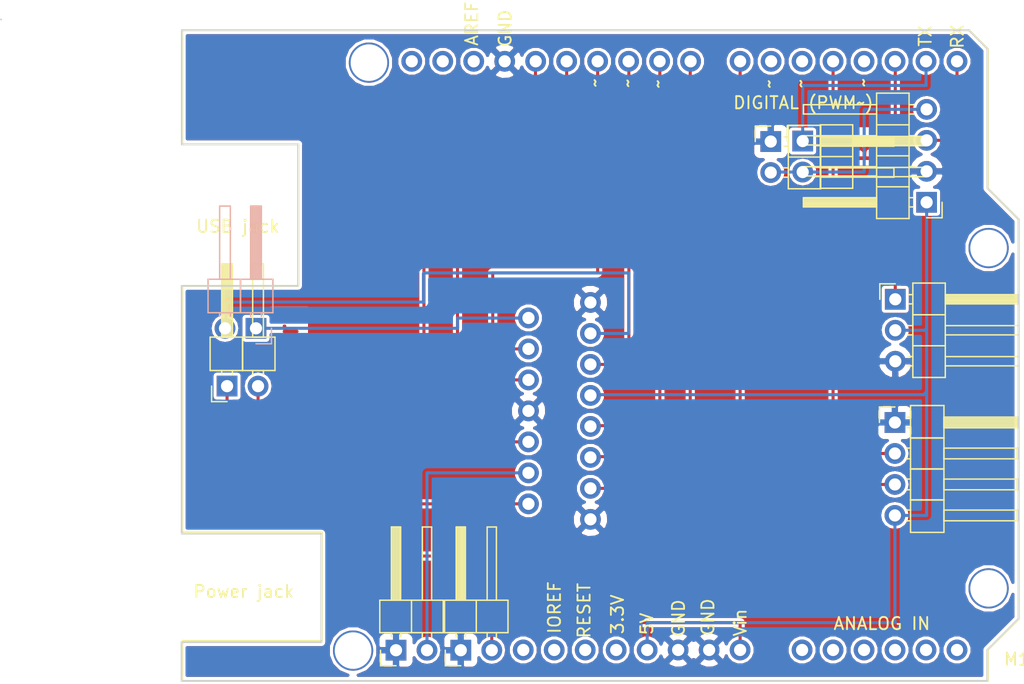
<source format=kicad_pcb>
(kicad_pcb (version 4) (host pcbnew 4.0.7)

  (general
    (links 34)
    (no_connects 0)
    (area 82.894999 60.378571 206.896668 132.12)
    (thickness 1.6)
    (drawings 33)
    (tracks 125)
    (zones 0)
    (modules 11)
    (nets 37)
  )

  (page A4)
  (layers
    (0 F.Cu signal)
    (31 B.Cu signal)
    (32 B.Adhes user hide)
    (33 F.Adhes user hide)
    (34 B.Paste user hide)
    (35 F.Paste user hide)
    (36 B.SilkS user hide)
    (37 F.SilkS user hide)
    (38 B.Mask user hide)
    (39 F.Mask user hide)
    (40 Dwgs.User user hide)
    (41 Cmts.User user hide)
    (42 Eco1.User user hide)
    (43 Eco2.User user hide)
    (44 Edge.Cuts user)
    (45 Margin user hide)
    (46 B.CrtYd user hide)
    (47 F.CrtYd user hide)
    (48 B.Fab user hide)
    (49 F.Fab user hide)
  )

  (setup
    (last_trace_width 0.25)
    (trace_clearance 0.2)
    (zone_clearance 0.508)
    (zone_45_only no)
    (trace_min 0.2)
    (segment_width 0.2)
    (edge_width 0.15)
    (via_size 0.6)
    (via_drill 0.4)
    (via_min_size 0.4)
    (via_min_drill 0.3)
    (uvia_size 0.3)
    (uvia_drill 0.1)
    (uvias_allowed no)
    (uvia_min_size 0.2)
    (uvia_min_drill 0.1)
    (pcb_text_width 0.3)
    (pcb_text_size 1.5 1.5)
    (mod_edge_width 0.15)
    (mod_text_size 1 1)
    (mod_text_width 0.15)
    (pad_size 1.524 1.524)
    (pad_drill 0.762)
    (pad_to_mask_clearance 0.2)
    (aux_axis_origin 0 0)
    (visible_elements 7FFFFFFF)
    (pcbplotparams
      (layerselection 0x01000_80000001)
      (usegerberextensions false)
      (excludeedgelayer true)
      (linewidth 0.100000)
      (plotframeref false)
      (viasonmask false)
      (mode 1)
      (useauxorigin false)
      (hpglpennumber 1)
      (hpglpenspeed 20)
      (hpglpendiameter 15)
      (hpglpenoverlay 2)
      (psnegative false)
      (psa4output false)
      (plotreference true)
      (plotvalue true)
      (plotinvisibletext false)
      (padsonsilk false)
      (subtractmaskfromsilk false)
      (outputformat 1)
      (mirror false)
      (drillshape 0)
      (scaleselection 1)
      (outputdirectory ./))
  )

  (net 0 "")
  (net 1 GND)
  (net 2 "Net-(J1-Pad2)")
  (net 3 "Net-(J2-Pad1)")
  (net 4 "Net-(J2-Pad2)")
  (net 5 "Net-(J4-Pad2)")
  (net 6 "Net-(J4-Pad3)")
  (net 7 "Net-(J5-Pad1)")
  (net 8 "Net-(M1-Pad5)")
  (net 9 "Net-(M1-Pad6)")
  (net 10 "Net-(M1-Pad8)")
  (net 11 "Net-(M1-Pad9)")
  (net 12 "Net-(M1-Pad10)")
  (net 13 "Net-(M1-Pad11)")
  (net 14 "Net-(M1-Pad12)")
  (net 15 "Net-(M1-Pad15)")
  (net 16 "Net-(M1-Pad16)")
  (net 17 "Net-(M1-Pad17)")
  (net 18 "Net-(M1-Pad18)")
  (net 19 "Net-(M1-Pad19)")
  (net 20 "Net-(M1-Pad20)")
  (net 21 "Net-(M1-Pad21)")
  (net 22 "Net-(M1-Pad22)")
  (net 23 "Net-(M1-Pad28)")
  (net 24 "Net-(M1-Pad29)")
  (net 25 "Net-(M1-Pad30)")
  (net 26 "Net-(J6-Pad3)")
  (net 27 "Net-(J6-Pad4)")
  (net 28 "Net-(M1-Pad3)")
  (net 29 "Net-(A1-Pad2)")
  (net 30 "Net-(J4-Pad4)")
  (net 31 "Net-(J3-Pad1)")
  (net 32 "Net-(J3-Pad2)")
  (net 33 "Net-(M1-Pad13)")
  (net 34 "Net-(M1-Pad23)")
  (net 35 "Net-(M1-Pad31)")
  (net 36 "Net-(M1-Pad1)")

  (net_class Default "This is the default net class."
    (clearance 0.2)
    (trace_width 0.25)
    (via_dia 0.6)
    (via_drill 0.4)
    (uvia_dia 0.3)
    (uvia_drill 0.1)
    (add_net GND)
    (add_net "Net-(A1-Pad2)")
    (add_net "Net-(J1-Pad2)")
    (add_net "Net-(J2-Pad1)")
    (add_net "Net-(J2-Pad2)")
    (add_net "Net-(J3-Pad1)")
    (add_net "Net-(J3-Pad2)")
    (add_net "Net-(J4-Pad2)")
    (add_net "Net-(J4-Pad3)")
    (add_net "Net-(J4-Pad4)")
    (add_net "Net-(J5-Pad1)")
    (add_net "Net-(J6-Pad3)")
    (add_net "Net-(J6-Pad4)")
    (add_net "Net-(M1-Pad1)")
    (add_net "Net-(M1-Pad10)")
    (add_net "Net-(M1-Pad11)")
    (add_net "Net-(M1-Pad12)")
    (add_net "Net-(M1-Pad13)")
    (add_net "Net-(M1-Pad15)")
    (add_net "Net-(M1-Pad16)")
    (add_net "Net-(M1-Pad17)")
    (add_net "Net-(M1-Pad18)")
    (add_net "Net-(M1-Pad19)")
    (add_net "Net-(M1-Pad20)")
    (add_net "Net-(M1-Pad21)")
    (add_net "Net-(M1-Pad22)")
    (add_net "Net-(M1-Pad23)")
    (add_net "Net-(M1-Pad28)")
    (add_net "Net-(M1-Pad29)")
    (add_net "Net-(M1-Pad3)")
    (add_net "Net-(M1-Pad30)")
    (add_net "Net-(M1-Pad31)")
    (add_net "Net-(M1-Pad5)")
    (add_net "Net-(M1-Pad6)")
    (add_net "Net-(M1-Pad8)")
    (add_net "Net-(M1-Pad9)")
  )

  (module Ardushield (layer F.Cu) (tedit 5B32041A) (tstamp 593DACEB)
    (at 97.84 131.67)
    (path /592D12B2)
    (fp_text reference M1 (at 68.41 -1.79) (layer F.SilkS)
      (effects (font (size 1 1) (thickness 0.15)))
    )
    (fp_text value ardushield (at 67.61 -45.97 90) (layer F.Fab)
      (effects (font (size 1 1) (thickness 0.15)))
    )
    (fp_text user "Power jack" (at 5.04 -7.34) (layer F.SilkS)
      (effects (font (size 1 1) (thickness 0.15)))
    )
    (fp_text user "USB jack" (at 4.55 -37.28) (layer F.SilkS)
      (effects (font (size 1 1) (thickness 0.15)))
    )
    (fp_line (start 68.59 -37.856) (end 66.05 -40.396) (layer F.SilkS) (width 0.15))
    (fp_line (start 66.05 -40.396) (end 66.05 -51.826) (layer F.SilkS) (width 0.15))
    (fp_line (start 66.05 -51.826) (end 64.526 -53.35) (layer F.SilkS) (width 0.15))
    (fp_line (start 66.05 -0.02) (end 66.05 -2.58) (layer F.SilkS) (width 0.15))
    (fp_line (start 66.05 -2.58) (end 68.58 -5.08) (layer F.SilkS) (width 0.15))
    (fp_line (start 0.01 -0.01) (end 0.01 -3.185) (layer F.SilkS) (width 0.15))
    (fp_line (start 0.01 -3.3) (end 11.44 -3.3) (layer F.SilkS) (width 0.15))
    (fp_line (start 11.44 -3.3) (end 11.44 -12.2) (layer F.SilkS) (width 0.15))
    (fp_line (start 11.44 -12.2) (end 0.01 -12.2) (layer F.SilkS) (width 0.15))
    (fp_line (start 0 -32.395) (end 9.535 -32.395) (layer F.SilkS) (width 0.15))
    (fp_line (start 9.535 -32.51) (end 9.535 -44) (layer F.SilkS) (width 0.15))
    (fp_line (start 9.535 -44) (end 0.01 -44) (layer F.SilkS) (width 0.15))
    (fp_line (start 0.01 -53.35) (end 0.01 -44) (layer F.SilkS) (width 0.15))
    (fp_line (start 0.01 -53.35) (end 64.526 -53.35) (layer F.SilkS) (width 0.15))
    (fp_line (start 68.59 -37.856) (end 68.59 -5.09) (layer F.SilkS) (width 0.15))
    (fp_line (start 66.05 -0.01) (end 0.01 -0.01) (layer F.SilkS) (width 0.15))
    (fp_line (start 0.01 -12.2) (end 0.01 -32.395) (layer F.SilkS) (width 0.15))
    (fp_text user IOREF (at 30.51 -6.03 90) (layer F.SilkS)
      (effects (font (size 1 1) (thickness 0.15)))
    )
    (fp_text user RESET (at 32.94 -5.78 90) (layer F.SilkS)
      (effects (font (size 1 1) (thickness 0.15)))
    )
    (fp_text user 3.3V (at 35.68 -5.47 90) (layer F.SilkS)
      (effects (font (size 1 1) (thickness 0.15)))
    )
    (fp_text user 5V (at 38.08 -4.69 90) (layer F.SilkS)
      (effects (font (size 1 1) (thickness 0.15)))
    )
    (fp_text user GND (at 40.68 -5.16 90) (layer F.SilkS)
      (effects (font (size 1 1) (thickness 0.15)))
    )
    (fp_text user GND (at 43.09 -5.24 90) (layer F.SilkS)
      (effects (font (size 1 1) (thickness 0.15)))
    )
    (fp_text user Vin (at 45.74 -4.8 90) (layer F.SilkS)
      (effects (font (size 1 1) (thickness 0.15)))
    )
    (fp_text user ~~ (at 33.81 -49.06 90) (layer F.SilkS)
      (effects (font (size 1 1) (thickness 0.15)))
    )
    (fp_text user ~~ (at 36.5 -49.03 90) (layer F.SilkS)
      (effects (font (size 1 1) (thickness 0.15)))
    )
    (fp_text user ~~ (at 38.98 -48.97 90) (layer F.SilkS)
      (effects (font (size 1 1) (thickness 0.15)))
    )
    (fp_text user ~~ (at 48.09 -48.97 90) (layer F.SilkS)
      (effects (font (size 1 1) (thickness 0.15)))
    )
    (fp_text user ~~ (at 50.69 -49 90) (layer F.SilkS)
      (effects (font (size 1 1) (thickness 0.15)))
    )
    (fp_text user ~~ (at 55.83 -49.08 90) (layer F.SilkS)
      (effects (font (size 1 1) (thickness 0.15)))
    )
    (fp_text user "DIGITAL (PWM~~)" (at 50.91 -47.41) (layer F.SilkS)
      (effects (font (size 1 1) (thickness 0.15)))
    )
    (fp_text user "ANALOG IN" (at 57.35 -4.71) (layer F.SilkS)
      (effects (font (size 1 1) (thickness 0.15)))
    )
    (fp_text user TX (at 60.91 -52.88 90) (layer F.SilkS)
      (effects (font (size 1 1) (thickness 0.15)))
    )
    (fp_text user RX (at 63.54 -52.83 90) (layer F.SilkS)
      (effects (font (size 1 1) (thickness 0.15)))
    )
    (fp_text user AREF (at 23.73 -53.9 90) (layer F.SilkS)
      (effects (font (size 1 1) (thickness 0.15)))
    )
    (fp_text user GND (at 26.47 -53.51 90) (layer F.SilkS)
      (effects (font (size 1 1) (thickness 0.15)))
    )
    (pad Hole thru_hole circle (at 66.1 -7.6) (size 3.3 3.3) (drill 3) (layers *.Cu *.Mask))
    (pad Hole thru_hole circle (at 66.1 -35.5) (size 3.3 3.3) (drill 3) (layers *.Cu *.Mask))
    (pad Hole thru_hole circle (at 15.3 -50.7) (size 3.3 3.3) (drill 3) (layers *.Cu *.Mask))
    (pad 1 thru_hole circle (at 60.97 -50.81) (size 1.7 1.7) (drill 1) (layers *.Cu *.Mask)
      (net 36 "Net-(M1-Pad1)"))
    (pad 2 thru_hole circle (at 58.43 -50.81) (size 1.7 1.7) (drill 1) (layers *.Cu *.Mask)
      (net 7 "Net-(J5-Pad1)"))
    (pad 3 thru_hole circle (at 55.89 -50.81) (size 1.7 1.7) (drill 1) (layers *.Cu *.Mask)
      (net 28 "Net-(M1-Pad3)"))
    (pad 4 thru_hole circle (at 53.35 -50.81) (size 1.7 1.7) (drill 1) (layers *.Cu *.Mask)
      (net 5 "Net-(J4-Pad2)"))
    (pad 5 thru_hole circle (at 50.81 -50.81) (size 1.7 1.7) (drill 1) (layers *.Cu *.Mask)
      (net 8 "Net-(M1-Pad5)"))
    (pad 6 thru_hole circle (at 48.27 -50.81) (size 1.7 1.7) (drill 1) (layers *.Cu *.Mask)
      (net 9 "Net-(M1-Pad6)"))
    (pad 7 thru_hole circle (at 45.73 -50.81) (size 1.7 1.7) (drill 1) (layers *.Cu *.Mask)
      (net 6 "Net-(J4-Pad3)"))
    (pad 0 thru_hole circle (at 63.51 -50.81) (size 1.7 1.7) (drill 1) (layers *.Cu *.Mask)
      (net 26 "Net-(J6-Pad3)"))
    (pad 8 thru_hole circle (at 41.67 -50.81) (size 1.7 1.7) (drill 1) (layers *.Cu *.Mask)
      (net 10 "Net-(M1-Pad8)"))
    (pad 9 thru_hole circle (at 39.13 -50.81) (size 1.7 1.7) (drill 1) (layers *.Cu *.Mask)
      (net 11 "Net-(M1-Pad9)"))
    (pad 10 thru_hole circle (at 36.59 -50.81) (size 1.7 1.7) (drill 1) (layers *.Cu *.Mask)
      (net 12 "Net-(M1-Pad10)"))
    (pad 11 thru_hole circle (at 34.05 -50.81) (size 1.7 1.7) (drill 1) (layers *.Cu *.Mask)
      (net 13 "Net-(M1-Pad11)"))
    (pad 12 thru_hole circle (at 31.51 -50.81) (size 1.7 1.7) (drill 1) (layers *.Cu *.Mask)
      (net 14 "Net-(M1-Pad12)"))
    (pad 13 thru_hole circle (at 28.97 -50.81) (size 1.7 1.7) (drill 1) (layers *.Cu *.Mask)
      (net 33 "Net-(M1-Pad13)"))
    (pad 14 thru_hole circle (at 26.43 -50.81) (size 1.7 1.7) (drill 1) (layers *.Cu *.Mask)
      (net 1 GND))
    (pad 15 thru_hole circle (at 23.89 -50.81) (size 1.7 1.7) (drill 1) (layers *.Cu *.Mask)
      (net 15 "Net-(M1-Pad15)"))
    (pad 16 thru_hole circle (at 21.35 -50.81) (size 1.7 1.7) (drill 1) (layers *.Cu *.Mask)
      (net 16 "Net-(M1-Pad16)"))
    (pad 18 thru_hole circle (at 63.51 -2.55) (size 1.7 1.7) (drill 1) (layers *.Cu *.Mask)
      (net 18 "Net-(M1-Pad18)"))
    (pad 19 thru_hole circle (at 60.97 -2.55) (size 1.7 1.7) (drill 1) (layers *.Cu *.Mask)
      (net 19 "Net-(M1-Pad19)"))
    (pad 20 thru_hole circle (at 58.43 -2.55) (size 1.7 1.7) (drill 1) (layers *.Cu *.Mask)
      (net 20 "Net-(M1-Pad20)"))
    (pad 21 thru_hole circle (at 55.89 -2.55) (size 1.7 1.7) (drill 1) (layers *.Cu *.Mask)
      (net 21 "Net-(M1-Pad21)"))
    (pad 22 thru_hole circle (at 53.35 -2.55) (size 1.7 1.7) (drill 1) (layers *.Cu *.Mask)
      (net 22 "Net-(M1-Pad22)"))
    (pad 23 thru_hole circle (at 50.81 -2.55) (size 1.7 1.7) (drill 1) (layers *.Cu *.Mask)
      (net 34 "Net-(M1-Pad23)"))
    (pad 24 thru_hole circle (at 45.73 -2.55) (size 1.7 1.7) (drill 1) (layers *.Cu *.Mask)
      (net 29 "Net-(A1-Pad2)"))
    (pad 25 thru_hole circle (at 43.19 -2.55) (size 1.7 1.7) (drill 1) (layers *.Cu *.Mask)
      (net 1 GND))
    (pad 26 thru_hole circle (at 40.65 -2.55) (size 1.7 1.7) (drill 1) (layers *.Cu *.Mask)
      (net 1 GND))
    (pad 27 thru_hole circle (at 38.11 -2.55) (size 1.7 1.7) (drill 1) (layers *.Cu *.Mask)
      (net 30 "Net-(J4-Pad4)"))
    (pad 28 thru_hole circle (at 35.57 -2.55) (size 1.7 1.7) (drill 1) (layers *.Cu *.Mask)
      (net 23 "Net-(M1-Pad28)"))
    (pad 29 thru_hole circle (at 33.03 -2.55) (size 1.7 1.7) (drill 1) (layers *.Cu *.Mask)
      (net 24 "Net-(M1-Pad29)"))
    (pad 30 thru_hole circle (at 30.49 -2.55) (size 1.7 1.7) (drill 1) (layers *.Cu *.Mask)
      (net 25 "Net-(M1-Pad30)"))
    (pad 31 thru_hole circle (at 27.95 -2.55) (size 1.7 1.7) (drill 1) (layers *.Cu *.Mask)
      (net 35 "Net-(M1-Pad31)"))
    (pad 17 thru_hole circle (at 18.81 -50.81) (size 1.7 1.7) (drill 1) (layers *.Cu *.Mask)
      (net 17 "Net-(M1-Pad17)"))
    (pad Hole thru_hole circle (at 14 -2.5) (size 3.3 3.3) (drill 3) (layers *.Cu *.Mask))
  )

  (module Pin_Headers:Pin_Header_Angled_1x02_Pitch2.54mm (layer B.Cu) (tedit 5B31F0CD) (tstamp 593DABD8)
    (at 103.88 102.75 90)
    (descr "Through hole angled pin header, 1x02, 2.54mm pitch, 6mm pin length, single row")
    (tags "Through hole angled pin header THT 1x02 2.54mm single row")
    (path /592861BA)
    (fp_text reference J2 (at 36.98 94.29 90) (layer B.SilkS)
      (effects (font (size 1 1) (thickness 0.15)) (justify mirror))
    )
    (fp_text value DC-motor_L (at 37.6 97.32 90) (layer B.Fab) hide
      (effects (font (size 1 1) (thickness 0.15)) (justify mirror))
    )
    (fp_line (start 1.4 1.27) (end 1.4 -1.27) (layer B.Fab) (width 0.1))
    (fp_line (start 1.4 -1.27) (end 3.9 -1.27) (layer B.Fab) (width 0.1))
    (fp_line (start 3.9 -1.27) (end 3.9 1.27) (layer B.Fab) (width 0.1))
    (fp_line (start 3.9 1.27) (end 1.4 1.27) (layer B.Fab) (width 0.1))
    (fp_line (start 0 0.32) (end 0 -0.32) (layer B.Fab) (width 0.1))
    (fp_line (start 0 -0.32) (end 9.9 -0.32) (layer B.Fab) (width 0.1))
    (fp_line (start 9.9 -0.32) (end 9.9 0.32) (layer B.Fab) (width 0.1))
    (fp_line (start 9.9 0.32) (end 0 0.32) (layer B.Fab) (width 0.1))
    (fp_line (start 1.4 -1.27) (end 1.4 -3.81) (layer B.Fab) (width 0.1))
    (fp_line (start 1.4 -3.81) (end 3.9 -3.81) (layer B.Fab) (width 0.1))
    (fp_line (start 3.9 -3.81) (end 3.9 -1.27) (layer B.Fab) (width 0.1))
    (fp_line (start 3.9 -1.27) (end 1.4 -1.27) (layer B.Fab) (width 0.1))
    (fp_line (start 0 -2.22) (end 0 -2.86) (layer B.Fab) (width 0.1))
    (fp_line (start 0 -2.86) (end 9.9 -2.86) (layer B.Fab) (width 0.1))
    (fp_line (start 9.9 -2.86) (end 9.9 -2.22) (layer B.Fab) (width 0.1))
    (fp_line (start 9.9 -2.22) (end 0 -2.22) (layer B.Fab) (width 0.1))
    (fp_line (start 1.28 1.39) (end 1.28 -1.27) (layer B.SilkS) (width 0.12))
    (fp_line (start 1.28 -1.27) (end 4.02 -1.27) (layer B.SilkS) (width 0.12))
    (fp_line (start 4.02 -1.27) (end 4.02 1.39) (layer B.SilkS) (width 0.12))
    (fp_line (start 4.02 1.39) (end 1.28 1.39) (layer B.SilkS) (width 0.12))
    (fp_line (start 4.02 0.44) (end 4.02 -0.44) (layer B.SilkS) (width 0.12))
    (fp_line (start 4.02 -0.44) (end 10.02 -0.44) (layer B.SilkS) (width 0.12))
    (fp_line (start 10.02 -0.44) (end 10.02 0.44) (layer B.SilkS) (width 0.12))
    (fp_line (start 10.02 0.44) (end 4.02 0.44) (layer B.SilkS) (width 0.12))
    (fp_line (start 0.97 0.44) (end 1.28 0.44) (layer B.SilkS) (width 0.12))
    (fp_line (start 0.97 -0.44) (end 1.28 -0.44) (layer B.SilkS) (width 0.12))
    (fp_line (start 4.02 0.32) (end 10.02 0.32) (layer B.SilkS) (width 0.12))
    (fp_line (start 4.02 0.2) (end 10.02 0.2) (layer B.SilkS) (width 0.12))
    (fp_line (start 4.02 0.08) (end 10.02 0.08) (layer B.SilkS) (width 0.12))
    (fp_line (start 4.02 -0.04) (end 10.02 -0.04) (layer B.SilkS) (width 0.12))
    (fp_line (start 4.02 -0.16) (end 10.02 -0.16) (layer B.SilkS) (width 0.12))
    (fp_line (start 4.02 -0.28) (end 10.02 -0.28) (layer B.SilkS) (width 0.12))
    (fp_line (start 4.02 -0.4) (end 10.02 -0.4) (layer B.SilkS) (width 0.12))
    (fp_line (start 1.28 -1.27) (end 1.28 -3.93) (layer B.SilkS) (width 0.12))
    (fp_line (start 1.28 -3.93) (end 4.02 -3.93) (layer B.SilkS) (width 0.12))
    (fp_line (start 4.02 -3.93) (end 4.02 -1.27) (layer B.SilkS) (width 0.12))
    (fp_line (start 4.02 -1.27) (end 1.28 -1.27) (layer B.SilkS) (width 0.12))
    (fp_line (start 4.02 -2.1) (end 4.02 -2.98) (layer B.SilkS) (width 0.12))
    (fp_line (start 4.02 -2.98) (end 10.02 -2.98) (layer B.SilkS) (width 0.12))
    (fp_line (start 10.02 -2.98) (end 10.02 -2.1) (layer B.SilkS) (width 0.12))
    (fp_line (start 10.02 -2.1) (end 4.02 -2.1) (layer B.SilkS) (width 0.12))
    (fp_line (start 0.97 -2.1) (end 1.28 -2.1) (layer B.SilkS) (width 0.12))
    (fp_line (start 0.97 -2.98) (end 1.28 -2.98) (layer B.SilkS) (width 0.12))
    (fp_line (start -1.27 0) (end -1.27 1.27) (layer B.SilkS) (width 0.12))
    (fp_line (start -1.27 1.27) (end 0 1.27) (layer B.SilkS) (width 0.12))
    (fp_line (start -1.6 1.6) (end -1.6 -4.1) (layer B.CrtYd) (width 0.05))
    (fp_line (start -1.6 -4.1) (end 10.2 -4.1) (layer B.CrtYd) (width 0.05))
    (fp_line (start 10.2 -4.1) (end 10.2 1.6) (layer B.CrtYd) (width 0.05))
    (fp_line (start 10.2 1.6) (end -1.6 1.6) (layer B.CrtYd) (width 0.05))
    (pad 1 thru_hole rect (at 0 0 90) (size 1.7 1.7) (drill 1) (layers *.Cu *.Mask)
      (net 3 "Net-(J2-Pad1)"))
    (pad 2 thru_hole oval (at 0 -2.54 90) (size 1.7 1.7) (drill 1) (layers *.Cu *.Mask)
      (net 4 "Net-(J2-Pad2)"))
    (model Pin_Headers.3dshapes/Pin_Header_Angled_1x02_Pitch2.54mm.wrl
      (at (xyz 0 -0.05 0))
      (scale (xyz 1 1 1))
      (rotate (xyz 0 0 90))
    )
  )

  (module Pin_Headers:Pin_Header_Angled_1x02_Pitch2.54mm (layer F.Cu) (tedit 5B31F0CA) (tstamp 593DAC0F)
    (at 101.51 107.49 90)
    (descr "Through hole angled pin header, 1x02, 2.54mm pitch, 6mm pin length, single row")
    (tags "Through hole angled pin header THT 1x02 2.54mm single row")
    (path /592843D3)
    (fp_text reference J3 (at 42.17 99.33 90) (layer F.SilkS)
      (effects (font (size 1 1) (thickness 0.15)))
    )
    (fp_text value DC-motor_R (at 41.19 99.42 90) (layer F.Fab)
      (effects (font (size 1 1) (thickness 0.15)))
    )
    (fp_line (start 1.4 -1.27) (end 1.4 1.27) (layer F.Fab) (width 0.1))
    (fp_line (start 1.4 1.27) (end 3.9 1.27) (layer F.Fab) (width 0.1))
    (fp_line (start 3.9 1.27) (end 3.9 -1.27) (layer F.Fab) (width 0.1))
    (fp_line (start 3.9 -1.27) (end 1.4 -1.27) (layer F.Fab) (width 0.1))
    (fp_line (start 0 -0.32) (end 0 0.32) (layer F.Fab) (width 0.1))
    (fp_line (start 0 0.32) (end 9.9 0.32) (layer F.Fab) (width 0.1))
    (fp_line (start 9.9 0.32) (end 9.9 -0.32) (layer F.Fab) (width 0.1))
    (fp_line (start 9.9 -0.32) (end 0 -0.32) (layer F.Fab) (width 0.1))
    (fp_line (start 1.4 1.27) (end 1.4 3.81) (layer F.Fab) (width 0.1))
    (fp_line (start 1.4 3.81) (end 3.9 3.81) (layer F.Fab) (width 0.1))
    (fp_line (start 3.9 3.81) (end 3.9 1.27) (layer F.Fab) (width 0.1))
    (fp_line (start 3.9 1.27) (end 1.4 1.27) (layer F.Fab) (width 0.1))
    (fp_line (start 0 2.22) (end 0 2.86) (layer F.Fab) (width 0.1))
    (fp_line (start 0 2.86) (end 9.9 2.86) (layer F.Fab) (width 0.1))
    (fp_line (start 9.9 2.86) (end 9.9 2.22) (layer F.Fab) (width 0.1))
    (fp_line (start 9.9 2.22) (end 0 2.22) (layer F.Fab) (width 0.1))
    (fp_line (start 1.28 -1.39) (end 1.28 1.27) (layer F.SilkS) (width 0.12))
    (fp_line (start 1.28 1.27) (end 4.02 1.27) (layer F.SilkS) (width 0.12))
    (fp_line (start 4.02 1.27) (end 4.02 -1.39) (layer F.SilkS) (width 0.12))
    (fp_line (start 4.02 -1.39) (end 1.28 -1.39) (layer F.SilkS) (width 0.12))
    (fp_line (start 4.02 -0.44) (end 4.02 0.44) (layer F.SilkS) (width 0.12))
    (fp_line (start 4.02 0.44) (end 10.02 0.44) (layer F.SilkS) (width 0.12))
    (fp_line (start 10.02 0.44) (end 10.02 -0.44) (layer F.SilkS) (width 0.12))
    (fp_line (start 10.02 -0.44) (end 4.02 -0.44) (layer F.SilkS) (width 0.12))
    (fp_line (start 0.97 -0.44) (end 1.28 -0.44) (layer F.SilkS) (width 0.12))
    (fp_line (start 0.97 0.44) (end 1.28 0.44) (layer F.SilkS) (width 0.12))
    (fp_line (start 4.02 -0.32) (end 10.02 -0.32) (layer F.SilkS) (width 0.12))
    (fp_line (start 4.02 -0.2) (end 10.02 -0.2) (layer F.SilkS) (width 0.12))
    (fp_line (start 4.02 -0.08) (end 10.02 -0.08) (layer F.SilkS) (width 0.12))
    (fp_line (start 4.02 0.04) (end 10.02 0.04) (layer F.SilkS) (width 0.12))
    (fp_line (start 4.02 0.16) (end 10.02 0.16) (layer F.SilkS) (width 0.12))
    (fp_line (start 4.02 0.28) (end 10.02 0.28) (layer F.SilkS) (width 0.12))
    (fp_line (start 4.02 0.4) (end 10.02 0.4) (layer F.SilkS) (width 0.12))
    (fp_line (start 1.28 1.27) (end 1.28 3.93) (layer F.SilkS) (width 0.12))
    (fp_line (start 1.28 3.93) (end 4.02 3.93) (layer F.SilkS) (width 0.12))
    (fp_line (start 4.02 3.93) (end 4.02 1.27) (layer F.SilkS) (width 0.12))
    (fp_line (start 4.02 1.27) (end 1.28 1.27) (layer F.SilkS) (width 0.12))
    (fp_line (start 4.02 2.1) (end 4.02 2.98) (layer F.SilkS) (width 0.12))
    (fp_line (start 4.02 2.98) (end 10.02 2.98) (layer F.SilkS) (width 0.12))
    (fp_line (start 10.02 2.98) (end 10.02 2.1) (layer F.SilkS) (width 0.12))
    (fp_line (start 10.02 2.1) (end 4.02 2.1) (layer F.SilkS) (width 0.12))
    (fp_line (start 0.97 2.1) (end 1.28 2.1) (layer F.SilkS) (width 0.12))
    (fp_line (start 0.97 2.98) (end 1.28 2.98) (layer F.SilkS) (width 0.12))
    (fp_line (start -1.27 0) (end -1.27 -1.27) (layer F.SilkS) (width 0.12))
    (fp_line (start -1.27 -1.27) (end 0 -1.27) (layer F.SilkS) (width 0.12))
    (fp_line (start -1.6 -1.6) (end -1.6 4.1) (layer F.CrtYd) (width 0.05))
    (fp_line (start -1.6 4.1) (end 10.2 4.1) (layer F.CrtYd) (width 0.05))
    (fp_line (start 10.2 4.1) (end 10.2 -1.6) (layer F.CrtYd) (width 0.05))
    (fp_line (start 10.2 -1.6) (end -1.6 -1.6) (layer F.CrtYd) (width 0.05))
    (pad 1 thru_hole rect (at 0 0 90) (size 1.7 1.7) (drill 1) (layers *.Cu *.Mask)
      (net 31 "Net-(J3-Pad1)"))
    (pad 2 thru_hole oval (at 0 2.54 90) (size 1.7 1.7) (drill 1) (layers *.Cu *.Mask)
      (net 32 "Net-(J3-Pad2)"))
    (model Pin_Headers.3dshapes/Pin_Header_Angled_1x02_Pitch2.54mm.wrl
      (at (xyz 0 -0.05 0))
      (scale (xyz 1 1 1))
      (rotate (xyz 0 0 90))
    )
  )

  (module Pin_Headers:Pin_Header_Angled_1x04_Pitch2.54mm (layer F.Cu) (tedit 5B31F0B1) (tstamp 593DAC6C)
    (at 156.26 110.47)
    (descr "Through hole angled pin header, 1x04, 2.54mm pitch, 6mm pin length, single row")
    (tags "Through hole angled pin header THT 1x04 2.54mm single row")
    (path /592BF54B)
    (fp_text reference J4 (at 43.32 -41.57) (layer F.SilkS)
      (effects (font (size 1 1) (thickness 0.15)))
    )
    (fp_text value SENSOR (at 44.65 -41.93) (layer F.Fab)
      (effects (font (size 1 1) (thickness 0.15)))
    )
    (fp_line (start 1.4 -1.27) (end 1.4 1.27) (layer F.Fab) (width 0.1))
    (fp_line (start 1.4 1.27) (end 3.9 1.27) (layer F.Fab) (width 0.1))
    (fp_line (start 3.9 1.27) (end 3.9 -1.27) (layer F.Fab) (width 0.1))
    (fp_line (start 3.9 -1.27) (end 1.4 -1.27) (layer F.Fab) (width 0.1))
    (fp_line (start 0 -0.32) (end 0 0.32) (layer F.Fab) (width 0.1))
    (fp_line (start 0 0.32) (end 9.9 0.32) (layer F.Fab) (width 0.1))
    (fp_line (start 9.9 0.32) (end 9.9 -0.32) (layer F.Fab) (width 0.1))
    (fp_line (start 9.9 -0.32) (end 0 -0.32) (layer F.Fab) (width 0.1))
    (fp_line (start 1.4 1.27) (end 1.4 3.81) (layer F.Fab) (width 0.1))
    (fp_line (start 1.4 3.81) (end 3.9 3.81) (layer F.Fab) (width 0.1))
    (fp_line (start 3.9 3.81) (end 3.9 1.27) (layer F.Fab) (width 0.1))
    (fp_line (start 3.9 1.27) (end 1.4 1.27) (layer F.Fab) (width 0.1))
    (fp_line (start 0 2.22) (end 0 2.86) (layer F.Fab) (width 0.1))
    (fp_line (start 0 2.86) (end 9.9 2.86) (layer F.Fab) (width 0.1))
    (fp_line (start 9.9 2.86) (end 9.9 2.22) (layer F.Fab) (width 0.1))
    (fp_line (start 9.9 2.22) (end 0 2.22) (layer F.Fab) (width 0.1))
    (fp_line (start 1.4 3.81) (end 1.4 6.35) (layer F.Fab) (width 0.1))
    (fp_line (start 1.4 6.35) (end 3.9 6.35) (layer F.Fab) (width 0.1))
    (fp_line (start 3.9 6.35) (end 3.9 3.81) (layer F.Fab) (width 0.1))
    (fp_line (start 3.9 3.81) (end 1.4 3.81) (layer F.Fab) (width 0.1))
    (fp_line (start 0 4.76) (end 0 5.4) (layer F.Fab) (width 0.1))
    (fp_line (start 0 5.4) (end 9.9 5.4) (layer F.Fab) (width 0.1))
    (fp_line (start 9.9 5.4) (end 9.9 4.76) (layer F.Fab) (width 0.1))
    (fp_line (start 9.9 4.76) (end 0 4.76) (layer F.Fab) (width 0.1))
    (fp_line (start 1.4 6.35) (end 1.4 8.89) (layer F.Fab) (width 0.1))
    (fp_line (start 1.4 8.89) (end 3.9 8.89) (layer F.Fab) (width 0.1))
    (fp_line (start 3.9 8.89) (end 3.9 6.35) (layer F.Fab) (width 0.1))
    (fp_line (start 3.9 6.35) (end 1.4 6.35) (layer F.Fab) (width 0.1))
    (fp_line (start 0 7.3) (end 0 7.94) (layer F.Fab) (width 0.1))
    (fp_line (start 0 7.94) (end 9.9 7.94) (layer F.Fab) (width 0.1))
    (fp_line (start 9.9 7.94) (end 9.9 7.3) (layer F.Fab) (width 0.1))
    (fp_line (start 9.9 7.3) (end 0 7.3) (layer F.Fab) (width 0.1))
    (fp_line (start 1.28 -1.39) (end 1.28 1.27) (layer F.SilkS) (width 0.12))
    (fp_line (start 1.28 1.27) (end 4.02 1.27) (layer F.SilkS) (width 0.12))
    (fp_line (start 4.02 1.27) (end 4.02 -1.39) (layer F.SilkS) (width 0.12))
    (fp_line (start 4.02 -1.39) (end 1.28 -1.39) (layer F.SilkS) (width 0.12))
    (fp_line (start 4.02 -0.44) (end 4.02 0.44) (layer F.SilkS) (width 0.12))
    (fp_line (start 4.02 0.44) (end 10.02 0.44) (layer F.SilkS) (width 0.12))
    (fp_line (start 10.02 0.44) (end 10.02 -0.44) (layer F.SilkS) (width 0.12))
    (fp_line (start 10.02 -0.44) (end 4.02 -0.44) (layer F.SilkS) (width 0.12))
    (fp_line (start 0.97 -0.44) (end 1.28 -0.44) (layer F.SilkS) (width 0.12))
    (fp_line (start 0.97 0.44) (end 1.28 0.44) (layer F.SilkS) (width 0.12))
    (fp_line (start 4.02 -0.32) (end 10.02 -0.32) (layer F.SilkS) (width 0.12))
    (fp_line (start 4.02 -0.2) (end 10.02 -0.2) (layer F.SilkS) (width 0.12))
    (fp_line (start 4.02 -0.08) (end 10.02 -0.08) (layer F.SilkS) (width 0.12))
    (fp_line (start 4.02 0.04) (end 10.02 0.04) (layer F.SilkS) (width 0.12))
    (fp_line (start 4.02 0.16) (end 10.02 0.16) (layer F.SilkS) (width 0.12))
    (fp_line (start 4.02 0.28) (end 10.02 0.28) (layer F.SilkS) (width 0.12))
    (fp_line (start 4.02 0.4) (end 10.02 0.4) (layer F.SilkS) (width 0.12))
    (fp_line (start 1.28 1.27) (end 1.28 3.81) (layer F.SilkS) (width 0.12))
    (fp_line (start 1.28 3.81) (end 4.02 3.81) (layer F.SilkS) (width 0.12))
    (fp_line (start 4.02 3.81) (end 4.02 1.27) (layer F.SilkS) (width 0.12))
    (fp_line (start 4.02 1.27) (end 1.28 1.27) (layer F.SilkS) (width 0.12))
    (fp_line (start 4.02 2.1) (end 4.02 2.98) (layer F.SilkS) (width 0.12))
    (fp_line (start 4.02 2.98) (end 10.02 2.98) (layer F.SilkS) (width 0.12))
    (fp_line (start 10.02 2.98) (end 10.02 2.1) (layer F.SilkS) (width 0.12))
    (fp_line (start 10.02 2.1) (end 4.02 2.1) (layer F.SilkS) (width 0.12))
    (fp_line (start 0.97 2.1) (end 1.28 2.1) (layer F.SilkS) (width 0.12))
    (fp_line (start 0.97 2.98) (end 1.28 2.98) (layer F.SilkS) (width 0.12))
    (fp_line (start 1.28 3.81) (end 1.28 6.35) (layer F.SilkS) (width 0.12))
    (fp_line (start 1.28 6.35) (end 4.02 6.35) (layer F.SilkS) (width 0.12))
    (fp_line (start 4.02 6.35) (end 4.02 3.81) (layer F.SilkS) (width 0.12))
    (fp_line (start 4.02 3.81) (end 1.28 3.81) (layer F.SilkS) (width 0.12))
    (fp_line (start 4.02 4.64) (end 4.02 5.52) (layer F.SilkS) (width 0.12))
    (fp_line (start 4.02 5.52) (end 10.02 5.52) (layer F.SilkS) (width 0.12))
    (fp_line (start 10.02 5.52) (end 10.02 4.64) (layer F.SilkS) (width 0.12))
    (fp_line (start 10.02 4.64) (end 4.02 4.64) (layer F.SilkS) (width 0.12))
    (fp_line (start 0.97 4.64) (end 1.28 4.64) (layer F.SilkS) (width 0.12))
    (fp_line (start 0.97 5.52) (end 1.28 5.52) (layer F.SilkS) (width 0.12))
    (fp_line (start 1.28 6.35) (end 1.28 9.01) (layer F.SilkS) (width 0.12))
    (fp_line (start 1.28 9.01) (end 4.02 9.01) (layer F.SilkS) (width 0.12))
    (fp_line (start 4.02 9.01) (end 4.02 6.35) (layer F.SilkS) (width 0.12))
    (fp_line (start 4.02 6.35) (end 1.28 6.35) (layer F.SilkS) (width 0.12))
    (fp_line (start 4.02 7.18) (end 4.02 8.06) (layer F.SilkS) (width 0.12))
    (fp_line (start 4.02 8.06) (end 10.02 8.06) (layer F.SilkS) (width 0.12))
    (fp_line (start 10.02 8.06) (end 10.02 7.18) (layer F.SilkS) (width 0.12))
    (fp_line (start 10.02 7.18) (end 4.02 7.18) (layer F.SilkS) (width 0.12))
    (fp_line (start 0.97 7.18) (end 1.28 7.18) (layer F.SilkS) (width 0.12))
    (fp_line (start 0.97 8.06) (end 1.28 8.06) (layer F.SilkS) (width 0.12))
    (fp_line (start -1.27 0) (end -1.27 -1.27) (layer F.SilkS) (width 0.12))
    (fp_line (start -1.27 -1.27) (end 0 -1.27) (layer F.SilkS) (width 0.12))
    (fp_line (start -1.6 -1.6) (end -1.6 9.2) (layer F.CrtYd) (width 0.05))
    (fp_line (start -1.6 9.2) (end 10.2 9.2) (layer F.CrtYd) (width 0.05))
    (fp_line (start 10.2 9.2) (end 10.2 -1.6) (layer F.CrtYd) (width 0.05))
    (fp_line (start 10.2 -1.6) (end -1.6 -1.6) (layer F.CrtYd) (width 0.05))
    (pad 1 thru_hole rect (at 0 0) (size 1.7 1.7) (drill 1) (layers *.Cu *.Mask)
      (net 1 GND))
    (pad 2 thru_hole oval (at 0 2.54) (size 1.7 1.7) (drill 1) (layers *.Cu *.Mask)
      (net 5 "Net-(J4-Pad2)"))
    (pad 3 thru_hole oval (at 0 5.08) (size 1.7 1.7) (drill 1) (layers *.Cu *.Mask)
      (net 6 "Net-(J4-Pad3)"))
    (pad 4 thru_hole oval (at 0 7.62) (size 1.7 1.7) (drill 1) (layers *.Cu *.Mask)
      (net 30 "Net-(J4-Pad4)"))
    (model Pin_Headers.3dshapes/Pin_Header_Angled_1x04_Pitch2.54mm.wrl
      (at (xyz 0 -0.15 0))
      (scale (xyz 1 1 1))
      (rotate (xyz 0 0 90))
    )
  )

  (module Pin_Headers:Pin_Header_Angled_1x04_Pitch2.54mm (layer F.Cu) (tedit 5B31F09E) (tstamp 5A33C62B)
    (at 158.86 92.42 180)
    (descr "Through hole angled pin header, 1x04, 2.54mm pitch, 6mm pin length, single row")
    (tags "Through hole angled pin header THT 1x04 2.54mm single row")
    (path /5A33A933)
    (fp_text reference J6 (at -39.51 23.59 180) (layer F.SilkS)
      (effects (font (size 1 1) (thickness 0.15)))
    )
    (fp_text value Bluetooth_module (at -41.17 22.82 180) (layer F.Fab)
      (effects (font (size 1 1) (thickness 0.15)))
    )
    (fp_line (start 2.135 -1.27) (end 4.04 -1.27) (layer F.Fab) (width 0.1))
    (fp_line (start 4.04 -1.27) (end 4.04 8.89) (layer F.Fab) (width 0.1))
    (fp_line (start 4.04 8.89) (end 1.5 8.89) (layer F.Fab) (width 0.1))
    (fp_line (start 1.5 8.89) (end 1.5 -0.635) (layer F.Fab) (width 0.1))
    (fp_line (start 1.5 -0.635) (end 2.135 -1.27) (layer F.Fab) (width 0.1))
    (fp_line (start -0.32 -0.32) (end 1.5 -0.32) (layer F.Fab) (width 0.1))
    (fp_line (start -0.32 -0.32) (end -0.32 0.32) (layer F.Fab) (width 0.1))
    (fp_line (start -0.32 0.32) (end 1.5 0.32) (layer F.Fab) (width 0.1))
    (fp_line (start 4.04 -0.32) (end 10.04 -0.32) (layer F.Fab) (width 0.1))
    (fp_line (start 10.04 -0.32) (end 10.04 0.32) (layer F.Fab) (width 0.1))
    (fp_line (start 4.04 0.32) (end 10.04 0.32) (layer F.Fab) (width 0.1))
    (fp_line (start -0.32 2.22) (end 1.5 2.22) (layer F.Fab) (width 0.1))
    (fp_line (start -0.32 2.22) (end -0.32 2.86) (layer F.Fab) (width 0.1))
    (fp_line (start -0.32 2.86) (end 1.5 2.86) (layer F.Fab) (width 0.1))
    (fp_line (start 4.04 2.22) (end 10.04 2.22) (layer F.Fab) (width 0.1))
    (fp_line (start 10.04 2.22) (end 10.04 2.86) (layer F.Fab) (width 0.1))
    (fp_line (start 4.04 2.86) (end 10.04 2.86) (layer F.Fab) (width 0.1))
    (fp_line (start -0.32 4.76) (end 1.5 4.76) (layer F.Fab) (width 0.1))
    (fp_line (start -0.32 4.76) (end -0.32 5.4) (layer F.Fab) (width 0.1))
    (fp_line (start -0.32 5.4) (end 1.5 5.4) (layer F.Fab) (width 0.1))
    (fp_line (start 4.04 4.76) (end 10.04 4.76) (layer F.Fab) (width 0.1))
    (fp_line (start 10.04 4.76) (end 10.04 5.4) (layer F.Fab) (width 0.1))
    (fp_line (start 4.04 5.4) (end 10.04 5.4) (layer F.Fab) (width 0.1))
    (fp_line (start -0.32 7.3) (end 1.5 7.3) (layer F.Fab) (width 0.1))
    (fp_line (start -0.32 7.3) (end -0.32 7.94) (layer F.Fab) (width 0.1))
    (fp_line (start -0.32 7.94) (end 1.5 7.94) (layer F.Fab) (width 0.1))
    (fp_line (start 4.04 7.3) (end 10.04 7.3) (layer F.Fab) (width 0.1))
    (fp_line (start 10.04 7.3) (end 10.04 7.94) (layer F.Fab) (width 0.1))
    (fp_line (start 4.04 7.94) (end 10.04 7.94) (layer F.Fab) (width 0.1))
    (fp_line (start 1.44 -1.33) (end 1.44 8.95) (layer F.SilkS) (width 0.12))
    (fp_line (start 1.44 8.95) (end 4.1 8.95) (layer F.SilkS) (width 0.12))
    (fp_line (start 4.1 8.95) (end 4.1 -1.33) (layer F.SilkS) (width 0.12))
    (fp_line (start 4.1 -1.33) (end 1.44 -1.33) (layer F.SilkS) (width 0.12))
    (fp_line (start 4.1 -0.38) (end 10.1 -0.38) (layer F.SilkS) (width 0.12))
    (fp_line (start 10.1 -0.38) (end 10.1 0.38) (layer F.SilkS) (width 0.12))
    (fp_line (start 10.1 0.38) (end 4.1 0.38) (layer F.SilkS) (width 0.12))
    (fp_line (start 4.1 -0.32) (end 10.1 -0.32) (layer F.SilkS) (width 0.12))
    (fp_line (start 4.1 -0.2) (end 10.1 -0.2) (layer F.SilkS) (width 0.12))
    (fp_line (start 4.1 -0.08) (end 10.1 -0.08) (layer F.SilkS) (width 0.12))
    (fp_line (start 4.1 0.04) (end 10.1 0.04) (layer F.SilkS) (width 0.12))
    (fp_line (start 4.1 0.16) (end 10.1 0.16) (layer F.SilkS) (width 0.12))
    (fp_line (start 4.1 0.28) (end 10.1 0.28) (layer F.SilkS) (width 0.12))
    (fp_line (start 1.11 -0.38) (end 1.44 -0.38) (layer F.SilkS) (width 0.12))
    (fp_line (start 1.11 0.38) (end 1.44 0.38) (layer F.SilkS) (width 0.12))
    (fp_line (start 1.44 1.27) (end 4.1 1.27) (layer F.SilkS) (width 0.12))
    (fp_line (start 4.1 2.16) (end 10.1 2.16) (layer F.SilkS) (width 0.12))
    (fp_line (start 10.1 2.16) (end 10.1 2.92) (layer F.SilkS) (width 0.12))
    (fp_line (start 10.1 2.92) (end 4.1 2.92) (layer F.SilkS) (width 0.12))
    (fp_line (start 1.042929 2.16) (end 1.44 2.16) (layer F.SilkS) (width 0.12))
    (fp_line (start 1.042929 2.92) (end 1.44 2.92) (layer F.SilkS) (width 0.12))
    (fp_line (start 1.44 3.81) (end 4.1 3.81) (layer F.SilkS) (width 0.12))
    (fp_line (start 4.1 4.7) (end 10.1 4.7) (layer F.SilkS) (width 0.12))
    (fp_line (start 10.1 4.7) (end 10.1 5.46) (layer F.SilkS) (width 0.12))
    (fp_line (start 10.1 5.46) (end 4.1 5.46) (layer F.SilkS) (width 0.12))
    (fp_line (start 1.042929 4.7) (end 1.44 4.7) (layer F.SilkS) (width 0.12))
    (fp_line (start 1.042929 5.46) (end 1.44 5.46) (layer F.SilkS) (width 0.12))
    (fp_line (start 1.44 6.35) (end 4.1 6.35) (layer F.SilkS) (width 0.12))
    (fp_line (start 4.1 7.24) (end 10.1 7.24) (layer F.SilkS) (width 0.12))
    (fp_line (start 10.1 7.24) (end 10.1 8) (layer F.SilkS) (width 0.12))
    (fp_line (start 10.1 8) (end 4.1 8) (layer F.SilkS) (width 0.12))
    (fp_line (start 1.042929 7.24) (end 1.44 7.24) (layer F.SilkS) (width 0.12))
    (fp_line (start 1.042929 8) (end 1.44 8) (layer F.SilkS) (width 0.12))
    (fp_line (start -1.27 0) (end -1.27 -1.27) (layer F.SilkS) (width 0.12))
    (fp_line (start -1.27 -1.27) (end 0 -1.27) (layer F.SilkS) (width 0.12))
    (fp_line (start -1.8 -1.8) (end -1.8 9.4) (layer F.CrtYd) (width 0.05))
    (fp_line (start -1.8 9.4) (end 10.55 9.4) (layer F.CrtYd) (width 0.05))
    (fp_line (start 10.55 9.4) (end 10.55 -1.8) (layer F.CrtYd) (width 0.05))
    (fp_line (start 10.55 -1.8) (end -1.8 -1.8) (layer F.CrtYd) (width 0.05))
    (fp_text user %R (at 2.77 3.81 270) (layer F.Fab)
      (effects (font (size 1 1) (thickness 0.15)))
    )
    (pad 1 thru_hole rect (at 0 0 180) (size 1.7 1.7) (drill 1) (layers *.Cu *.Mask)
      (net 30 "Net-(J4-Pad4)"))
    (pad 2 thru_hole oval (at 0 2.54 180) (size 1.7 1.7) (drill 1) (layers *.Cu *.Mask)
      (net 1 GND))
    (pad 3 thru_hole oval (at 0 5.08 180) (size 1.7 1.7) (drill 1) (layers *.Cu *.Mask)
      (net 26 "Net-(J6-Pad3)"))
    (pad 4 thru_hole oval (at 0 7.62 180) (size 1.7 1.7) (drill 1) (layers *.Cu *.Mask)
      (net 27 "Net-(J6-Pad4)"))
    (model ${KISYS3DMOD}/Pin_Headers.3dshapes/Pin_Header_Angled_1x04_Pitch2.54mm.wrl
      (at (xyz 0 0 0))
      (scale (xyz 1 1 1))
      (rotate (xyz 0 0 0))
    )
  )

  (module hdmi:Half-bridge (layer B.Cu) (tedit 5B31F0D4) (tstamp 5A5E0240)
    (at 131.3 118.41 180)
    (path /5A5DFDD5)
    (fp_text reference U1 (at -66.06 48.09 180) (layer B.SilkS)
      (effects (font (size 1 1) (thickness 0.15)) (justify mirror))
    )
    (fp_text value Half-bridge (at -68.46 49.78 180) (layer B.Fab) hide
      (effects (font (size 1 1) (thickness 0.15)) (justify mirror))
    )
    (pad 1 thru_hole circle (at 0 0 180) (size 1.7 1.7) (drill 1) (layers *.Cu *.Mask)
      (net 1 GND))
    (pad 2 thru_hole circle (at 5.08 1.27 180) (size 1.7 1.7) (drill 1) (layers *.Cu *.Mask)
      (net 32 "Net-(J3-Pad2)"))
    (pad 3 thru_hole circle (at 0 2.54 180) (size 1.7 1.7) (drill 1) (layers *.Cu *.Mask)
      (net 31 "Net-(J3-Pad1)"))
    (pad 4 thru_hole circle (at 5.08 3.81 180) (size 1.7 1.7) (drill 1) (layers *.Cu *.Mask)
      (net 2 "Net-(J1-Pad2)"))
    (pad 5 thru_hole circle (at 0 5.08 180) (size 1.7 1.7) (drill 1) (layers *.Cu *.Mask)
      (net 10 "Net-(M1-Pad8)"))
    (pad 6 thru_hole circle (at 5.08 6.35 180) (size 1.7 1.7) (drill 1) (layers *.Cu *.Mask)
      (net 33 "Net-(M1-Pad13)"))
    (pad 7 thru_hole circle (at 0 7.62 180) (size 1.7 1.7) (drill 1) (layers *.Cu *.Mask)
      (net 11 "Net-(M1-Pad9)"))
    (pad 8 thru_hole circle (at 5.08 8.89 180) (size 1.7 1.7) (drill 1) (layers *.Cu *.Mask)
      (net 1 GND))
    (pad 9 thru_hole circle (at 0 10.16 180) (size 1.7 1.7) (drill 1) (layers *.Cu *.Mask)
      (net 30 "Net-(J4-Pad4)"))
    (pad 10 thru_hole circle (at 5.08 11.43 180) (size 1.7 1.7) (drill 1) (layers *.Cu *.Mask)
      (net 14 "Net-(M1-Pad12)"))
    (pad 11 thru_hole circle (at 0 12.7 180) (size 1.7 1.7) (drill 1) (layers *.Cu *.Mask)
      (net 12 "Net-(M1-Pad10)"))
    (pad 12 thru_hole circle (at 5.08 13.97 180) (size 1.7 1.7) (drill 1) (layers *.Cu *.Mask)
      (net 13 "Net-(M1-Pad11)"))
    (pad 13 thru_hole circle (at 0 15.24 180) (size 1.7 1.7) (drill 1) (layers *.Cu *.Mask)
      (net 4 "Net-(J2-Pad2)"))
    (pad 14 thru_hole circle (at 5.08 16.51 180) (size 1.7 1.7) (drill 1) (layers *.Cu *.Mask)
      (net 3 "Net-(J2-Pad1)"))
    (pad 15 thru_hole circle (at 0 17.78 180) (size 1.7 1.7) (drill 1) (layers *.Cu *.Mask)
      (net 1 GND))
  )

  (module Pin_Headers:Pin_Header_Angled_1x03_Pitch2.54mm (layer F.Cu) (tedit 5B31F0AA) (tstamp 593DACB5)
    (at 156.29 100.37)
    (descr "Through hole angled pin header, 1x03, 2.54mm pitch, 6mm pin length, single row")
    (tags "Through hole angled pin header THT 1x03 2.54mm single row")
    (path /59287D89)
    (fp_text reference J5 (at 43.02 -31.21) (layer F.SilkS)
      (effects (font (size 1 1) (thickness 0.15)))
    )
    (fp_text value SERVO (at 42.49 -31.12) (layer F.Fab)
      (effects (font (size 1 1) (thickness 0.15)))
    )
    (fp_line (start 2.135 -1.27) (end 4.04 -1.27) (layer F.Fab) (width 0.1))
    (fp_line (start 4.04 -1.27) (end 4.04 6.35) (layer F.Fab) (width 0.1))
    (fp_line (start 4.04 6.35) (end 1.5 6.35) (layer F.Fab) (width 0.1))
    (fp_line (start 1.5 6.35) (end 1.5 -0.635) (layer F.Fab) (width 0.1))
    (fp_line (start 1.5 -0.635) (end 2.135 -1.27) (layer F.Fab) (width 0.1))
    (fp_line (start -0.32 -0.32) (end 1.5 -0.32) (layer F.Fab) (width 0.1))
    (fp_line (start -0.32 -0.32) (end -0.32 0.32) (layer F.Fab) (width 0.1))
    (fp_line (start -0.32 0.32) (end 1.5 0.32) (layer F.Fab) (width 0.1))
    (fp_line (start 4.04 -0.32) (end 10.04 -0.32) (layer F.Fab) (width 0.1))
    (fp_line (start 10.04 -0.32) (end 10.04 0.32) (layer F.Fab) (width 0.1))
    (fp_line (start 4.04 0.32) (end 10.04 0.32) (layer F.Fab) (width 0.1))
    (fp_line (start -0.32 2.22) (end 1.5 2.22) (layer F.Fab) (width 0.1))
    (fp_line (start -0.32 2.22) (end -0.32 2.86) (layer F.Fab) (width 0.1))
    (fp_line (start -0.32 2.86) (end 1.5 2.86) (layer F.Fab) (width 0.1))
    (fp_line (start 4.04 2.22) (end 10.04 2.22) (layer F.Fab) (width 0.1))
    (fp_line (start 10.04 2.22) (end 10.04 2.86) (layer F.Fab) (width 0.1))
    (fp_line (start 4.04 2.86) (end 10.04 2.86) (layer F.Fab) (width 0.1))
    (fp_line (start -0.32 4.76) (end 1.5 4.76) (layer F.Fab) (width 0.1))
    (fp_line (start -0.32 4.76) (end -0.32 5.4) (layer F.Fab) (width 0.1))
    (fp_line (start -0.32 5.4) (end 1.5 5.4) (layer F.Fab) (width 0.1))
    (fp_line (start 4.04 4.76) (end 10.04 4.76) (layer F.Fab) (width 0.1))
    (fp_line (start 10.04 4.76) (end 10.04 5.4) (layer F.Fab) (width 0.1))
    (fp_line (start 4.04 5.4) (end 10.04 5.4) (layer F.Fab) (width 0.1))
    (fp_line (start 1.44 -1.33) (end 1.44 6.41) (layer F.SilkS) (width 0.12))
    (fp_line (start 1.44 6.41) (end 4.1 6.41) (layer F.SilkS) (width 0.12))
    (fp_line (start 4.1 6.41) (end 4.1 -1.33) (layer F.SilkS) (width 0.12))
    (fp_line (start 4.1 -1.33) (end 1.44 -1.33) (layer F.SilkS) (width 0.12))
    (fp_line (start 4.1 -0.38) (end 10.1 -0.38) (layer F.SilkS) (width 0.12))
    (fp_line (start 10.1 -0.38) (end 10.1 0.38) (layer F.SilkS) (width 0.12))
    (fp_line (start 10.1 0.38) (end 4.1 0.38) (layer F.SilkS) (width 0.12))
    (fp_line (start 4.1 -0.32) (end 10.1 -0.32) (layer F.SilkS) (width 0.12))
    (fp_line (start 4.1 -0.2) (end 10.1 -0.2) (layer F.SilkS) (width 0.12))
    (fp_line (start 4.1 -0.08) (end 10.1 -0.08) (layer F.SilkS) (width 0.12))
    (fp_line (start 4.1 0.04) (end 10.1 0.04) (layer F.SilkS) (width 0.12))
    (fp_line (start 4.1 0.16) (end 10.1 0.16) (layer F.SilkS) (width 0.12))
    (fp_line (start 4.1 0.28) (end 10.1 0.28) (layer F.SilkS) (width 0.12))
    (fp_line (start 1.11 -0.38) (end 1.44 -0.38) (layer F.SilkS) (width 0.12))
    (fp_line (start 1.11 0.38) (end 1.44 0.38) (layer F.SilkS) (width 0.12))
    (fp_line (start 1.44 1.27) (end 4.1 1.27) (layer F.SilkS) (width 0.12))
    (fp_line (start 4.1 2.16) (end 10.1 2.16) (layer F.SilkS) (width 0.12))
    (fp_line (start 10.1 2.16) (end 10.1 2.92) (layer F.SilkS) (width 0.12))
    (fp_line (start 10.1 2.92) (end 4.1 2.92) (layer F.SilkS) (width 0.12))
    (fp_line (start 1.042929 2.16) (end 1.44 2.16) (layer F.SilkS) (width 0.12))
    (fp_line (start 1.042929 2.92) (end 1.44 2.92) (layer F.SilkS) (width 0.12))
    (fp_line (start 1.44 3.81) (end 4.1 3.81) (layer F.SilkS) (width 0.12))
    (fp_line (start 4.1 4.7) (end 10.1 4.7) (layer F.SilkS) (width 0.12))
    (fp_line (start 10.1 4.7) (end 10.1 5.46) (layer F.SilkS) (width 0.12))
    (fp_line (start 10.1 5.46) (end 4.1 5.46) (layer F.SilkS) (width 0.12))
    (fp_line (start 1.042929 4.7) (end 1.44 4.7) (layer F.SilkS) (width 0.12))
    (fp_line (start 1.042929 5.46) (end 1.44 5.46) (layer F.SilkS) (width 0.12))
    (fp_line (start -1.27 0) (end -1.27 -1.27) (layer F.SilkS) (width 0.12))
    (fp_line (start -1.27 -1.27) (end 0 -1.27) (layer F.SilkS) (width 0.12))
    (fp_line (start -1.8 -1.8) (end -1.8 6.85) (layer F.CrtYd) (width 0.05))
    (fp_line (start -1.8 6.85) (end 10.55 6.85) (layer F.CrtYd) (width 0.05))
    (fp_line (start 10.55 6.85) (end 10.55 -1.8) (layer F.CrtYd) (width 0.05))
    (fp_line (start 10.55 -1.8) (end -1.8 -1.8) (layer F.CrtYd) (width 0.05))
    (fp_text user %R (at 2.77 2.54 90) (layer F.Fab)
      (effects (font (size 1 1) (thickness 0.15)))
    )
    (pad 1 thru_hole rect (at 0 0) (size 1.7 1.7) (drill 1) (layers *.Cu *.Mask)
      (net 7 "Net-(J5-Pad1)"))
    (pad 2 thru_hole oval (at 0 2.54) (size 1.7 1.7) (drill 1) (layers *.Cu *.Mask)
      (net 30 "Net-(J4-Pad4)"))
    (pad 3 thru_hole oval (at 0 5.08) (size 1.7 1.7) (drill 1) (layers *.Cu *.Mask)
      (net 1 GND))
    (model ${KISYS3DMOD}/Pin_Headers.3dshapes/Pin_Header_Angled_1x03_Pitch2.54mm.wrl
      (at (xyz 0 0 0))
      (scale (xyz 1 1 1))
      (rotate (xyz 0 0 0))
    )
  )

  (module Pin_Headers:Pin_Header_Angled_1x02_Pitch2.54mm (layer F.Cu) (tedit 5B31F09B) (tstamp 5B37A12D)
    (at 148.7 87.4)
    (descr "Through hole angled pin header, 1x02, 2.54mm pitch, 6mm pin length, single row")
    (tags "Through hole angled pin header THT 1x02 2.54mm single row")
    (path /5B275C2F)
    (fp_text reference R1 (at 50.69 -18.44) (layer F.SilkS)
      (effects (font (size 1 1) (thickness 0.15)))
    )
    (fp_text value R_Small (at 50.31 -17.93) (layer F.Fab)
      (effects (font (size 1 1) (thickness 0.15)))
    )
    (fp_line (start 2.135 -1.27) (end 4.04 -1.27) (layer F.Fab) (width 0.1))
    (fp_line (start 4.04 -1.27) (end 4.04 3.81) (layer F.Fab) (width 0.1))
    (fp_line (start 4.04 3.81) (end 1.5 3.81) (layer F.Fab) (width 0.1))
    (fp_line (start 1.5 3.81) (end 1.5 -0.635) (layer F.Fab) (width 0.1))
    (fp_line (start 1.5 -0.635) (end 2.135 -1.27) (layer F.Fab) (width 0.1))
    (fp_line (start -0.32 -0.32) (end 1.5 -0.32) (layer F.Fab) (width 0.1))
    (fp_line (start -0.32 -0.32) (end -0.32 0.32) (layer F.Fab) (width 0.1))
    (fp_line (start -0.32 0.32) (end 1.5 0.32) (layer F.Fab) (width 0.1))
    (fp_line (start 4.04 -0.32) (end 10.04 -0.32) (layer F.Fab) (width 0.1))
    (fp_line (start 10.04 -0.32) (end 10.04 0.32) (layer F.Fab) (width 0.1))
    (fp_line (start 4.04 0.32) (end 10.04 0.32) (layer F.Fab) (width 0.1))
    (fp_line (start -0.32 2.22) (end 1.5 2.22) (layer F.Fab) (width 0.1))
    (fp_line (start -0.32 2.22) (end -0.32 2.86) (layer F.Fab) (width 0.1))
    (fp_line (start -0.32 2.86) (end 1.5 2.86) (layer F.Fab) (width 0.1))
    (fp_line (start 4.04 2.22) (end 10.04 2.22) (layer F.Fab) (width 0.1))
    (fp_line (start 10.04 2.22) (end 10.04 2.86) (layer F.Fab) (width 0.1))
    (fp_line (start 4.04 2.86) (end 10.04 2.86) (layer F.Fab) (width 0.1))
    (fp_line (start 1.44 -1.33) (end 1.44 3.87) (layer F.SilkS) (width 0.12))
    (fp_line (start 1.44 3.87) (end 4.1 3.87) (layer F.SilkS) (width 0.12))
    (fp_line (start 4.1 3.87) (end 4.1 -1.33) (layer F.SilkS) (width 0.12))
    (fp_line (start 4.1 -1.33) (end 1.44 -1.33) (layer F.SilkS) (width 0.12))
    (fp_line (start 4.1 -0.38) (end 10.1 -0.38) (layer F.SilkS) (width 0.12))
    (fp_line (start 10.1 -0.38) (end 10.1 0.38) (layer F.SilkS) (width 0.12))
    (fp_line (start 10.1 0.38) (end 4.1 0.38) (layer F.SilkS) (width 0.12))
    (fp_line (start 4.1 -0.32) (end 10.1 -0.32) (layer F.SilkS) (width 0.12))
    (fp_line (start 4.1 -0.2) (end 10.1 -0.2) (layer F.SilkS) (width 0.12))
    (fp_line (start 4.1 -0.08) (end 10.1 -0.08) (layer F.SilkS) (width 0.12))
    (fp_line (start 4.1 0.04) (end 10.1 0.04) (layer F.SilkS) (width 0.12))
    (fp_line (start 4.1 0.16) (end 10.1 0.16) (layer F.SilkS) (width 0.12))
    (fp_line (start 4.1 0.28) (end 10.1 0.28) (layer F.SilkS) (width 0.12))
    (fp_line (start 1.11 -0.38) (end 1.44 -0.38) (layer F.SilkS) (width 0.12))
    (fp_line (start 1.11 0.38) (end 1.44 0.38) (layer F.SilkS) (width 0.12))
    (fp_line (start 1.44 1.27) (end 4.1 1.27) (layer F.SilkS) (width 0.12))
    (fp_line (start 4.1 2.16) (end 10.1 2.16) (layer F.SilkS) (width 0.12))
    (fp_line (start 10.1 2.16) (end 10.1 2.92) (layer F.SilkS) (width 0.12))
    (fp_line (start 10.1 2.92) (end 4.1 2.92) (layer F.SilkS) (width 0.12))
    (fp_line (start 1.042929 2.16) (end 1.44 2.16) (layer F.SilkS) (width 0.12))
    (fp_line (start 1.042929 2.92) (end 1.44 2.92) (layer F.SilkS) (width 0.12))
    (fp_line (start -1.27 0) (end -1.27 -1.27) (layer F.SilkS) (width 0.12))
    (fp_line (start -1.27 -1.27) (end 0 -1.27) (layer F.SilkS) (width 0.12))
    (fp_line (start -1.8 -1.8) (end -1.8 4.35) (layer F.CrtYd) (width 0.05))
    (fp_line (start -1.8 4.35) (end 10.55 4.35) (layer F.CrtYd) (width 0.05))
    (fp_line (start 10.55 4.35) (end 10.55 -1.8) (layer F.CrtYd) (width 0.05))
    (fp_line (start 10.55 -1.8) (end -1.8 -1.8) (layer F.CrtYd) (width 0.05))
    (fp_text user %R (at 2.77 1.27 90) (layer F.Fab)
      (effects (font (size 1 1) (thickness 0.15)))
    )
    (pad 1 thru_hole rect (at 0 0) (size 1.7 1.7) (drill 1) (layers *.Cu *.Mask)
      (net 36 "Net-(M1-Pad1)"))
    (pad 2 thru_hole oval (at 0 2.54) (size 1.7 1.7) (drill 1) (layers *.Cu *.Mask)
      (net 27 "Net-(J6-Pad4)"))
    (model ${KISYS3DMOD}/Pin_Headers.3dshapes/Pin_Header_Angled_1x02_Pitch2.54mm.wrl
      (at (xyz 0 0 0))
      (scale (xyz 1 1 1))
      (rotate (xyz 0 0 0))
    )
  )

  (module Pin_Headers:Pin_Header_Angled_1x02_Pitch2.54mm (layer F.Cu) (tedit 5B31F098) (tstamp 5B37A160)
    (at 146.08 87.44)
    (descr "Through hole angled pin header, 1x02, 2.54mm pitch, 6mm pin length, single row")
    (tags "Through hole angled pin header THT 1x02 2.54mm single row")
    (path /5B275C76)
    (fp_text reference R2 (at 53.31 -18.1) (layer F.SilkS)
      (effects (font (size 1 1) (thickness 0.15)))
    )
    (fp_text value R_Small (at 53.06 -17.84) (layer F.Fab)
      (effects (font (size 1 1) (thickness 0.15)))
    )
    (fp_line (start 2.135 -1.27) (end 4.04 -1.27) (layer F.Fab) (width 0.1))
    (fp_line (start 4.04 -1.27) (end 4.04 3.81) (layer F.Fab) (width 0.1))
    (fp_line (start 4.04 3.81) (end 1.5 3.81) (layer F.Fab) (width 0.1))
    (fp_line (start 1.5 3.81) (end 1.5 -0.635) (layer F.Fab) (width 0.1))
    (fp_line (start 1.5 -0.635) (end 2.135 -1.27) (layer F.Fab) (width 0.1))
    (fp_line (start -0.32 -0.32) (end 1.5 -0.32) (layer F.Fab) (width 0.1))
    (fp_line (start -0.32 -0.32) (end -0.32 0.32) (layer F.Fab) (width 0.1))
    (fp_line (start -0.32 0.32) (end 1.5 0.32) (layer F.Fab) (width 0.1))
    (fp_line (start 4.04 -0.32) (end 10.04 -0.32) (layer F.Fab) (width 0.1))
    (fp_line (start 10.04 -0.32) (end 10.04 0.32) (layer F.Fab) (width 0.1))
    (fp_line (start 4.04 0.32) (end 10.04 0.32) (layer F.Fab) (width 0.1))
    (fp_line (start -0.32 2.22) (end 1.5 2.22) (layer F.Fab) (width 0.1))
    (fp_line (start -0.32 2.22) (end -0.32 2.86) (layer F.Fab) (width 0.1))
    (fp_line (start -0.32 2.86) (end 1.5 2.86) (layer F.Fab) (width 0.1))
    (fp_line (start 4.04 2.22) (end 10.04 2.22) (layer F.Fab) (width 0.1))
    (fp_line (start 10.04 2.22) (end 10.04 2.86) (layer F.Fab) (width 0.1))
    (fp_line (start 4.04 2.86) (end 10.04 2.86) (layer F.Fab) (width 0.1))
    (fp_line (start 1.44 -1.33) (end 1.44 3.87) (layer F.SilkS) (width 0.12))
    (fp_line (start 1.44 3.87) (end 4.1 3.87) (layer F.SilkS) (width 0.12))
    (fp_line (start 4.1 3.87) (end 4.1 -1.33) (layer F.SilkS) (width 0.12))
    (fp_line (start 4.1 -1.33) (end 1.44 -1.33) (layer F.SilkS) (width 0.12))
    (fp_line (start 4.1 -0.38) (end 10.1 -0.38) (layer F.SilkS) (width 0.12))
    (fp_line (start 10.1 -0.38) (end 10.1 0.38) (layer F.SilkS) (width 0.12))
    (fp_line (start 10.1 0.38) (end 4.1 0.38) (layer F.SilkS) (width 0.12))
    (fp_line (start 4.1 -0.32) (end 10.1 -0.32) (layer F.SilkS) (width 0.12))
    (fp_line (start 4.1 -0.2) (end 10.1 -0.2) (layer F.SilkS) (width 0.12))
    (fp_line (start 4.1 -0.08) (end 10.1 -0.08) (layer F.SilkS) (width 0.12))
    (fp_line (start 4.1 0.04) (end 10.1 0.04) (layer F.SilkS) (width 0.12))
    (fp_line (start 4.1 0.16) (end 10.1 0.16) (layer F.SilkS) (width 0.12))
    (fp_line (start 4.1 0.28) (end 10.1 0.28) (layer F.SilkS) (width 0.12))
    (fp_line (start 1.11 -0.38) (end 1.44 -0.38) (layer F.SilkS) (width 0.12))
    (fp_line (start 1.11 0.38) (end 1.44 0.38) (layer F.SilkS) (width 0.12))
    (fp_line (start 1.44 1.27) (end 4.1 1.27) (layer F.SilkS) (width 0.12))
    (fp_line (start 4.1 2.16) (end 10.1 2.16) (layer F.SilkS) (width 0.12))
    (fp_line (start 10.1 2.16) (end 10.1 2.92) (layer F.SilkS) (width 0.12))
    (fp_line (start 10.1 2.92) (end 4.1 2.92) (layer F.SilkS) (width 0.12))
    (fp_line (start 1.042929 2.16) (end 1.44 2.16) (layer F.SilkS) (width 0.12))
    (fp_line (start 1.042929 2.92) (end 1.44 2.92) (layer F.SilkS) (width 0.12))
    (fp_line (start -1.27 0) (end -1.27 -1.27) (layer F.SilkS) (width 0.12))
    (fp_line (start -1.27 -1.27) (end 0 -1.27) (layer F.SilkS) (width 0.12))
    (fp_line (start -1.8 -1.8) (end -1.8 4.35) (layer F.CrtYd) (width 0.05))
    (fp_line (start -1.8 4.35) (end 10.55 4.35) (layer F.CrtYd) (width 0.05))
    (fp_line (start 10.55 4.35) (end 10.55 -1.8) (layer F.CrtYd) (width 0.05))
    (fp_line (start 10.55 -1.8) (end -1.8 -1.8) (layer F.CrtYd) (width 0.05))
    (fp_text user %R (at 2.77 1.27 90) (layer F.Fab)
      (effects (font (size 1 1) (thickness 0.15)))
    )
    (pad 1 thru_hole rect (at 0 0) (size 1.7 1.7) (drill 1) (layers *.Cu *.Mask)
      (net 1 GND))
    (pad 2 thru_hole oval (at 0 2.54) (size 1.7 1.7) (drill 1) (layers *.Cu *.Mask)
      (net 27 "Net-(J6-Pad4)"))
    (model ${KISYS3DMOD}/Pin_Headers.3dshapes/Pin_Header_Angled_1x02_Pitch2.54mm.wrl
      (at (xyz 0 0 0))
      (scale (xyz 1 1 1))
      (rotate (xyz 0 0 0))
    )
  )

  (module Pin_Headers:Pin_Header_Angled_1x02_Pitch2.54mm (layer F.Cu) (tedit 5B31F0BD) (tstamp 5B37A28F)
    (at 120.67 129.14 90)
    (descr "Through hole angled pin header, 1x02, 2.54mm pitch, 6mm pin length, single row")
    (tags "Through hole angled pin header THT 1x02 2.54mm single row")
    (path /5B2766A5)
    (fp_text reference A1 (at 59.89 81.31 90) (layer F.SilkS)
      (effects (font (size 1 1) (thickness 0.15)))
    )
    (fp_text value ARDU_PWR (at 59.62 79.71 90) (layer F.Fab)
      (effects (font (size 1 1) (thickness 0.15)))
    )
    (fp_line (start 2.135 -1.27) (end 4.04 -1.27) (layer F.Fab) (width 0.1))
    (fp_line (start 4.04 -1.27) (end 4.04 3.81) (layer F.Fab) (width 0.1))
    (fp_line (start 4.04 3.81) (end 1.5 3.81) (layer F.Fab) (width 0.1))
    (fp_line (start 1.5 3.81) (end 1.5 -0.635) (layer F.Fab) (width 0.1))
    (fp_line (start 1.5 -0.635) (end 2.135 -1.27) (layer F.Fab) (width 0.1))
    (fp_line (start -0.32 -0.32) (end 1.5 -0.32) (layer F.Fab) (width 0.1))
    (fp_line (start -0.32 -0.32) (end -0.32 0.32) (layer F.Fab) (width 0.1))
    (fp_line (start -0.32 0.32) (end 1.5 0.32) (layer F.Fab) (width 0.1))
    (fp_line (start 4.04 -0.32) (end 10.04 -0.32) (layer F.Fab) (width 0.1))
    (fp_line (start 10.04 -0.32) (end 10.04 0.32) (layer F.Fab) (width 0.1))
    (fp_line (start 4.04 0.32) (end 10.04 0.32) (layer F.Fab) (width 0.1))
    (fp_line (start -0.32 2.22) (end 1.5 2.22) (layer F.Fab) (width 0.1))
    (fp_line (start -0.32 2.22) (end -0.32 2.86) (layer F.Fab) (width 0.1))
    (fp_line (start -0.32 2.86) (end 1.5 2.86) (layer F.Fab) (width 0.1))
    (fp_line (start 4.04 2.22) (end 10.04 2.22) (layer F.Fab) (width 0.1))
    (fp_line (start 10.04 2.22) (end 10.04 2.86) (layer F.Fab) (width 0.1))
    (fp_line (start 4.04 2.86) (end 10.04 2.86) (layer F.Fab) (width 0.1))
    (fp_line (start 1.44 -1.33) (end 1.44 3.87) (layer F.SilkS) (width 0.12))
    (fp_line (start 1.44 3.87) (end 4.1 3.87) (layer F.SilkS) (width 0.12))
    (fp_line (start 4.1 3.87) (end 4.1 -1.33) (layer F.SilkS) (width 0.12))
    (fp_line (start 4.1 -1.33) (end 1.44 -1.33) (layer F.SilkS) (width 0.12))
    (fp_line (start 4.1 -0.38) (end 10.1 -0.38) (layer F.SilkS) (width 0.12))
    (fp_line (start 10.1 -0.38) (end 10.1 0.38) (layer F.SilkS) (width 0.12))
    (fp_line (start 10.1 0.38) (end 4.1 0.38) (layer F.SilkS) (width 0.12))
    (fp_line (start 4.1 -0.32) (end 10.1 -0.32) (layer F.SilkS) (width 0.12))
    (fp_line (start 4.1 -0.2) (end 10.1 -0.2) (layer F.SilkS) (width 0.12))
    (fp_line (start 4.1 -0.08) (end 10.1 -0.08) (layer F.SilkS) (width 0.12))
    (fp_line (start 4.1 0.04) (end 10.1 0.04) (layer F.SilkS) (width 0.12))
    (fp_line (start 4.1 0.16) (end 10.1 0.16) (layer F.SilkS) (width 0.12))
    (fp_line (start 4.1 0.28) (end 10.1 0.28) (layer F.SilkS) (width 0.12))
    (fp_line (start 1.11 -0.38) (end 1.44 -0.38) (layer F.SilkS) (width 0.12))
    (fp_line (start 1.11 0.38) (end 1.44 0.38) (layer F.SilkS) (width 0.12))
    (fp_line (start 1.44 1.27) (end 4.1 1.27) (layer F.SilkS) (width 0.12))
    (fp_line (start 4.1 2.16) (end 10.1 2.16) (layer F.SilkS) (width 0.12))
    (fp_line (start 10.1 2.16) (end 10.1 2.92) (layer F.SilkS) (width 0.12))
    (fp_line (start 10.1 2.92) (end 4.1 2.92) (layer F.SilkS) (width 0.12))
    (fp_line (start 1.042929 2.16) (end 1.44 2.16) (layer F.SilkS) (width 0.12))
    (fp_line (start 1.042929 2.92) (end 1.44 2.92) (layer F.SilkS) (width 0.12))
    (fp_line (start -1.27 0) (end -1.27 -1.27) (layer F.SilkS) (width 0.12))
    (fp_line (start -1.27 -1.27) (end 0 -1.27) (layer F.SilkS) (width 0.12))
    (fp_line (start -1.8 -1.8) (end -1.8 4.35) (layer F.CrtYd) (width 0.05))
    (fp_line (start -1.8 4.35) (end 10.55 4.35) (layer F.CrtYd) (width 0.05))
    (fp_line (start 10.55 4.35) (end 10.55 -1.8) (layer F.CrtYd) (width 0.05))
    (fp_line (start 10.55 -1.8) (end -1.8 -1.8) (layer F.CrtYd) (width 0.05))
    (fp_text user %R (at 2.77 1.27 180) (layer F.Fab)
      (effects (font (size 1 1) (thickness 0.15)))
    )
    (pad 1 thru_hole rect (at 0 0 90) (size 1.7 1.7) (drill 1) (layers *.Cu *.Mask)
      (net 1 GND))
    (pad 2 thru_hole oval (at 0 2.54 90) (size 1.7 1.7) (drill 1) (layers *.Cu *.Mask)
      (net 29 "Net-(A1-Pad2)"))
    (model ${KISYS3DMOD}/Pin_Headers.3dshapes/Pin_Header_Angled_1x02_Pitch2.54mm.wrl
      (at (xyz 0 0 0))
      (scale (xyz 1 1 1))
      (rotate (xyz 0 0 0))
    )
  )

  (module Pin_Headers:Pin_Header_Angled_1x02_Pitch2.54mm (layer F.Cu) (tedit 5B31FD99) (tstamp 5B37A2C2)
    (at 115.36 129.14 90)
    (descr "Through hole angled pin header, 1x02, 2.54mm pitch, 6mm pin length, single row")
    (tags "Through hole angled pin header THT 1x02 2.54mm single row")
    (path /592BCA33)
    (fp_text reference J1 (at 59.8 85.2 90) (layer F.SilkS)
      (effects (font (size 1 1) (thickness 0.15)))
    )
    (fp_text value DC_MOTOR_PWR (at 58.83 84.78 90) (layer F.Fab)
      (effects (font (size 1 1) (thickness 0.15)))
    )
    (fp_line (start 2.135 -1.27) (end 4.04 -1.27) (layer F.Fab) (width 0.1))
    (fp_line (start 4.04 -1.27) (end 4.04 3.81) (layer F.Fab) (width 0.1))
    (fp_line (start 4.04 3.81) (end 1.5 3.81) (layer F.Fab) (width 0.1))
    (fp_line (start 1.5 3.81) (end 1.5 -0.635) (layer F.Fab) (width 0.1))
    (fp_line (start 1.5 -0.635) (end 2.135 -1.27) (layer F.Fab) (width 0.1))
    (fp_line (start -0.32 -0.32) (end 1.5 -0.32) (layer F.Fab) (width 0.1))
    (fp_line (start -0.32 -0.32) (end -0.32 0.32) (layer F.Fab) (width 0.1))
    (fp_line (start -0.32 0.32) (end 1.5 0.32) (layer F.Fab) (width 0.1))
    (fp_line (start 4.04 -0.32) (end 10.04 -0.32) (layer F.Fab) (width 0.1))
    (fp_line (start 10.04 -0.32) (end 10.04 0.32) (layer F.Fab) (width 0.1))
    (fp_line (start 4.04 0.32) (end 10.04 0.32) (layer F.Fab) (width 0.1))
    (fp_line (start -0.32 2.22) (end 1.5 2.22) (layer F.Fab) (width 0.1))
    (fp_line (start -0.32 2.22) (end -0.32 2.86) (layer F.Fab) (width 0.1))
    (fp_line (start -0.32 2.86) (end 1.5 2.86) (layer F.Fab) (width 0.1))
    (fp_line (start 4.04 2.22) (end 10.04 2.22) (layer F.Fab) (width 0.1))
    (fp_line (start 10.04 2.22) (end 10.04 2.86) (layer F.Fab) (width 0.1))
    (fp_line (start 4.04 2.86) (end 10.04 2.86) (layer F.Fab) (width 0.1))
    (fp_line (start 1.44 -1.33) (end 1.44 3.87) (layer F.SilkS) (width 0.12))
    (fp_line (start 1.44 3.87) (end 4.1 3.87) (layer F.SilkS) (width 0.12))
    (fp_line (start 4.1 3.87) (end 4.1 -1.33) (layer F.SilkS) (width 0.12))
    (fp_line (start 4.1 -1.33) (end 1.44 -1.33) (layer F.SilkS) (width 0.12))
    (fp_line (start 4.1 -0.38) (end 10.1 -0.38) (layer F.SilkS) (width 0.12))
    (fp_line (start 10.1 -0.38) (end 10.1 0.38) (layer F.SilkS) (width 0.12))
    (fp_line (start 10.1 0.38) (end 4.1 0.38) (layer F.SilkS) (width 0.12))
    (fp_line (start 4.1 -0.32) (end 10.1 -0.32) (layer F.SilkS) (width 0.12))
    (fp_line (start 4.1 -0.2) (end 10.1 -0.2) (layer F.SilkS) (width 0.12))
    (fp_line (start 4.1 -0.08) (end 10.1 -0.08) (layer F.SilkS) (width 0.12))
    (fp_line (start 4.1 0.04) (end 10.1 0.04) (layer F.SilkS) (width 0.12))
    (fp_line (start 4.1 0.16) (end 10.1 0.16) (layer F.SilkS) (width 0.12))
    (fp_line (start 4.1 0.28) (end 10.1 0.28) (layer F.SilkS) (width 0.12))
    (fp_line (start 1.11 -0.38) (end 1.44 -0.38) (layer F.SilkS) (width 0.12))
    (fp_line (start 1.11 0.38) (end 1.44 0.38) (layer F.SilkS) (width 0.12))
    (fp_line (start 1.44 1.27) (end 4.1 1.27) (layer F.SilkS) (width 0.12))
    (fp_line (start 4.1 2.16) (end 10.1 2.16) (layer F.SilkS) (width 0.12))
    (fp_line (start 10.1 2.16) (end 10.1 2.92) (layer F.SilkS) (width 0.12))
    (fp_line (start 10.1 2.92) (end 4.1 2.92) (layer F.SilkS) (width 0.12))
    (fp_line (start 1.042929 2.16) (end 1.44 2.16) (layer F.SilkS) (width 0.12))
    (fp_line (start 1.042929 2.92) (end 1.44 2.92) (layer F.SilkS) (width 0.12))
    (fp_line (start -1.27 0) (end -1.27 -1.27) (layer F.SilkS) (width 0.12))
    (fp_line (start -1.27 -1.27) (end 0 -1.27) (layer F.SilkS) (width 0.12))
    (fp_line (start -1.8 -1.8) (end -1.8 4.35) (layer F.CrtYd) (width 0.05))
    (fp_line (start -1.8 4.35) (end 10.55 4.35) (layer F.CrtYd) (width 0.05))
    (fp_line (start 10.55 4.35) (end 10.55 -1.8) (layer F.CrtYd) (width 0.05))
    (fp_line (start 10.55 -1.8) (end -1.8 -1.8) (layer F.CrtYd) (width 0.05))
    (fp_text user %R (at 2.77 1.27 180) (layer F.Fab)
      (effects (font (size 1 1) (thickness 0.15)))
    )
    (pad 1 thru_hole rect (at 0 0 90) (size 1.7 1.7) (drill 1) (layers *.Cu *.Mask)
      (net 1 GND))
    (pad 2 thru_hole oval (at 0 2.54 90) (size 1.7 1.7) (drill 1) (layers *.Cu *.Mask)
      (net 2 "Net-(J1-Pad2)"))
    (model ${KISYS3DMOD}/Pin_Headers.3dshapes/Pin_Header_Angled_1x02_Pitch2.54mm.wrl
      (at (xyz 0 0 0))
      (scale (xyz 1 1 1))
      (rotate (xyz 0 0 0))
    )
  )

  (gr_text PWR (at 112 124.46 90) (layer F.Cu)
    (effects (font (size 1.5 1.5) (thickness 0.3)))
  )
  (gr_text 1 (at 104.06 104.99 90) (layer F.Cu)
    (effects (font (size 1.5 1.5) (thickness 0.3)))
  )
  (gr_text "Motors\n" (at 106.54 104.94 90) (layer F.Cu)
    (effects (font (size 1.5 1.5) (thickness 0.3)))
  )
  (gr_text "BT\n" (at 153.87 87.84 90) (layer F.Cu)
    (effects (font (size 1.5 1.5) (thickness 0.3)))
  )
  (gr_text Servo (at 153.72 99.53 90) (layer F.Cu)
    (effects (font (size 1.5 1.5) (thickness 0.3)))
  )
  (gr_text Sensor (at 153.78 120.2 90) (layer F.Cu)
    (effects (font (size 1.5 1.5) (thickness 0.3)))
  )
  (gr_text GND (at 153.63 110.56 90) (layer F.Cu)
    (effects (font (size 1 1) (thickness 0.25)))
  )
  (gr_text GND (at 153.67 105.54 90) (layer F.Cu)
    (effects (font (size 1 1) (thickness 0.25)))
  )
  (gr_text GND (at 161.67 89.95 90) (layer F.Cu)
    (effects (font (size 1 1) (thickness 0.25)))
  )
  (gr_text GND (at 115.34 125.87 90) (layer F.Cu)
    (effects (font (size 1 1) (thickness 0.25)))
  )
  (gr_text GND (at 120.7 125.9 90) (layer F.Cu)
    (effects (font (size 1 1) (thickness 0.25)))
  )
  (gr_line (start 97.8 78.32) (end 97.81 78.32) (angle 90) (layer Edge.Cuts) (width 0.15))
  (gr_line (start 97.8 87.67) (end 97.8 78.32) (angle 90) (layer Edge.Cuts) (width 0.15))
  (gr_line (start 107.35 87.67) (end 97.82 87.67) (angle 90) (layer Edge.Cuts) (width 0.15))
  (gr_line (start 107.33 99.27) (end 107.33 87.67) (angle 90) (layer Edge.Cuts) (width 0.15))
  (gr_line (start 97.79 99.27) (end 107.33 99.27) (angle 90) (layer Edge.Cuts) (width 0.15))
  (gr_line (start 97.79 119.58) (end 97.79 99.27) (angle 90) (layer Edge.Cuts) (width 0.15))
  (gr_line (start 109.24 119.58) (end 97.79 119.58) (angle 90) (layer Edge.Cuts) (width 0.15))
  (gr_line (start 109.24 128.48) (end 109.24 119.58) (angle 90) (layer Edge.Cuts) (width 0.15))
  (gr_line (start 97.78 128.48) (end 109.24 128.48) (angle 90) (layer Edge.Cuts) (width 0.15))
  (gr_line (start 97.78 131.65) (end 97.78 128.48) (angle 90) (layer Edge.Cuts) (width 0.15))
  (gr_line (start 97.81 131.65) (end 97.78 131.65) (angle 90) (layer Edge.Cuts) (width 0.15))
  (gr_line (start 163.83 131.65) (end 97.81 131.65) (angle 90) (layer Edge.Cuts) (width 0.15))
  (gr_line (start 163.83 129.12) (end 163.83 131.65) (angle 90) (layer Edge.Cuts) (width 0.15))
  (gr_line (start 166.39 126.56) (end 163.83 129.12) (angle 90) (layer Edge.Cuts) (width 0.15))
  (gr_line (start 166.39 93.82) (end 166.39 126.56) (angle 90) (layer Edge.Cuts) (width 0.15))
  (gr_line (start 163.84 91.27) (end 166.39 93.82) (angle 90) (layer Edge.Cuts) (width 0.15))
  (gr_line (start 163.84 79.83) (end 163.84 91.27) (angle 90) (layer Edge.Cuts) (width 0.15))
  (gr_line (start 162.32 78.31) (end 163.84 79.83) (angle 90) (layer Edge.Cuts) (width 0.15))
  (gr_line (start 162.31 78.31) (end 162.32 78.31) (angle 90) (layer Edge.Cuts) (width 0.15))
  (gr_line (start 162.29 78.31) (end 162.31 78.31) (angle 90) (layer Edge.Cuts) (width 0.15))
  (gr_line (start 97.8 78.31) (end 162.29 78.31) (angle 90) (layer Edge.Cuts) (width 0.15))
  (gr_line (start 82.97 77.43) (end 82.98 77.43) (angle 90) (layer Edge.Cuts) (width 0.15))

  (segment (start 117.9 129.14) (end 117.9 114.61) (width 0.25) (layer B.Cu) (net 2))
  (segment (start 117.91 114.6) (end 126.22 114.6) (width 0.25) (layer B.Cu) (net 2) (tstamp 5B37B21B))
  (segment (start 117.9 114.61) (end 117.91 114.6) (width 0.25) (layer B.Cu) (net 2) (tstamp 5B37B21A))
  (segment (start 103.88 102.75) (end 120.39 102.75) (width 0.25) (layer B.Cu) (net 3))
  (segment (start 120.4 101.91) (end 126.21 101.91) (width 0.25) (layer B.Cu) (net 3) (tstamp 5B37B9AF))
  (segment (start 120.41 101.92) (end 120.4 101.91) (width 0.25) (layer B.Cu) (net 3) (tstamp 5B37B9AE))
  (segment (start 120.41 102.73) (end 120.41 101.92) (width 0.25) (layer B.Cu) (net 3) (tstamp 5B37B9AD))
  (segment (start 120.39 102.75) (end 120.41 102.73) (width 0.25) (layer B.Cu) (net 3) (tstamp 5B37B9AC))
  (segment (start 126.21 101.91) (end 126.22 101.9) (width 0.25) (layer B.Cu) (net 3) (tstamp 5B37B9B0))
  (segment (start 134.44 103.17) (end 134.44 98.23) (width 0.25) (layer B.Cu) (net 4))
  (segment (start 131.3 103.17) (end 134.44 103.17) (width 0.25) (layer B.Cu) (net 4))
  (segment (start 101.44 100.73) (end 101.44 102.65) (width 0.25) (layer B.Cu) (net 4) (tstamp 5B37B9BC))
  (segment (start 101.57 100.6) (end 101.44 100.73) (width 0.25) (layer B.Cu) (net 4) (tstamp 5B37B9BB))
  (segment (start 117.63 100.6) (end 101.57 100.6) (width 0.25) (layer B.Cu) (net 4) (tstamp 5B37B9BA))
  (segment (start 117.61 100.58) (end 117.63 100.6) (width 0.25) (layer B.Cu) (net 4) (tstamp 5B37B9B9))
  (segment (start 117.61 98.27) (end 117.61 100.58) (width 0.25) (layer B.Cu) (net 4) (tstamp 5B37B9B8))
  (segment (start 117.67 98.21) (end 117.61 98.27) (width 0.25) (layer B.Cu) (net 4) (tstamp 5B37B9B7))
  (segment (start 134.46 98.21) (end 117.67 98.21) (width 0.25) (layer B.Cu) (net 4) (tstamp 5B37B9B6))
  (segment (start 134.44 98.23) (end 134.46 98.21) (width 0.25) (layer B.Cu) (net 4) (tstamp 5B37B9B5))
  (segment (start 101.44 102.65) (end 101.34 102.75) (width 0.25) (layer B.Cu) (net 4) (tstamp 5B37B9BD))
  (segment (start 156.26 113.01) (end 151.15 113.01) (width 0.25) (layer F.Cu) (net 5))
  (segment (start 151.19 112.97) (end 151.19 80.86) (width 0.25) (layer F.Cu) (net 5) (tstamp 5B37AD0E))
  (segment (start 151.15 113.01) (end 151.19 112.97) (width 0.25) (layer F.Cu) (net 5) (tstamp 5B37AD0D))
  (segment (start 156.26 115.55) (end 143.62 115.55) (width 0.25) (layer F.Cu) (net 6))
  (segment (start 143.57 115.5) (end 143.57 80.86) (width 0.25) (layer F.Cu) (net 6) (tstamp 5B37AD12))
  (segment (start 143.62 115.55) (end 143.57 115.5) (width 0.25) (layer F.Cu) (net 6) (tstamp 5B37AD11))
  (segment (start 156.29 81.01) (end 156.27 80.99) (width 0.25) (layer B.Cu) (net 7) (tstamp 593DB84D))
  (segment (start 156.29 100.37) (end 156.29 80.88) (width 0.25) (layer F.Cu) (net 7))
  (segment (start 156.29 80.88) (end 156.27 80.86) (width 0.25) (layer F.Cu) (net 7) (tstamp 5B37AB33))
  (segment (start 131.36 113.27) (end 132.94 113.27) (width 0.25) (layer F.Cu) (net 10))
  (segment (start 139.38 113.27) (end 139.48 113.17) (width 0.25) (layer F.Cu) (net 10) (tstamp 5B37AFC3))
  (segment (start 139.48 113.17) (end 139.48 80.89) (width 0.25) (layer F.Cu) (net 10) (tstamp 5B37AFC4))
  (segment (start 132.94 113.27) (end 139.38 113.27) (width 0.25) (layer F.Cu) (net 10))
  (segment (start 131.36 113.27) (end 131.3 113.33) (width 0.25) (layer F.Cu) (net 10) (tstamp 5B37AFFA))
  (segment (start 139.48 80.89) (end 139.51 80.86) (width 0.25) (layer F.Cu) (net 10) (tstamp 5B37AFC5))
  (segment (start 131.36 110.73) (end 132.94 110.73) (width 0.25) (layer F.Cu) (net 11))
  (segment (start 136.95 110.73) (end 136.99 110.77) (width 0.25) (layer F.Cu) (net 11) (tstamp 5B37AFC8))
  (segment (start 136.99 110.77) (end 136.99 80.88) (width 0.25) (layer F.Cu) (net 11) (tstamp 5B37AFC9))
  (segment (start 132.94 110.73) (end 136.95 110.73) (width 0.25) (layer F.Cu) (net 11))
  (segment (start 131.36 110.73) (end 131.3 110.79) (width 0.25) (layer F.Cu) (net 11) (tstamp 5B37AFF7))
  (segment (start 136.99 80.88) (end 136.97 80.86) (width 0.25) (layer F.Cu) (net 11) (tstamp 5B37AFCA))
  (segment (start 131.3 105.71) (end 134.44 105.71) (width 0.25) (layer F.Cu) (net 12))
  (segment (start 134.45 105.72) (end 134.45 80.88) (width 0.25) (layer F.Cu) (net 12) (tstamp 5B37AFFE))
  (segment (start 134.44 105.71) (end 134.45 105.72) (width 0.25) (layer F.Cu) (net 12) (tstamp 5B37AFFD))
  (segment (start 134.45 80.88) (end 134.43 80.86) (width 0.25) (layer F.Cu) (net 12) (tstamp 5B37AFFF))
  (segment (start 126.22 104.44) (end 123.34 104.44) (width 0.25) (layer F.Cu) (net 13))
  (segment (start 131.89 98.18) (end 131.89 80.86) (width 0.25) (layer F.Cu) (net 13) (tstamp 5B37B018))
  (segment (start 131.86 98.21) (end 131.89 98.18) (width 0.25) (layer F.Cu) (net 13) (tstamp 5B37B017))
  (segment (start 123.26 98.21) (end 131.86 98.21) (width 0.25) (layer F.Cu) (net 13) (tstamp 5B37B016))
  (segment (start 123.29 98.24) (end 123.26 98.21) (width 0.25) (layer F.Cu) (net 13) (tstamp 5B37B015))
  (segment (start 123.29 104.49) (end 123.29 98.24) (width 0.25) (layer F.Cu) (net 13) (tstamp 5B37B014))
  (segment (start 123.34 104.44) (end 123.29 104.49) (width 0.25) (layer F.Cu) (net 13) (tstamp 5B37B013))
  (segment (start 129.25 81.09) (end 129.35 80.99) (width 0.25) (layer B.Cu) (net 14) (tstamp 593DB82A))
  (segment (start 126.22 106.98) (end 120.4 106.98) (width 0.25) (layer F.Cu) (net 14))
  (segment (start 129.35 95.64) (end 129.35 80.86) (width 0.25) (layer F.Cu) (net 14) (tstamp 5B37B01F))
  (segment (start 129.24 95.75) (end 129.35 95.64) (width 0.25) (layer F.Cu) (net 14) (tstamp 5B37B01E))
  (segment (start 120.51 95.75) (end 129.24 95.75) (width 0.25) (layer F.Cu) (net 14) (tstamp 5B37B01D))
  (segment (start 120.4 95.86) (end 120.51 95.75) (width 0.25) (layer F.Cu) (net 14) (tstamp 5B37B01C))
  (segment (start 120.4 106.98) (end 120.4 95.86) (width 0.25) (layer F.Cu) (net 14) (tstamp 5B37B01B))
  (segment (start 158.86 87.34) (end 161.34 87.34) (width 0.25) (layer F.Cu) (net 26))
  (segment (start 161.35 87.33) (end 161.35 80.86) (width 0.25) (layer F.Cu) (net 26) (tstamp 5B37AB2D))
  (segment (start 161.34 87.34) (end 161.35 87.33) (width 0.25) (layer F.Cu) (net 26) (tstamp 5B37AB2C))
  (segment (start 148.7 89.94) (end 146.12 89.94) (width 0.25) (layer B.Cu) (net 27))
  (segment (start 146.12 89.94) (end 146.08 89.98) (width 0.25) (layer B.Cu) (net 27) (tstamp 5B37AF07))
  (segment (start 148.7 89.94) (end 153.7 89.94) (width 0.25) (layer B.Cu) (net 27))
  (segment (start 153.78 84.8) (end 158.86 84.8) (width 0.25) (layer B.Cu) (net 27) (tstamp 5B37AEFD))
  (segment (start 153.74 84.84) (end 153.78 84.8) (width 0.25) (layer B.Cu) (net 27) (tstamp 5B37AEFC))
  (segment (start 153.74 89.9) (end 153.74 84.84) (width 0.25) (layer B.Cu) (net 27) (tstamp 5B37AEFB))
  (segment (start 153.7 89.94) (end 153.74 89.9) (width 0.25) (layer B.Cu) (net 27) (tstamp 5B37AEFA))
  (segment (start 123.21 129.14) (end 123.21 126.9) (width 0.25) (layer F.Cu) (net 29))
  (segment (start 123.21 126.9) (end 123.23 126.88) (width 0.25) (layer F.Cu) (net 29) (tstamp 5B37AFBB))
  (segment (start 143.57 129.12) (end 143.57 126.89) (width 0.25) (layer F.Cu) (net 29))
  (segment (start 123.23 126.88) (end 123.22 126.87) (width 0.25) (layer F.Cu) (net 29) (tstamp 5B37AFB8))
  (segment (start 143.58 126.88) (end 123.23 126.88) (width 0.25) (layer F.Cu) (net 29) (tstamp 5B37AFB7))
  (segment (start 143.57 126.89) (end 143.58 126.88) (width 0.25) (layer F.Cu) (net 29) (tstamp 5B37AFB6))
  (segment (start 131.36 108.19) (end 132.94 108.19) (width 0.25) (layer B.Cu) (net 30))
  (segment (start 158.62 108.19) (end 158.86 107.95) (width 0.25) (layer B.Cu) (net 30) (tstamp 5B37AFBE))
  (segment (start 132.94 108.19) (end 158.62 108.19) (width 0.25) (layer B.Cu) (net 30))
  (segment (start 131.36 108.19) (end 131.3 108.25) (width 0.25) (layer B.Cu) (net 30) (tstamp 5B37AFF4))
  (segment (start 156.29 102.91) (end 158.7 102.91) (width 0.25) (layer B.Cu) (net 30))
  (segment (start 158.7 102.91) (end 158.86 102.75) (width 0.25) (layer B.Cu) (net 30) (tstamp 5B37AF14))
  (segment (start 158.86 92.42) (end 158.86 102.75) (width 0.25) (layer B.Cu) (net 30))
  (segment (start 158.86 102.75) (end 158.86 107.95) (width 0.25) (layer B.Cu) (net 30) (tstamp 5B37AF17))
  (segment (start 158.86 107.95) (end 158.86 118.08) (width 0.25) (layer B.Cu) (net 30) (tstamp 5B37AFC1))
  (segment (start 158.86 118.08) (end 158.85 118.09) (width 0.25) (layer B.Cu) (net 30) (tstamp 5B37AF10))
  (segment (start 158.85 118.09) (end 156.26 118.09) (width 0.25) (layer B.Cu) (net 30) (tstamp 5B37AF11))
  (segment (start 135.95 129.12) (end 135.95 126.91) (width 0.25) (layer B.Cu) (net 30))
  (segment (start 156.26 126.84) (end 156.26 118.09) (width 0.25) (layer B.Cu) (net 30) (tstamp 5B37AF0D))
  (segment (start 156.3 126.88) (end 156.26 126.84) (width 0.25) (layer B.Cu) (net 30) (tstamp 5B37AF0C))
  (segment (start 135.98 126.88) (end 156.3 126.88) (width 0.25) (layer B.Cu) (net 30) (tstamp 5B37AF0B))
  (segment (start 135.95 126.91) (end 135.98 126.88) (width 0.25) (layer B.Cu) (net 30) (tstamp 5B37AF0A))
  (segment (start 112.27 121.42) (end 112.27 117.16) (width 0.25) (layer F.Cu) (net 31))
  (segment (start 101.51 117.11) (end 101.51 107.49) (width 0.25) (layer F.Cu) (net 31) (tstamp 5B37B9A1))
  (segment (start 101.5 117.12) (end 101.51 117.11) (width 0.25) (layer F.Cu) (net 31) (tstamp 5B37B9A0))
  (segment (start 112.23 117.12) (end 101.5 117.12) (width 0.25) (layer F.Cu) (net 31) (tstamp 5B37B99F))
  (segment (start 112.27 117.16) (end 112.23 117.12) (width 0.25) (layer F.Cu) (net 31) (tstamp 5B37B99E))
  (segment (start 113.69 121.42) (end 112.27 121.42) (width 0.25) (layer F.Cu) (net 31))
  (segment (start 134.38 115.87) (end 134.45 115.94) (width 0.25) (layer F.Cu) (net 31) (tstamp 5B37B1EE))
  (segment (start 134.45 115.94) (end 134.45 121.31) (width 0.25) (layer F.Cu) (net 31) (tstamp 5B37B1EF))
  (segment (start 134.45 121.31) (end 134.34 121.42) (width 0.25) (layer F.Cu) (net 31) (tstamp 5B37B1F0))
  (segment (start 134.34 121.42) (end 113.69 121.42) (width 0.25) (layer F.Cu) (net 31) (tstamp 5B37B1F1))
  (segment (start 131.3 115.87) (end 134.38 115.87) (width 0.25) (layer F.Cu) (net 31))
  (segment (start 112.27 121.42) (end 112.26 121.43) (width 0.25) (layer F.Cu) (net 31) (tstamp 5B37B1FC))
  (segment (start 104.05 107.49) (end 104.05 114.52) (width 0.25) (layer F.Cu) (net 32))
  (segment (start 104.05 114.52) (end 104.11 114.58) (width 0.25) (layer F.Cu) (net 32) (tstamp 5B37B9A9))
  (segment (start 114.74 117.14) (end 114.74 114.6) (width 0.25) (layer F.Cu) (net 32))
  (segment (start 104.11 114.58) (end 104.08 114.55) (width 0.25) (layer F.Cu) (net 32) (tstamp 5B37B9A6))
  (segment (start 114.72 114.58) (end 104.11 114.58) (width 0.25) (layer F.Cu) (net 32) (tstamp 5B37B9A5))
  (segment (start 114.74 114.6) (end 114.72 114.58) (width 0.25) (layer F.Cu) (net 32) (tstamp 5B37B9A4))
  (segment (start 126.22 117.14) (end 114.74 117.14) (width 0.25) (layer F.Cu) (net 32))
  (segment (start 114.74 117.14) (end 114.72 117.12) (width 0.25) (layer F.Cu) (net 32) (tstamp 5B37B1F9))
  (segment (start 114.72 117.12) (end 114.68 117.16) (width 0.25) (layer F.Cu) (net 32) (tstamp 5B37B1F6))
  (segment (start 126.22 112.06) (end 117.7 112.06) (width 0.25) (layer F.Cu) (net 33))
  (segment (start 126.79 93.1) (end 126.79 80.88) (width 0.25) (layer F.Cu) (net 33) (tstamp 5B37B027))
  (segment (start 126.76 93.07) (end 126.79 93.1) (width 0.25) (layer F.Cu) (net 33) (tstamp 5B37B026))
  (segment (start 117.66 93.07) (end 126.76 93.07) (width 0.25) (layer F.Cu) (net 33) (tstamp 5B37B025))
  (segment (start 117.65 93.08) (end 117.66 93.07) (width 0.25) (layer F.Cu) (net 33) (tstamp 5B37B024))
  (segment (start 117.65 112.01) (end 117.65 93.08) (width 0.25) (layer F.Cu) (net 33) (tstamp 5B37B023))
  (segment (start 117.7 112.06) (end 117.65 112.01) (width 0.25) (layer F.Cu) (net 33) (tstamp 5B37B022))
  (segment (start 126.79 80.88) (end 126.81 80.86) (width 0.25) (layer F.Cu) (net 33) (tstamp 5B37B028))
  (segment (start 148.7 87.4) (end 148.7 82.82) (width 0.25) (layer B.Cu) (net 36))
  (segment (start 158.81 82.83) (end 158.81 80.86) (width 0.25) (layer B.Cu) (net 36) (tstamp 5B37AF03))
  (segment (start 158.82 82.84) (end 158.81 82.83) (width 0.25) (layer B.Cu) (net 36) (tstamp 5B37AF02))
  (segment (start 148.72 82.84) (end 158.82 82.84) (width 0.25) (layer B.Cu) (net 36) (tstamp 5B37AF01))
  (segment (start 148.7 82.82) (end 148.72 82.84) (width 0.25) (layer B.Cu) (net 36) (tstamp 5B37AF00))

  (zone (net 1) (net_name GND) (layer F.Cu) (tstamp 592E8C1C) (hatch edge 0.508)
    (connect_pads (clearance 0.254))
    (min_thickness 0.254)
    (fill yes (arc_segments 16) (thermal_gap 0.508) (thermal_bridge_width 0.508))
    (polygon
      (pts
        (xy 163.84 79.83) (xy 163.84 91.26) (xy 166.39 93.82) (xy 166.39 126.56) (xy 163.83 129.13)
        (xy 163.83 131.65) (xy 97.8 131.64) (xy 97.79 128.49) (xy 109.23 128.47) (xy 109.23 119.58)
        (xy 97.8 119.57) (xy 97.81 99.29) (xy 107.32 99.27) (xy 107.39 87.69) (xy 97.88 87.66)
        (xy 97.81 78.31) (xy 162.31 78.31)
      )
    )
    (filled_polygon
      (pts
        (xy 163.384 80.018881) (xy 163.384 91.27) (xy 163.418711 91.444504) (xy 163.517559 91.592441) (xy 165.934 94.008881)
        (xy 165.934 95.677382) (xy 165.662802 95.021034) (xy 165.091971 94.449206) (xy 164.345763 94.139353) (xy 163.537781 94.138648)
        (xy 162.791034 94.447198) (xy 162.219206 95.018029) (xy 161.909353 95.764237) (xy 161.908648 96.572219) (xy 162.217198 97.318966)
        (xy 162.788029 97.890794) (xy 163.534237 98.200647) (xy 164.342219 98.201352) (xy 165.088966 97.892802) (xy 165.660794 97.321971)
        (xy 165.934 96.664019) (xy 165.934 123.577382) (xy 165.662802 122.921034) (xy 165.091971 122.349206) (xy 164.345763 122.039353)
        (xy 163.537781 122.038648) (xy 162.791034 122.347198) (xy 162.219206 122.918029) (xy 161.909353 123.664237) (xy 161.908648 124.472219)
        (xy 162.217198 125.218966) (xy 162.788029 125.790794) (xy 163.534237 126.100647) (xy 164.342219 126.101352) (xy 165.088966 125.792802)
        (xy 165.660794 125.221971) (xy 165.934 124.564019) (xy 165.934 126.371119) (xy 163.507559 128.797559) (xy 163.408711 128.945496)
        (xy 163.374 129.12) (xy 163.374 131.194) (xy 112.260012 131.194) (xy 112.988966 130.892802) (xy 113.560794 130.321971)
        (xy 113.870647 129.575763) (xy 113.870777 129.42575) (xy 113.875 129.42575) (xy 113.875 130.116309) (xy 113.971673 130.349698)
        (xy 114.150301 130.528327) (xy 114.38369 130.625) (xy 115.07425 130.625) (xy 115.233 130.46625) (xy 115.233 129.267)
        (xy 114.03375 129.267) (xy 113.875 129.42575) (xy 113.870777 129.42575) (xy 113.871352 128.767781) (xy 113.621747 128.163691)
        (xy 113.875 128.163691) (xy 113.875 128.85425) (xy 114.03375 129.013) (xy 115.233 129.013) (xy 115.233 128.993)
        (xy 115.487 128.993) (xy 115.487 129.013) (xy 115.507 129.013) (xy 115.507 129.267) (xy 115.487 129.267)
        (xy 115.487 130.46625) (xy 115.64575 130.625) (xy 116.33631 130.625) (xy 116.569699 130.528327) (xy 116.748327 130.349698)
        (xy 116.845 130.116309) (xy 116.845 129.758364) (xy 117.029552 130.034565) (xy 117.428917 130.301413) (xy 117.9 130.395117)
        (xy 118.371083 130.301413) (xy 118.770448 130.034565) (xy 119.037296 129.6352) (xy 119.078958 129.42575) (xy 119.185 129.42575)
        (xy 119.185 130.116309) (xy 119.281673 130.349698) (xy 119.460301 130.528327) (xy 119.69369 130.625) (xy 120.38425 130.625)
        (xy 120.543 130.46625) (xy 120.543 129.267) (xy 119.34375 129.267) (xy 119.185 129.42575) (xy 119.078958 129.42575)
        (xy 119.131 129.164117) (xy 119.131 129.115883) (xy 119.037296 128.6448) (xy 118.770448 128.245435) (xy 118.64811 128.163691)
        (xy 119.185 128.163691) (xy 119.185 128.85425) (xy 119.34375 129.013) (xy 120.543 129.013) (xy 120.543 128.993)
        (xy 120.797 128.993) (xy 120.797 129.013) (xy 120.817 129.013) (xy 120.817 129.267) (xy 120.797 129.267)
        (xy 120.797 130.46625) (xy 120.95575 130.625) (xy 121.64631 130.625) (xy 121.879699 130.528327) (xy 122.058327 130.349698)
        (xy 122.155 130.116309) (xy 122.155 129.758364) (xy 122.339552 130.034565) (xy 122.738917 130.301413) (xy 123.21 130.395117)
        (xy 123.681083 130.301413) (xy 124.080448 130.034565) (xy 124.347296 129.6352) (xy 124.401283 129.363787) (xy 124.558787 129.363787)
        (xy 124.7458 129.816395) (xy 125.091784 130.162983) (xy 125.544065 130.350786) (xy 126.033787 130.351213) (xy 126.486395 130.1642)
        (xy 126.832983 129.818216) (xy 127.020786 129.365935) (xy 127.020787 129.363787) (xy 127.098787 129.363787) (xy 127.2858 129.816395)
        (xy 127.631784 130.162983) (xy 128.084065 130.350786) (xy 128.573787 130.351213) (xy 129.026395 130.1642) (xy 129.372983 129.818216)
        (xy 129.560786 129.365935) (xy 129.560787 129.363787) (xy 129.638787 129.363787) (xy 129.8258 129.816395) (xy 130.171784 130.162983)
        (xy 130.624065 130.350786) (xy 131.113787 130.351213) (xy 131.566395 130.1642) (xy 131.912983 129.818216) (xy 132.100786 129.365935)
        (xy 132.100787 129.363787) (xy 132.178787 129.363787) (xy 132.3658 129.816395) (xy 132.711784 130.162983) (xy 133.164065 130.350786)
        (xy 133.653787 130.351213) (xy 134.106395 130.1642) (xy 134.452983 129.818216) (xy 134.640786 129.365935) (xy 134.640787 129.363787)
        (xy 134.718787 129.363787) (xy 134.9058 129.816395) (xy 135.251784 130.162983) (xy 135.704065 130.350786) (xy 136.193787 130.351213)
        (xy 136.646395 130.1642) (xy 136.646637 130.163958) (xy 137.625647 130.163958) (xy 137.70592 130.415259) (xy 138.261279 130.616718)
        (xy 138.851458 130.590315) (xy 139.27408 130.415259) (xy 139.354353 130.163958) (xy 140.165647 130.163958) (xy 140.24592 130.415259)
        (xy 140.801279 130.616718) (xy 141.391458 130.590315) (xy 141.81408 130.415259) (xy 141.894353 130.163958) (xy 141.03 129.299605)
        (xy 140.165647 130.163958) (xy 139.354353 130.163958) (xy 138.49 129.299605) (xy 137.625647 130.163958) (xy 136.646637 130.163958)
        (xy 136.992983 129.818216) (xy 137.076181 129.617852) (xy 137.194741 129.90408) (xy 137.446042 129.984353) (xy 138.310395 129.12)
        (xy 138.669605 129.12) (xy 139.533958 129.984353) (xy 139.76 129.912148) (xy 139.986042 129.984353) (xy 140.850395 129.12)
        (xy 139.986042 128.255647) (xy 139.76 128.327852) (xy 139.533958 128.255647) (xy 138.669605 129.12) (xy 138.310395 129.12)
        (xy 137.446042 128.255647) (xy 137.194741 128.33592) (xy 137.08405 128.64106) (xy 136.9942 128.423605) (xy 136.648216 128.077017)
        (xy 136.645868 128.076042) (xy 137.625647 128.076042) (xy 138.49 128.940395) (xy 139.354353 128.076042) (xy 140.165647 128.076042)
        (xy 141.03 128.940395) (xy 141.894353 128.076042) (xy 141.81408 127.824741) (xy 141.258721 127.623282) (xy 140.668542 127.649685)
        (xy 140.24592 127.824741) (xy 140.165647 128.076042) (xy 139.354353 128.076042) (xy 139.27408 127.824741) (xy 138.718721 127.623282)
        (xy 138.128542 127.649685) (xy 137.70592 127.824741) (xy 137.625647 128.076042) (xy 136.645868 128.076042) (xy 136.195935 127.889214)
        (xy 135.706213 127.888787) (xy 135.253605 128.0758) (xy 134.907017 128.421784) (xy 134.719214 128.874065) (xy 134.718787 129.363787)
        (xy 134.640787 129.363787) (xy 134.641213 128.876213) (xy 134.4542 128.423605) (xy 134.108216 128.077017) (xy 133.655935 127.889214)
        (xy 133.166213 127.888787) (xy 132.713605 128.0758) (xy 132.367017 128.421784) (xy 132.179214 128.874065) (xy 132.178787 129.363787)
        (xy 132.100787 129.363787) (xy 132.101213 128.876213) (xy 131.9142 128.423605) (xy 131.568216 128.077017) (xy 131.115935 127.889214)
        (xy 130.626213 127.888787) (xy 130.173605 128.0758) (xy 129.827017 128.421784) (xy 129.639214 128.874065) (xy 129.638787 129.363787)
        (xy 129.560787 129.363787) (xy 129.561213 128.876213) (xy 129.3742 128.423605) (xy 129.028216 128.077017) (xy 128.575935 127.889214)
        (xy 128.086213 127.888787) (xy 127.633605 128.0758) (xy 127.287017 128.421784) (xy 127.099214 128.874065) (xy 127.098787 129.363787)
        (xy 127.020787 129.363787) (xy 127.021213 128.876213) (xy 126.8342 128.423605) (xy 126.488216 128.077017) (xy 126.035935 127.889214)
        (xy 125.546213 127.888787) (xy 125.093605 128.0758) (xy 124.747017 128.421784) (xy 124.559214 128.874065) (xy 124.558787 129.363787)
        (xy 124.401283 129.363787) (xy 124.441 129.164117) (xy 124.441 129.115883) (xy 124.347296 128.6448) (xy 124.080448 128.245435)
        (xy 123.716 128.001918) (xy 123.716 127.386) (xy 143.064 127.386) (xy 143.064 127.997131) (xy 142.873605 128.0758)
        (xy 142.527017 128.421784) (xy 142.443819 128.622148) (xy 142.325259 128.33592) (xy 142.073958 128.255647) (xy 141.209605 129.12)
        (xy 142.073958 129.984353) (xy 142.325259 129.90408) (xy 142.43595 129.59894) (xy 142.5258 129.816395) (xy 142.871784 130.162983)
        (xy 143.324065 130.350786) (xy 143.813787 130.351213) (xy 144.266395 130.1642) (xy 144.612983 129.818216) (xy 144.800786 129.365935)
        (xy 144.800787 129.363787) (xy 147.418787 129.363787) (xy 147.6058 129.816395) (xy 147.951784 130.162983) (xy 148.404065 130.350786)
        (xy 148.893787 130.351213) (xy 149.346395 130.1642) (xy 149.692983 129.818216) (xy 149.880786 129.365935) (xy 149.880787 129.363787)
        (xy 149.958787 129.363787) (xy 150.1458 129.816395) (xy 150.491784 130.162983) (xy 150.944065 130.350786) (xy 151.433787 130.351213)
        (xy 151.886395 130.1642) (xy 152.232983 129.818216) (xy 152.420786 129.365935) (xy 152.420787 129.363787) (xy 152.498787 129.363787)
        (xy 152.6858 129.816395) (xy 153.031784 130.162983) (xy 153.484065 130.350786) (xy 153.973787 130.351213) (xy 154.426395 130.1642)
        (xy 154.772983 129.818216) (xy 154.960786 129.365935) (xy 154.960787 129.363787) (xy 155.038787 129.363787) (xy 155.2258 129.816395)
        (xy 155.571784 130.162983) (xy 156.024065 130.350786) (xy 156.513787 130.351213) (xy 156.966395 130.1642) (xy 157.312983 129.818216)
        (xy 157.500786 129.365935) (xy 157.500787 129.363787) (xy 157.578787 129.363787) (xy 157.7658 129.816395) (xy 158.111784 130.162983)
        (xy 158.564065 130.350786) (xy 159.053787 130.351213) (xy 159.506395 130.1642) (xy 159.852983 129.818216) (xy 160.040786 129.365935)
        (xy 160.040787 129.363787) (xy 160.118787 129.363787) (xy 160.3058 129.816395) (xy 160.651784 130.162983) (xy 161.104065 130.350786)
        (xy 161.593787 130.351213) (xy 162.046395 130.1642) (xy 162.392983 129.818216) (xy 162.580786 129.365935) (xy 162.581213 128.876213)
        (xy 162.3942 128.423605) (xy 162.048216 128.077017) (xy 161.595935 127.889214) (xy 161.106213 127.888787) (xy 160.653605 128.0758)
        (xy 160.307017 128.421784) (xy 160.119214 128.874065) (xy 160.118787 129.363787) (xy 160.040787 129.363787) (xy 160.041213 128.876213)
        (xy 159.8542 128.423605) (xy 159.508216 128.077017) (xy 159.055935 127.889214) (xy 158.566213 127.888787) (xy 158.113605 128.0758)
        (xy 157.767017 128.421784) (xy 157.579214 128.874065) (xy 157.578787 129.363787) (xy 157.500787 129.363787) (xy 157.501213 128.876213)
        (xy 157.3142 128.423605) (xy 156.968216 128.077017) (xy 156.515935 127.889214) (xy 156.026213 127.888787) (xy 155.573605 128.0758)
        (xy 155.227017 128.421784) (xy 155.039214 128.874065) (xy 155.038787 129.363787) (xy 154.960787 129.363787) (xy 154.961213 128.876213)
        (xy 154.7742 128.423605) (xy 154.428216 128.077017) (xy 153.975935 127.889214) (xy 153.486213 127.888787) (xy 153.033605 128.0758)
        (xy 152.687017 128.421784) (xy 152.499214 128.874065) (xy 152.498787 129.363787) (xy 152.420787 129.363787) (xy 152.421213 128.876213)
        (xy 152.2342 128.423605) (xy 151.888216 128.077017) (xy 151.435935 127.889214) (xy 150.946213 127.888787) (xy 150.493605 128.0758)
        (xy 150.147017 128.421784) (xy 149.959214 128.874065) (xy 149.958787 129.363787) (xy 149.880787 129.363787) (xy 149.881213 128.876213)
        (xy 149.6942 128.423605) (xy 149.348216 128.077017) (xy 148.895935 127.889214) (xy 148.406213 127.888787) (xy 147.953605 128.0758)
        (xy 147.607017 128.421784) (xy 147.419214 128.874065) (xy 147.418787 129.363787) (xy 144.800787 129.363787) (xy 144.801213 128.876213)
        (xy 144.6142 128.423605) (xy 144.268216 128.077017) (xy 144.076 127.997202) (xy 144.076 126.930273) (xy 144.086 126.88)
        (xy 144.047483 126.686362) (xy 143.937796 126.522204) (xy 143.773638 126.412517) (xy 143.58 126.374) (xy 123.270273 126.374)
        (xy 123.22 126.364) (xy 123.026362 126.402517) (xy 122.862204 126.512204) (xy 122.752517 126.676362) (xy 122.748259 126.697769)
        (xy 122.742517 126.706362) (xy 122.704 126.9) (xy 122.704 128.001918) (xy 122.339552 128.245435) (xy 122.155 128.521636)
        (xy 122.155 128.163691) (xy 122.058327 127.930302) (xy 121.932835 127.804809) (xy 122.006 127.804809) (xy 122.006 123.99519)
        (xy 119.494 123.99519) (xy 119.494 127.737714) (xy 119.460301 127.751673) (xy 119.281673 127.930302) (xy 119.185 128.163691)
        (xy 118.64811 128.163691) (xy 118.371083 127.978587) (xy 117.9 127.884883) (xy 117.428917 127.978587) (xy 117.029552 128.245435)
        (xy 116.845 128.521636) (xy 116.845 128.163691) (xy 116.748327 127.930302) (xy 116.592835 127.774809) (xy 116.646 127.774809)
        (xy 116.646 123.96519) (xy 114.134 123.96519) (xy 114.134 127.767974) (xy 113.971673 127.930302) (xy 113.875 128.163691)
        (xy 113.621747 128.163691) (xy 113.562802 128.021034) (xy 112.991971 127.449206) (xy 112.387345 127.198143) (xy 113.731 127.198143)
        (xy 113.731 121.926) (xy 134.34 121.926) (xy 134.533638 121.887483) (xy 134.697796 121.777796) (xy 134.807796 121.667796)
        (xy 134.917483 121.503638) (xy 134.956 121.31) (xy 134.956 115.94) (xy 134.917483 115.746362) (xy 134.807796 115.582204)
        (xy 134.737796 115.512204) (xy 134.573638 115.402517) (xy 134.38 115.364) (xy 132.422869 115.364) (xy 132.3442 115.173605)
        (xy 131.998216 114.827017) (xy 131.545935 114.639214) (xy 131.056213 114.638787) (xy 130.603605 114.8258) (xy 130.257017 115.171784)
        (xy 130.069214 115.624065) (xy 130.068787 116.113787) (xy 130.2558 116.566395) (xy 130.601784 116.912983) (xy 130.802148 116.996181)
        (xy 130.51592 117.114741) (xy 130.435647 117.366042) (xy 131.3 118.230395) (xy 132.164353 117.366042) (xy 132.08408 117.114741)
        (xy 131.77894 117.00405) (xy 131.996395 116.9142) (xy 132.342983 116.568216) (xy 132.422798 116.376) (xy 133.944 116.376)
        (xy 133.944 120.914) (xy 112.776 120.914) (xy 112.776 119.453958) (xy 130.435647 119.453958) (xy 130.51592 119.705259)
        (xy 131.071279 119.906718) (xy 131.661458 119.880315) (xy 132.08408 119.705259) (xy 132.164353 119.453958) (xy 131.3 118.589605)
        (xy 130.435647 119.453958) (xy 112.776 119.453958) (xy 112.776 117.16) (xy 112.737483 116.966362) (xy 112.627796 116.802204)
        (xy 112.587796 116.762204) (xy 112.423638 116.652517) (xy 112.23 116.614) (xy 102.016 116.614) (xy 102.016 108.728464)
        (xy 102.36 108.728464) (xy 102.50119 108.701897) (xy 102.630865 108.618454) (xy 102.717859 108.491134) (xy 102.748464 108.34)
        (xy 102.748464 106.64) (xy 102.721897 106.49881) (xy 102.638454 106.369135) (xy 102.511134 106.282141) (xy 102.36 106.251536)
        (xy 100.66 106.251536) (xy 100.51881 106.278103) (xy 100.389135 106.361546) (xy 100.302141 106.488866) (xy 100.271536 106.64)
        (xy 100.271536 108.34) (xy 100.298103 108.48119) (xy 100.381546 108.610865) (xy 100.508866 108.697859) (xy 100.66 108.728464)
        (xy 101.004 108.728464) (xy 101.004 117.069727) (xy 100.994 117.12) (xy 101.032517 117.313638) (xy 101.142204 117.477796)
        (xy 101.306362 117.587483) (xy 101.5 117.626) (xy 111.764 117.626) (xy 111.764 121.379727) (xy 111.754 121.43)
        (xy 111.792517 121.623638) (xy 111.858145 121.721857) (xy 110.419 121.721857) (xy 110.419 127.198143) (xy 111.293792 127.198143)
        (xy 110.691034 127.447198) (xy 110.119206 128.018029) (xy 109.809353 128.764237) (xy 109.808648 129.572219) (xy 110.117198 130.318966)
        (xy 110.688029 130.890794) (xy 111.418229 131.194) (xy 98.236 131.194) (xy 98.236 128.936) (xy 109.24 128.936)
        (xy 109.414504 128.901289) (xy 109.562441 128.802441) (xy 109.661289 128.654504) (xy 109.696 128.48) (xy 109.696 119.58)
        (xy 109.661289 119.405496) (xy 109.562441 119.257559) (xy 109.414504 119.158711) (xy 109.24 119.124) (xy 98.246 119.124)
        (xy 98.246 102.725883) (xy 100.109 102.725883) (xy 100.109 102.774117) (xy 100.202704 103.2452) (xy 100.469552 103.644565)
        (xy 100.868917 103.911413) (xy 101.34 104.005117) (xy 101.811083 103.911413) (xy 101.836074 103.894714) (xy 102.479 103.894714)
        (xy 102.479 106.085285) (xy 104.959 106.085285) (xy 104.959 106.653132) (xy 104.920448 106.595435) (xy 104.521083 106.328587)
        (xy 104.05 106.234883) (xy 103.578917 106.328587) (xy 103.179552 106.595435) (xy 102.912704 106.9948) (xy 102.819 107.465883)
        (xy 102.819 107.514117) (xy 102.912704 107.9852) (xy 103.179552 108.384565) (xy 103.544 108.628082) (xy 103.544 114.52)
        (xy 103.582517 114.713638) (xy 103.692204 114.877796) (xy 103.752204 114.937796) (xy 103.916362 115.047483) (xy 104.11 115.086)
        (xy 114.234 115.086) (xy 114.234 116.93421) (xy 114.212517 116.966362) (xy 114.174 117.16) (xy 114.212517 117.353638)
        (xy 114.322204 117.517796) (xy 114.486362 117.627483) (xy 114.68 117.666) (xy 114.780547 117.646) (xy 125.097131 117.646)
        (xy 125.1758 117.836395) (xy 125.521784 118.182983) (xy 125.974065 118.370786) (xy 126.463787 118.371213) (xy 126.916395 118.1842)
        (xy 126.919321 118.181279) (xy 129.803282 118.181279) (xy 129.829685 118.771458) (xy 130.004741 119.19408) (xy 130.256042 119.274353)
        (xy 131.120395 118.41) (xy 131.479605 118.41) (xy 132.343958 119.274353) (xy 132.595259 119.19408) (xy 132.796718 118.638721)
        (xy 132.770315 118.048542) (xy 132.595259 117.62592) (xy 132.343958 117.545647) (xy 131.479605 118.41) (xy 131.120395 118.41)
        (xy 130.256042 117.545647) (xy 130.004741 117.62592) (xy 129.803282 118.181279) (xy 126.919321 118.181279) (xy 127.262983 117.838216)
        (xy 127.450786 117.385935) (xy 127.451213 116.896213) (xy 127.2642 116.443605) (xy 126.918216 116.097017) (xy 126.465935 115.909214)
        (xy 125.976213 115.908787) (xy 125.523605 116.0958) (xy 125.177017 116.441784) (xy 125.097202 116.634) (xy 115.246 116.634)
        (xy 115.246 114.843787) (xy 124.988787 114.843787) (xy 125.1758 115.296395) (xy 125.521784 115.642983) (xy 125.974065 115.830786)
        (xy 126.463787 115.831213) (xy 126.916395 115.6442) (xy 127.262983 115.298216) (xy 127.450786 114.845935) (xy 127.451213 114.356213)
        (xy 127.2642 113.903605) (xy 126.934957 113.573787) (xy 130.068787 113.573787) (xy 130.2558 114.026395) (xy 130.601784 114.372983)
        (xy 131.054065 114.560786) (xy 131.543787 114.561213) (xy 131.996395 114.3742) (xy 132.342983 114.028216) (xy 132.447712 113.776)
        (xy 139.38 113.776) (xy 139.573638 113.737483) (xy 139.737796 113.627796) (xy 139.837796 113.527796) (xy 139.947483 113.363638)
        (xy 139.986 113.17) (xy 139.986 81.995265) (xy 140.206395 81.9042) (xy 140.552983 81.558216) (xy 140.740786 81.105935)
        (xy 140.740787 81.103787) (xy 142.338787 81.103787) (xy 142.5258 81.556395) (xy 142.871784 81.902983) (xy 143.064 81.982798)
        (xy 143.064 115.5) (xy 143.102517 115.693638) (xy 143.212204 115.857796) (xy 143.262204 115.907796) (xy 143.426362 116.017483)
        (xy 143.62 116.056) (xy 152.199 116.056) (xy 152.199 124.366714) (xy 155.511 124.366714) (xy 155.511 119.057712)
        (xy 155.7648 119.227296) (xy 156.235883 119.321) (xy 156.284117 119.321) (xy 156.7552 119.227296) (xy 157.154565 118.960448)
        (xy 157.421413 118.561083) (xy 157.515117 118.09) (xy 157.421413 117.618917) (xy 157.154565 117.219552) (xy 156.7552 116.952704)
        (xy 156.284117 116.859) (xy 156.235883 116.859) (xy 155.7648 116.952704) (xy 155.511 117.122288) (xy 155.511 116.517712)
        (xy 155.7648 116.687296) (xy 156.235883 116.781) (xy 156.284117 116.781) (xy 156.7552 116.687296) (xy 157.154565 116.420448)
        (xy 157.421413 116.021083) (xy 157.515117 115.55) (xy 157.421413 115.078917) (xy 157.154565 114.679552) (xy 156.7552 114.412704)
        (xy 156.284117 114.319) (xy 156.235883 114.319) (xy 155.7648 114.412704) (xy 155.365435 114.679552) (xy 155.121918 115.044)
        (xy 144.076 115.044) (xy 144.076 87.72575) (xy 144.595 87.72575) (xy 144.595 88.41631) (xy 144.691673 88.649699)
        (xy 144.870302 88.828327) (xy 145.103691 88.925) (xy 145.461636 88.925) (xy 145.185435 89.109552) (xy 144.918587 89.508917)
        (xy 144.824883 89.98) (xy 144.918587 90.451083) (xy 145.185435 90.850448) (xy 145.5848 91.117296) (xy 146.055883 91.211)
        (xy 146.104117 91.211) (xy 146.5752 91.117296) (xy 146.974565 90.850448) (xy 147.241413 90.451083) (xy 147.335117 89.98)
        (xy 147.327161 89.94) (xy 147.444883 89.94) (xy 147.538587 90.411083) (xy 147.805435 90.810448) (xy 148.2048 91.077296)
        (xy 148.675883 91.171) (xy 148.724117 91.171) (xy 149.1952 91.077296) (xy 149.594565 90.810448) (xy 149.861413 90.411083)
        (xy 149.955117 89.94) (xy 149.861413 89.468917) (xy 149.594565 89.069552) (xy 149.1952 88.802704) (xy 148.724117 88.709)
        (xy 148.675883 88.709) (xy 148.2048 88.802704) (xy 147.805435 89.069552) (xy 147.538587 89.468917) (xy 147.444883 89.94)
        (xy 147.327161 89.94) (xy 147.241413 89.508917) (xy 146.974565 89.109552) (xy 146.698364 88.925) (xy 147.056309 88.925)
        (xy 147.289698 88.828327) (xy 147.468327 88.649699) (xy 147.541216 88.47373) (xy 147.571546 88.520865) (xy 147.698866 88.607859)
        (xy 147.85 88.638464) (xy 149.55 88.638464) (xy 149.69119 88.611897) (xy 149.820865 88.528454) (xy 149.907859 88.401134)
        (xy 149.938464 88.25) (xy 149.938464 86.55) (xy 149.911897 86.40881) (xy 149.828454 86.279135) (xy 149.701134 86.192141)
        (xy 149.55 86.161536) (xy 147.85 86.161536) (xy 147.70881 86.188103) (xy 147.579135 86.271546) (xy 147.520785 86.356945)
        (xy 147.468327 86.230301) (xy 147.289698 86.051673) (xy 147.056309 85.955) (xy 146.36575 85.955) (xy 146.207 86.11375)
        (xy 146.207 87.313) (xy 146.227 87.313) (xy 146.227 87.567) (xy 146.207 87.567) (xy 146.207 87.587)
        (xy 145.953 87.587) (xy 145.953 87.567) (xy 144.75375 87.567) (xy 144.595 87.72575) (xy 144.076 87.72575)
        (xy 144.076 86.46369) (xy 144.595 86.46369) (xy 144.595 87.15425) (xy 144.75375 87.313) (xy 145.953 87.313)
        (xy 145.953 86.11375) (xy 145.79425 85.955) (xy 145.103691 85.955) (xy 144.870302 86.051673) (xy 144.691673 86.230301)
        (xy 144.595 86.46369) (xy 144.076 86.46369) (xy 144.076 81.982869) (xy 144.266395 81.9042) (xy 144.612983 81.558216)
        (xy 144.800786 81.105935) (xy 144.800787 81.103787) (xy 144.878787 81.103787) (xy 145.0658 81.556395) (xy 145.411784 81.902983)
        (xy 145.864065 82.090786) (xy 146.353787 82.091213) (xy 146.806395 81.9042) (xy 147.152983 81.558216) (xy 147.340786 81.105935)
        (xy 147.340787 81.103787) (xy 147.418787 81.103787) (xy 147.6058 81.556395) (xy 147.951784 81.902983) (xy 148.404065 82.090786)
        (xy 148.893787 82.091213) (xy 149.346395 81.9042) (xy 149.692983 81.558216) (xy 149.880786 81.105935) (xy 149.880787 81.103787)
        (xy 149.958787 81.103787) (xy 150.1458 81.556395) (xy 150.491784 81.902983) (xy 150.684 81.982798) (xy 150.684 112.814143)
        (xy 150.682517 112.816362) (xy 150.644 113.01) (xy 150.682517 113.203638) (xy 150.792204 113.367796) (xy 150.956362 113.477483)
        (xy 151.15 113.516) (xy 155.121918 113.516) (xy 155.365435 113.880448) (xy 155.7648 114.147296) (xy 156.235883 114.241)
        (xy 156.284117 114.241) (xy 156.7552 114.147296) (xy 157.154565 113.880448) (xy 157.421413 113.481083) (xy 157.515117 113.01)
        (xy 157.421413 112.538917) (xy 157.154565 112.139552) (xy 156.878364 111.955) (xy 157.236309 111.955) (xy 157.469698 111.858327)
        (xy 157.648327 111.679699) (xy 157.745 111.44631) (xy 157.745 110.75575) (xy 157.58625 110.597) (xy 156.387 110.597)
        (xy 156.387 110.617) (xy 156.133 110.617) (xy 156.133 110.597) (xy 156.113 110.597) (xy 156.113 110.343)
        (xy 156.133 110.343) (xy 156.133 109.14375) (xy 156.387 109.14375) (xy 156.387 110.343) (xy 157.58625 110.343)
        (xy 157.745 110.18425) (xy 157.745 109.49369) (xy 157.648327 109.260301) (xy 157.469698 109.081673) (xy 157.236309 108.985)
        (xy 156.54575 108.985) (xy 156.387 109.14375) (xy 156.133 109.14375) (xy 155.97425 108.985) (xy 155.283691 108.985)
        (xy 155.050302 109.081673) (xy 154.936 109.195974) (xy 154.936 108.65519) (xy 152.424 108.65519) (xy 152.424 112.464809)
        (xy 154.936 112.464809) (xy 154.936 111.744026) (xy 155.050302 111.858327) (xy 155.283691 111.955) (xy 155.641636 111.955)
        (xy 155.365435 112.139552) (xy 155.121918 112.504) (xy 151.696 112.504) (xy 151.696 96.077572) (xy 152.139 96.077572)
        (xy 152.139 102.982428) (xy 155.04929 102.982428) (xy 155.128587 103.381083) (xy 155.395435 103.780448) (xy 155.7948 104.047296)
        (xy 155.833947 104.055083) (xy 155.408642 104.254817) (xy 155.018355 104.683076) (xy 154.976 104.785336) (xy 154.976 103.63519)
        (xy 152.464 103.63519) (xy 152.464 107.444809) (xy 154.976 107.444809) (xy 154.976 106.114664) (xy 155.018355 106.216924)
        (xy 155.408642 106.645183) (xy 155.933108 106.891486) (xy 156.163 106.770819) (xy 156.163 105.577) (xy 156.417 105.577)
        (xy 156.417 106.770819) (xy 156.646892 106.891486) (xy 157.171358 106.645183) (xy 157.561645 106.216924) (xy 157.731476 105.80689)
        (xy 157.610155 105.577) (xy 156.417 105.577) (xy 156.163 105.577) (xy 156.143 105.577) (xy 156.143 105.323)
        (xy 156.163 105.323) (xy 156.163 105.303) (xy 156.417 105.303) (xy 156.417 105.323) (xy 157.610155 105.323)
        (xy 157.731476 105.09311) (xy 157.561645 104.683076) (xy 157.171358 104.254817) (xy 156.746053 104.055083) (xy 156.7852 104.047296)
        (xy 157.184565 103.780448) (xy 157.451413 103.381083) (xy 157.545117 102.91) (xy 157.451413 102.438917) (xy 157.184565 102.039552)
        (xy 156.7852 101.772704) (xy 156.314117 101.679) (xy 156.265883 101.679) (xy 155.7948 101.772704) (xy 155.451 102.002425)
        (xy 155.451 101.608464) (xy 157.14 101.608464) (xy 157.28119 101.581897) (xy 157.410865 101.498454) (xy 157.497859 101.371134)
        (xy 157.528464 101.22) (xy 157.528464 99.52) (xy 157.501897 99.37881) (xy 157.418454 99.249135) (xy 157.291134 99.162141)
        (xy 157.14 99.131536) (xy 156.796 99.131536) (xy 156.796 90.23689) (xy 157.418524 90.23689) (xy 157.588355 90.646924)
        (xy 157.978642 91.075183) (xy 158.205105 91.181536) (xy 158.01 91.181536) (xy 157.86881 91.208103) (xy 157.739135 91.291546)
        (xy 157.652141 91.418866) (xy 157.621536 91.57) (xy 157.621536 93.27) (xy 157.648103 93.41119) (xy 157.731546 93.540865)
        (xy 157.858866 93.627859) (xy 158.01 93.658464) (xy 159.71 93.658464) (xy 159.85119 93.631897) (xy 159.980865 93.548454)
        (xy 160.067859 93.421134) (xy 160.098464 93.27) (xy 160.098464 91.57) (xy 160.071897 91.42881) (xy 159.988454 91.299135)
        (xy 159.861134 91.212141) (xy 159.71 91.181536) (xy 159.514895 91.181536) (xy 159.741358 91.075183) (xy 160.131645 90.646924)
        (xy 160.301476 90.23689) (xy 160.180155 90.007) (xy 158.987 90.007) (xy 158.987 90.027) (xy 158.733 90.027)
        (xy 158.733 90.007) (xy 157.539845 90.007) (xy 157.418524 90.23689) (xy 156.796 90.23689) (xy 156.796 89.52311)
        (xy 157.418524 89.52311) (xy 157.539845 89.753) (xy 158.733 89.753) (xy 158.733 89.733) (xy 158.987 89.733)
        (xy 158.987 89.753) (xy 160.180155 89.753) (xy 160.301476 89.52311) (xy 160.131645 89.113076) (xy 159.741358 88.684817)
        (xy 159.316053 88.485083) (xy 159.3552 88.477296) (xy 159.754565 88.210448) (xy 159.864987 88.04519) (xy 160.464 88.04519)
        (xy 160.464 91.854809) (xy 162.976 91.854809) (xy 162.976 88.04519) (xy 160.464 88.04519) (xy 159.864987 88.04519)
        (xy 159.998082 87.846) (xy 161.34 87.846) (xy 161.533638 87.807483) (xy 161.697796 87.697796) (xy 161.707796 87.687796)
        (xy 161.817483 87.523638) (xy 161.856 87.33) (xy 161.856 81.982869) (xy 162.046395 81.9042) (xy 162.392983 81.558216)
        (xy 162.580786 81.105935) (xy 162.581213 80.616213) (xy 162.3942 80.163605) (xy 162.048216 79.817017) (xy 161.595935 79.629214)
        (xy 161.106213 79.628787) (xy 160.653605 79.8158) (xy 160.307017 80.161784) (xy 160.119214 80.614065) (xy 160.118787 81.103787)
        (xy 160.3058 81.556395) (xy 160.651784 81.902983) (xy 160.844 81.982798) (xy 160.844 86.834) (xy 159.998082 86.834)
        (xy 159.754565 86.469552) (xy 159.3552 86.202704) (xy 158.884117 86.109) (xy 158.835883 86.109) (xy 158.3648 86.202704)
        (xy 157.965435 86.469552) (xy 157.698587 86.868917) (xy 157.604883 87.34) (xy 157.698587 87.811083) (xy 157.965435 88.210448)
        (xy 158.3648 88.477296) (xy 158.403947 88.485083) (xy 157.978642 88.684817) (xy 157.588355 89.113076) (xy 157.418524 89.52311)
        (xy 156.796 89.52311) (xy 156.796 84.8) (xy 157.604883 84.8) (xy 157.698587 85.271083) (xy 157.965435 85.670448)
        (xy 158.3648 85.937296) (xy 158.835883 86.031) (xy 158.884117 86.031) (xy 159.3552 85.937296) (xy 159.754565 85.670448)
        (xy 160.021413 85.271083) (xy 160.115117 84.8) (xy 160.021413 84.328917) (xy 159.754565 83.929552) (xy 159.3552 83.662704)
        (xy 158.884117 83.569) (xy 158.835883 83.569) (xy 158.3648 83.662704) (xy 157.965435 83.929552) (xy 157.698587 84.328917)
        (xy 157.604883 84.8) (xy 156.796 84.8) (xy 156.796 81.974605) (xy 156.966395 81.9042) (xy 157.312983 81.558216)
        (xy 157.500786 81.105935) (xy 157.500787 81.103787) (xy 157.578787 81.103787) (xy 157.7658 81.556395) (xy 158.111784 81.902983)
        (xy 158.564065 82.090786) (xy 159.053787 82.091213) (xy 159.506395 81.9042) (xy 159.852983 81.558216) (xy 160.040786 81.105935)
        (xy 160.041213 80.616213) (xy 159.8542 80.163605) (xy 159.508216 79.817017) (xy 159.055935 79.629214) (xy 158.566213 79.628787)
        (xy 158.113605 79.8158) (xy 157.767017 80.161784) (xy 157.579214 80.614065) (xy 157.578787 81.103787) (xy 157.500787 81.103787)
        (xy 157.501213 80.616213) (xy 157.3142 80.163605) (xy 156.968216 79.817017) (xy 156.515935 79.629214) (xy 156.026213 79.628787)
        (xy 155.573605 79.8158) (xy 155.227017 80.161784) (xy 155.039214 80.614065) (xy 155.038787 81.103787) (xy 155.2258 81.556395)
        (xy 155.571784 81.902983) (xy 155.784 81.991103) (xy 155.784 99.131536) (xy 155.451 99.131536) (xy 155.451 96.077572)
        (xy 152.139 96.077572) (xy 151.696 96.077572) (xy 151.696 86.137571) (xy 152.289 86.137571) (xy 152.289 89.542428)
        (xy 155.601 89.542428) (xy 155.601 86.137571) (xy 152.289 86.137571) (xy 151.696 86.137571) (xy 151.696 81.982869)
        (xy 151.886395 81.9042) (xy 152.232983 81.558216) (xy 152.420786 81.105935) (xy 152.420787 81.103787) (xy 152.498787 81.103787)
        (xy 152.6858 81.556395) (xy 153.031784 81.902983) (xy 153.484065 82.090786) (xy 153.973787 82.091213) (xy 154.426395 81.9042)
        (xy 154.772983 81.558216) (xy 154.960786 81.105935) (xy 154.961213 80.616213) (xy 154.7742 80.163605) (xy 154.428216 79.817017)
        (xy 153.975935 79.629214) (xy 153.486213 79.628787) (xy 153.033605 79.8158) (xy 152.687017 80.161784) (xy 152.499214 80.614065)
        (xy 152.498787 81.103787) (xy 152.420787 81.103787) (xy 152.421213 80.616213) (xy 152.2342 80.163605) (xy 151.888216 79.817017)
        (xy 151.435935 79.629214) (xy 150.946213 79.628787) (xy 150.493605 79.8158) (xy 150.147017 80.161784) (xy 149.959214 80.614065)
        (xy 149.958787 81.103787) (xy 149.880787 81.103787) (xy 149.881213 80.616213) (xy 149.6942 80.163605) (xy 149.348216 79.817017)
        (xy 148.895935 79.629214) (xy 148.406213 79.628787) (xy 147.953605 79.8158) (xy 147.607017 80.161784) (xy 147.419214 80.614065)
        (xy 147.418787 81.103787) (xy 147.340787 81.103787) (xy 147.341213 80.616213) (xy 147.1542 80.163605) (xy 146.808216 79.817017)
        (xy 146.355935 79.629214) (xy 145.866213 79.628787) (xy 145.413605 79.8158) (xy 145.067017 80.161784) (xy 144.879214 80.614065)
        (xy 144.878787 81.103787) (xy 144.800787 81.103787) (xy 144.801213 80.616213) (xy 144.6142 80.163605) (xy 144.268216 79.817017)
        (xy 143.815935 79.629214) (xy 143.326213 79.628787) (xy 142.873605 79.8158) (xy 142.527017 80.161784) (xy 142.339214 80.614065)
        (xy 142.338787 81.103787) (xy 140.740787 81.103787) (xy 140.741213 80.616213) (xy 140.5542 80.163605) (xy 140.208216 79.817017)
        (xy 139.755935 79.629214) (xy 139.266213 79.628787) (xy 138.813605 79.8158) (xy 138.467017 80.161784) (xy 138.279214 80.614065)
        (xy 138.278787 81.103787) (xy 138.4658 81.556395) (xy 138.811784 81.902983) (xy 138.974 81.970341) (xy 138.974 112.764)
        (xy 132.398078 112.764) (xy 132.3442 112.633605) (xy 131.998216 112.287017) (xy 131.545935 112.099214) (xy 131.056213 112.098787)
        (xy 130.603605 112.2858) (xy 130.257017 112.631784) (xy 130.069214 113.084065) (xy 130.068787 113.573787) (xy 126.934957 113.573787)
        (xy 126.918216 113.557017) (xy 126.465935 113.369214) (xy 125.976213 113.368787) (xy 125.523605 113.5558) (xy 125.177017 113.901784)
        (xy 124.989214 114.354065) (xy 124.988787 114.843787) (xy 115.246 114.843787) (xy 115.246 114.6) (xy 115.207483 114.406362)
        (xy 115.097796 114.242204) (xy 115.077796 114.222204) (xy 114.913638 114.112517) (xy 114.72 114.074) (xy 104.556 114.074)
        (xy 104.556 108.628082) (xy 104.920448 108.384565) (xy 104.959 108.326868) (xy 104.959 109.035286) (xy 108.271 109.035286)
        (xy 108.271 100.844714) (xy 104.959 100.844714) (xy 104.959 101.595345) (xy 104.881134 101.542141) (xy 104.73 101.511536)
        (xy 103.03 101.511536) (xy 102.88881 101.538103) (xy 102.759135 101.621546) (xy 102.672141 101.748866) (xy 102.641536 101.9)
        (xy 102.641536 103.6) (xy 102.668103 103.74119) (xy 102.751546 103.870865) (xy 102.78645 103.894714) (xy 102.479 103.894714)
        (xy 101.836074 103.894714) (xy 102.210448 103.644565) (xy 102.477296 103.2452) (xy 102.571 102.774117) (xy 102.571 102.725883)
        (xy 102.477296 102.2548) (xy 102.210448 101.855435) (xy 101.811083 101.588587) (xy 101.34 101.494883) (xy 100.868917 101.588587)
        (xy 100.469552 101.855435) (xy 100.202704 102.2548) (xy 100.109 102.725883) (xy 98.246 102.725883) (xy 98.246 99.726)
        (xy 107.33 99.726) (xy 107.504504 99.691289) (xy 107.652441 99.592441) (xy 107.751289 99.444504) (xy 107.786 99.27)
        (xy 107.786 93.08) (xy 117.144 93.08) (xy 117.144 112.01) (xy 117.182517 112.203638) (xy 117.292204 112.367796)
        (xy 117.342204 112.417796) (xy 117.506362 112.527483) (xy 117.7 112.566) (xy 125.097131 112.566) (xy 125.1758 112.756395)
        (xy 125.521784 113.102983) (xy 125.974065 113.290786) (xy 126.463787 113.291213) (xy 126.916395 113.1042) (xy 127.262983 112.758216)
        (xy 127.450786 112.305935) (xy 127.451213 111.816213) (xy 127.2642 111.363605) (xy 126.934957 111.033787) (xy 130.068787 111.033787)
        (xy 130.2558 111.486395) (xy 130.601784 111.832983) (xy 131.054065 112.020786) (xy 131.543787 112.021213) (xy 131.996395 111.8342)
        (xy 132.342983 111.488216) (xy 132.447712 111.236) (xy 136.794143 111.236) (xy 136.796362 111.237483) (xy 136.99 111.276)
        (xy 137.183638 111.237483) (xy 137.347796 111.127796) (xy 137.457483 110.963638) (xy 137.496 110.77) (xy 137.496 81.974605)
        (xy 137.666395 81.9042) (xy 138.012983 81.558216) (xy 138.200786 81.105935) (xy 138.201213 80.616213) (xy 138.0142 80.163605)
        (xy 137.668216 79.817017) (xy 137.215935 79.629214) (xy 136.726213 79.628787) (xy 136.273605 79.8158) (xy 135.927017 80.161784)
        (xy 135.739214 80.614065) (xy 135.738787 81.103787) (xy 135.9258 81.556395) (xy 136.271784 81.902983) (xy 136.484 81.991103)
        (xy 136.484 110.224) (xy 132.398078 110.224) (xy 132.3442 110.093605) (xy 131.998216 109.747017) (xy 131.545935 109.559214)
        (xy 131.056213 109.558787) (xy 130.603605 109.7458) (xy 130.257017 110.091784) (xy 130.069214 110.544065) (xy 130.068787 111.033787)
        (xy 126.934957 111.033787) (xy 126.918216 111.017017) (xy 126.717852 110.933819) (xy 127.00408 110.815259) (xy 127.084353 110.563958)
        (xy 126.22 109.699605) (xy 125.355647 110.563958) (xy 125.43592 110.815259) (xy 125.74106 110.92595) (xy 125.523605 111.0158)
        (xy 125.177017 111.361784) (xy 125.097202 111.554) (xy 118.156 111.554) (xy 118.156 109.291279) (xy 124.723282 109.291279)
        (xy 124.749685 109.881458) (xy 124.924741 110.30408) (xy 125.176042 110.384353) (xy 126.040395 109.52) (xy 126.399605 109.52)
        (xy 127.263958 110.384353) (xy 127.515259 110.30408) (xy 127.716718 109.748721) (xy 127.690315 109.158542) (xy 127.515259 108.73592)
        (xy 127.263958 108.655647) (xy 126.399605 109.52) (xy 126.040395 109.52) (xy 125.176042 108.655647) (xy 124.924741 108.73592)
        (xy 124.723282 109.291279) (xy 118.156 109.291279) (xy 118.156 95.86) (xy 119.894 95.86) (xy 119.894 106.98)
        (xy 119.932517 107.173638) (xy 120.042204 107.337796) (xy 120.206362 107.447483) (xy 120.4 107.486) (xy 125.097131 107.486)
        (xy 125.1758 107.676395) (xy 125.521784 108.022983) (xy 125.722148 108.106181) (xy 125.43592 108.224741) (xy 125.355647 108.476042)
        (xy 126.22 109.340395) (xy 127.066608 108.493787) (xy 130.068787 108.493787) (xy 130.2558 108.946395) (xy 130.601784 109.292983)
        (xy 131.054065 109.480786) (xy 131.543787 109.481213) (xy 131.996395 109.2942) (xy 132.342983 108.948216) (xy 132.530786 108.495935)
        (xy 132.531213 108.006213) (xy 132.3442 107.553605) (xy 131.998216 107.207017) (xy 131.545935 107.019214) (xy 131.056213 107.018787)
        (xy 130.603605 107.2058) (xy 130.257017 107.551784) (xy 130.069214 108.004065) (xy 130.068787 108.493787) (xy 127.066608 108.493787)
        (xy 127.084353 108.476042) (xy 127.00408 108.224741) (xy 126.69894 108.11405) (xy 126.916395 108.0242) (xy 127.262983 107.678216)
        (xy 127.450786 107.225935) (xy 127.451213 106.736213) (xy 127.2642 106.283605) (xy 126.934957 105.953787) (xy 130.068787 105.953787)
        (xy 130.2558 106.406395) (xy 130.601784 106.752983) (xy 131.054065 106.940786) (xy 131.543787 106.941213) (xy 131.996395 106.7542)
        (xy 132.342983 106.408216) (xy 132.422798 106.216) (xy 134.399727 106.216) (xy 134.45 106.226) (xy 134.643638 106.187483)
        (xy 134.807796 106.077796) (xy 134.917483 105.913638) (xy 134.956 105.72) (xy 134.956 81.974605) (xy 135.126395 81.9042)
        (xy 135.472983 81.558216) (xy 135.660786 81.105935) (xy 135.661213 80.616213) (xy 135.4742 80.163605) (xy 135.128216 79.817017)
        (xy 134.675935 79.629214) (xy 134.186213 79.628787) (xy 133.733605 79.8158) (xy 133.387017 80.161784) (xy 133.199214 80.614065)
        (xy 133.198787 81.103787) (xy 133.3858 81.556395) (xy 133.731784 81.902983) (xy 133.944 81.991103) (xy 133.944 105.204)
        (xy 132.422869 105.204) (xy 132.3442 105.013605) (xy 131.998216 104.667017) (xy 131.545935 104.479214) (xy 131.056213 104.478787)
        (xy 130.603605 104.6658) (xy 130.257017 105.011784) (xy 130.069214 105.464065) (xy 130.068787 105.953787) (xy 126.934957 105.953787)
        (xy 126.918216 105.937017) (xy 126.465935 105.749214) (xy 125.976213 105.748787) (xy 125.523605 105.9358) (xy 125.177017 106.281784)
        (xy 125.097202 106.474) (xy 120.906 106.474) (xy 120.906 98.21) (xy 122.754 98.21) (xy 122.784 98.36082)
        (xy 122.784 104.49) (xy 122.822517 104.683638) (xy 122.932204 104.847796) (xy 123.096362 104.957483) (xy 123.29 104.996)
        (xy 123.483638 104.957483) (xy 123.500824 104.946) (xy 125.097131 104.946) (xy 125.1758 105.136395) (xy 125.521784 105.482983)
        (xy 125.974065 105.670786) (xy 126.463787 105.671213) (xy 126.916395 105.4842) (xy 127.262983 105.138216) (xy 127.450786 104.685935)
        (xy 127.451213 104.196213) (xy 127.2642 103.743605) (xy 126.934957 103.413787) (xy 130.068787 103.413787) (xy 130.2558 103.866395)
        (xy 130.601784 104.212983) (xy 131.054065 104.400786) (xy 131.543787 104.401213) (xy 131.996395 104.2142) (xy 132.342983 103.868216)
        (xy 132.530786 103.415935) (xy 132.531213 102.926213) (xy 132.3442 102.473605) (xy 131.998216 102.127017) (xy 131.797852 102.043819)
        (xy 132.08408 101.925259) (xy 132.164353 101.673958) (xy 131.3 100.809605) (xy 130.435647 101.673958) (xy 130.51592 101.925259)
        (xy 130.82106 102.03595) (xy 130.603605 102.1258) (xy 130.257017 102.471784) (xy 130.069214 102.924065) (xy 130.068787 103.413787)
        (xy 126.934957 103.413787) (xy 126.918216 103.397017) (xy 126.465935 103.209214) (xy 125.976213 103.208787) (xy 125.523605 103.3958)
        (xy 125.177017 103.741784) (xy 125.097202 103.934) (xy 123.796 103.934) (xy 123.796 102.143787) (xy 124.988787 102.143787)
        (xy 125.1758 102.596395) (xy 125.521784 102.942983) (xy 125.974065 103.130786) (xy 126.463787 103.131213) (xy 126.916395 102.9442)
        (xy 127.262983 102.598216) (xy 127.450786 102.145935) (xy 127.451213 101.656213) (xy 127.2642 101.203605) (xy 126.918216 100.857017)
        (xy 126.465935 100.669214) (xy 125.976213 100.668787) (xy 125.523605 100.8558) (xy 125.177017 101.201784) (xy 124.989214 101.654065)
        (xy 124.988787 102.143787) (xy 123.796 102.143787) (xy 123.796 100.401279) (xy 129.803282 100.401279) (xy 129.829685 100.991458)
        (xy 130.004741 101.41408) (xy 130.256042 101.494353) (xy 131.120395 100.63) (xy 131.479605 100.63) (xy 132.343958 101.494353)
        (xy 132.595259 101.41408) (xy 132.796718 100.858721) (xy 132.770315 100.268542) (xy 132.595259 99.84592) (xy 132.343958 99.765647)
        (xy 131.479605 100.63) (xy 131.120395 100.63) (xy 130.256042 99.765647) (xy 130.004741 99.84592) (xy 129.803282 100.401279)
        (xy 123.796 100.401279) (xy 123.796 99.586042) (xy 130.435647 99.586042) (xy 131.3 100.450395) (xy 132.164353 99.586042)
        (xy 132.08408 99.334741) (xy 131.528721 99.133282) (xy 130.938542 99.159685) (xy 130.51592 99.334741) (xy 130.435647 99.586042)
        (xy 123.796 99.586042) (xy 123.796 98.716) (xy 131.86 98.716) (xy 132.053638 98.677483) (xy 132.217796 98.567796)
        (xy 132.247796 98.537796) (xy 132.357483 98.373638) (xy 132.396 98.18) (xy 132.396 81.982869) (xy 132.586395 81.9042)
        (xy 132.932983 81.558216) (xy 133.120786 81.105935) (xy 133.121213 80.616213) (xy 132.9342 80.163605) (xy 132.588216 79.817017)
        (xy 132.135935 79.629214) (xy 131.646213 79.628787) (xy 131.193605 79.8158) (xy 130.847017 80.161784) (xy 130.659214 80.614065)
        (xy 130.658787 81.103787) (xy 130.8458 81.556395) (xy 131.191784 81.902983) (xy 131.384 81.982798) (xy 131.384 97.704)
        (xy 123.26 97.704) (xy 123.066362 97.742517) (xy 122.902204 97.852204) (xy 122.792517 98.016362) (xy 122.754 98.21)
        (xy 120.906 98.21) (xy 120.906 96.256) (xy 129.24 96.256) (xy 129.433638 96.217483) (xy 129.597796 96.107796)
        (xy 129.707796 95.997796) (xy 129.817483 95.833638) (xy 129.856 95.64) (xy 129.856 81.982869) (xy 130.046395 81.9042)
        (xy 130.392983 81.558216) (xy 130.580786 81.105935) (xy 130.581213 80.616213) (xy 130.3942 80.163605) (xy 130.048216 79.817017)
        (xy 129.595935 79.629214) (xy 129.106213 79.628787) (xy 128.653605 79.8158) (xy 128.307017 80.161784) (xy 128.119214 80.614065)
        (xy 128.118787 81.103787) (xy 128.3058 81.556395) (xy 128.651784 81.902983) (xy 128.844 81.982798) (xy 128.844 95.244)
        (xy 120.51 95.244) (xy 120.316362 95.282517) (xy 120.152204 95.392204) (xy 120.042204 95.502204) (xy 119.932517 95.666362)
        (xy 119.894 95.86) (xy 118.156 95.86) (xy 118.156 93.576) (xy 126.63918 93.576) (xy 126.79 93.606)
        (xy 126.983638 93.567483) (xy 127.147796 93.457796) (xy 127.257483 93.293638) (xy 127.296 93.1) (xy 127.296 81.991133)
        (xy 127.506395 81.9042) (xy 127.852983 81.558216) (xy 128.040786 81.105935) (xy 128.041213 80.616213) (xy 127.8542 80.163605)
        (xy 127.508216 79.817017) (xy 127.055935 79.629214) (xy 126.566213 79.628787) (xy 126.113605 79.8158) (xy 125.767017 80.161784)
        (xy 125.683819 80.362148) (xy 125.565259 80.07592) (xy 125.313958 79.995647) (xy 124.449605 80.86) (xy 125.313958 81.724353)
        (xy 125.565259 81.64408) (xy 125.67595 81.33894) (xy 125.7658 81.556395) (xy 126.111784 81.902983) (xy 126.284 81.974493)
        (xy 126.284 92.564) (xy 117.66 92.564) (xy 117.466362 92.602517) (xy 117.302204 92.712204) (xy 117.292204 92.722204)
        (xy 117.182517 92.886362) (xy 117.144 93.08) (xy 107.786 93.08) (xy 107.786 87.770547) (xy 107.806 87.67)
        (xy 107.771289 87.495496) (xy 107.672441 87.347559) (xy 107.524504 87.248711) (xy 107.35 87.214) (xy 98.256 87.214)
        (xy 98.256 81.372219) (xy 111.108648 81.372219) (xy 111.417198 82.118966) (xy 111.988029 82.690794) (xy 112.734237 83.000647)
        (xy 113.542219 83.001352) (xy 114.288966 82.692802) (xy 114.860794 82.121971) (xy 115.170647 81.375763) (xy 115.170884 81.103787)
        (xy 115.418787 81.103787) (xy 115.6058 81.556395) (xy 115.951784 81.902983) (xy 116.404065 82.090786) (xy 116.893787 82.091213)
        (xy 117.346395 81.9042) (xy 117.692983 81.558216) (xy 117.880786 81.105935) (xy 117.880787 81.103787) (xy 117.958787 81.103787)
        (xy 118.1458 81.556395) (xy 118.491784 81.902983) (xy 118.944065 82.090786) (xy 119.433787 82.091213) (xy 119.886395 81.9042)
        (xy 120.232983 81.558216) (xy 120.420786 81.105935) (xy 120.420787 81.103787) (xy 120.498787 81.103787) (xy 120.6858 81.556395)
        (xy 121.031784 81.902983) (xy 121.484065 82.090786) (xy 121.973787 82.091213) (xy 122.426395 81.9042) (xy 122.426637 81.903958)
        (xy 123.405647 81.903958) (xy 123.48592 82.155259) (xy 124.041279 82.356718) (xy 124.631458 82.330315) (xy 125.05408 82.155259)
        (xy 125.134353 81.903958) (xy 124.27 81.039605) (xy 123.405647 81.903958) (xy 122.426637 81.903958) (xy 122.772983 81.558216)
        (xy 122.856181 81.357852) (xy 122.974741 81.64408) (xy 123.226042 81.724353) (xy 124.090395 80.86) (xy 123.226042 79.995647)
        (xy 122.974741 80.07592) (xy 122.86405 80.38106) (xy 122.7742 80.163605) (xy 122.428216 79.817017) (xy 122.425868 79.816042)
        (xy 123.405647 79.816042) (xy 124.27 80.680395) (xy 125.134353 79.816042) (xy 125.05408 79.564741) (xy 124.498721 79.363282)
        (xy 123.908542 79.389685) (xy 123.48592 79.564741) (xy 123.405647 79.816042) (xy 122.425868 79.816042) (xy 121.975935 79.629214)
        (xy 121.486213 79.628787) (xy 121.033605 79.8158) (xy 120.687017 80.161784) (xy 120.499214 80.614065) (xy 120.498787 81.103787)
        (xy 120.420787 81.103787) (xy 120.421213 80.616213) (xy 120.2342 80.163605) (xy 119.888216 79.817017) (xy 119.435935 79.629214)
        (xy 118.946213 79.628787) (xy 118.493605 79.8158) (xy 118.147017 80.161784) (xy 117.959214 80.614065) (xy 117.958787 81.103787)
        (xy 117.880787 81.103787) (xy 117.881213 80.616213) (xy 117.6942 80.163605) (xy 117.348216 79.817017) (xy 116.895935 79.629214)
        (xy 116.406213 79.628787) (xy 115.953605 79.8158) (xy 115.607017 80.161784) (xy 115.419214 80.614065) (xy 115.418787 81.103787)
        (xy 115.170884 81.103787) (xy 115.171352 80.567781) (xy 114.862802 79.821034) (xy 114.291971 79.249206) (xy 113.545763 78.939353)
        (xy 112.737781 78.938648) (xy 111.991034 79.247198) (xy 111.419206 79.818029) (xy 111.109353 80.564237) (xy 111.108648 81.372219)
        (xy 98.256 81.372219) (xy 98.256 78.766) (xy 162.131118 78.766)
      )
    )
  )
  (zone (net 1) (net_name GND) (layer B.Cu) (tstamp 592E8C1D) (hatch edge 0.508)
    (connect_pads (clearance 0.254))
    (min_thickness 0.254)
    (fill yes (arc_segments 16) (thermal_gap 0.508) (thermal_bridge_width 0.508))
    (polygon
      (pts
        (xy 97.82 78.32) (xy 162.31 78.31) (xy 163.86 79.9) (xy 163.84 91.19) (xy 166.39 93.83)
        (xy 166.39 126.55) (xy 163.84 129.11) (xy 163.84 131.64) (xy 97.8 131.65) (xy 97.8 128.48)
        (xy 109.22 128.47) (xy 109.23 119.59) (xy 97.8 119.56) (xy 97.81 99.27) (xy 107.31 99.27)
        (xy 107.35 87.67) (xy 97.83 87.68) (xy 97.81 78.32)
      )
    )
    (filled_polygon
      (pts
        (xy 163.384 80.018881) (xy 163.384 91.27) (xy 163.418711 91.444504) (xy 163.517559 91.592441) (xy 165.934 94.008881)
        (xy 165.934 95.677382) (xy 165.662802 95.021034) (xy 165.091971 94.449206) (xy 164.345763 94.139353) (xy 163.537781 94.138648)
        (xy 162.791034 94.447198) (xy 162.219206 95.018029) (xy 161.909353 95.764237) (xy 161.908648 96.572219) (xy 162.217198 97.318966)
        (xy 162.788029 97.890794) (xy 163.534237 98.200647) (xy 164.342219 98.201352) (xy 165.088966 97.892802) (xy 165.660794 97.321971)
        (xy 165.934 96.664019) (xy 165.934 123.577382) (xy 165.662802 122.921034) (xy 165.091971 122.349206) (xy 164.345763 122.039353)
        (xy 163.537781 122.038648) (xy 162.791034 122.347198) (xy 162.219206 122.918029) (xy 161.909353 123.664237) (xy 161.908648 124.472219)
        (xy 162.217198 125.218966) (xy 162.788029 125.790794) (xy 163.534237 126.100647) (xy 164.342219 126.101352) (xy 165.088966 125.792802)
        (xy 165.660794 125.221971) (xy 165.934 124.564019) (xy 165.934 126.371119) (xy 163.507559 128.797559) (xy 163.408711 128.945496)
        (xy 163.374 129.12) (xy 163.374 131.194) (xy 112.260012 131.194) (xy 112.988966 130.892802) (xy 113.560794 130.321971)
        (xy 113.870647 129.575763) (xy 113.870777 129.42575) (xy 113.875 129.42575) (xy 113.875 130.116309) (xy 113.971673 130.349698)
        (xy 114.150301 130.528327) (xy 114.38369 130.625) (xy 115.07425 130.625) (xy 115.233 130.46625) (xy 115.233 129.267)
        (xy 114.03375 129.267) (xy 113.875 129.42575) (xy 113.870777 129.42575) (xy 113.871352 128.767781) (xy 113.621747 128.163691)
        (xy 113.875 128.163691) (xy 113.875 128.85425) (xy 114.03375 129.013) (xy 115.233 129.013) (xy 115.233 127.81375)
        (xy 115.487 127.81375) (xy 115.487 129.013) (xy 115.507 129.013) (xy 115.507 129.267) (xy 115.487 129.267)
        (xy 115.487 130.46625) (xy 115.64575 130.625) (xy 116.33631 130.625) (xy 116.569699 130.528327) (xy 116.748327 130.349698)
        (xy 116.845 130.116309) (xy 116.845 129.758364) (xy 117.029552 130.034565) (xy 117.428917 130.301413) (xy 117.9 130.395117)
        (xy 118.371083 130.301413) (xy 118.770448 130.034565) (xy 119.037296 129.6352) (xy 119.078958 129.42575) (xy 119.185 129.42575)
        (xy 119.185 130.116309) (xy 119.281673 130.349698) (xy 119.460301 130.528327) (xy 119.69369 130.625) (xy 120.38425 130.625)
        (xy 120.543 130.46625) (xy 120.543 129.267) (xy 119.34375 129.267) (xy 119.185 129.42575) (xy 119.078958 129.42575)
        (xy 119.131 129.164117) (xy 119.131 129.115883) (xy 119.037296 128.6448) (xy 118.770448 128.245435) (xy 118.64811 128.163691)
        (xy 119.185 128.163691) (xy 119.185 128.85425) (xy 119.34375 129.013) (xy 120.543 129.013) (xy 120.543 127.81375)
        (xy 120.797 127.81375) (xy 120.797 129.013) (xy 120.817 129.013) (xy 120.817 129.267) (xy 120.797 129.267)
        (xy 120.797 130.46625) (xy 120.95575 130.625) (xy 121.64631 130.625) (xy 121.879699 130.528327) (xy 122.058327 130.349698)
        (xy 122.155 130.116309) (xy 122.155 129.758364) (xy 122.339552 130.034565) (xy 122.738917 130.301413) (xy 123.21 130.395117)
        (xy 123.681083 130.301413) (xy 124.080448 130.034565) (xy 124.347296 129.6352) (xy 124.401283 129.363787) (xy 124.558787 129.363787)
        (xy 124.7458 129.816395) (xy 125.091784 130.162983) (xy 125.544065 130.350786) (xy 126.033787 130.351213) (xy 126.486395 130.1642)
        (xy 126.832983 129.818216) (xy 127.020786 129.365935) (xy 127.020787 129.363787) (xy 127.098787 129.363787) (xy 127.2858 129.816395)
        (xy 127.631784 130.162983) (xy 128.084065 130.350786) (xy 128.573787 130.351213) (xy 129.026395 130.1642) (xy 129.372983 129.818216)
        (xy 129.560786 129.365935) (xy 129.560787 129.363787) (xy 129.638787 129.363787) (xy 129.8258 129.816395) (xy 130.171784 130.162983)
        (xy 130.624065 130.350786) (xy 131.113787 130.351213) (xy 131.566395 130.1642) (xy 131.912983 129.818216) (xy 132.100786 129.365935)
        (xy 132.100787 129.363787) (xy 132.178787 129.363787) (xy 132.3658 129.816395) (xy 132.711784 130.162983) (xy 133.164065 130.350786)
        (xy 133.653787 130.351213) (xy 134.106395 130.1642) (xy 134.452983 129.818216) (xy 134.640786 129.365935) (xy 134.641213 128.876213)
        (xy 134.4542 128.423605) (xy 134.108216 128.077017) (xy 133.655935 127.889214) (xy 133.166213 127.888787) (xy 132.713605 128.0758)
        (xy 132.367017 128.421784) (xy 132.179214 128.874065) (xy 132.178787 129.363787) (xy 132.100787 129.363787) (xy 132.101213 128.876213)
        (xy 131.9142 128.423605) (xy 131.568216 128.077017) (xy 131.115935 127.889214) (xy 130.626213 127.888787) (xy 130.173605 128.0758)
        (xy 129.827017 128.421784) (xy 129.639214 128.874065) (xy 129.638787 129.363787) (xy 129.560787 129.363787) (xy 129.561213 128.876213)
        (xy 129.3742 128.423605) (xy 129.028216 128.077017) (xy 128.575935 127.889214) (xy 128.086213 127.888787) (xy 127.633605 128.0758)
        (xy 127.287017 128.421784) (xy 127.099214 128.874065) (xy 127.098787 129.363787) (xy 127.020787 129.363787) (xy 127.021213 128.876213)
        (xy 126.8342 128.423605) (xy 126.488216 128.077017) (xy 126.035935 127.889214) (xy 125.546213 127.888787) (xy 125.093605 128.0758)
        (xy 124.747017 128.421784) (xy 124.559214 128.874065) (xy 124.558787 129.363787) (xy 124.401283 129.363787) (xy 124.441 129.164117)
        (xy 124.441 129.115883) (xy 124.347296 128.6448) (xy 124.080448 128.245435) (xy 123.681083 127.978587) (xy 123.21 127.884883)
        (xy 122.738917 127.978587) (xy 122.339552 128.245435) (xy 122.155 128.521636) (xy 122.155 128.163691) (xy 122.058327 127.930302)
        (xy 121.879699 127.751673) (xy 121.64631 127.655) (xy 120.95575 127.655) (xy 120.797 127.81375) (xy 120.543 127.81375)
        (xy 120.38425 127.655) (xy 119.69369 127.655) (xy 119.460301 127.751673) (xy 119.281673 127.930302) (xy 119.185 128.163691)
        (xy 118.64811 128.163691) (xy 118.406 128.001918) (xy 118.406 119.453958) (xy 130.435647 119.453958) (xy 130.51592 119.705259)
        (xy 131.071279 119.906718) (xy 131.661458 119.880315) (xy 132.08408 119.705259) (xy 132.164353 119.453958) (xy 131.3 118.589605)
        (xy 130.435647 119.453958) (xy 118.406 119.453958) (xy 118.406 117.383787) (xy 124.988787 117.383787) (xy 125.1758 117.836395)
        (xy 125.521784 118.182983) (xy 125.974065 118.370786) (xy 126.463787 118.371213) (xy 126.916395 118.1842) (xy 126.919321 118.181279)
        (xy 129.803282 118.181279) (xy 129.829685 118.771458) (xy 130.004741 119.19408) (xy 130.256042 119.274353) (xy 131.120395 118.41)
        (xy 131.479605 118.41) (xy 132.343958 119.274353) (xy 132.595259 119.19408) (xy 132.796718 118.638721) (xy 132.770315 118.048542)
        (xy 132.595259 117.62592) (xy 132.343958 117.545647) (xy 131.479605 118.41) (xy 131.120395 118.41) (xy 130.256042 117.545647)
        (xy 130.004741 117.62592) (xy 129.803282 118.181279) (xy 126.919321 118.181279) (xy 127.262983 117.838216) (xy 127.450786 117.385935)
        (xy 127.451213 116.896213) (xy 127.2642 116.443605) (xy 126.934957 116.113787) (xy 130.068787 116.113787) (xy 130.2558 116.566395)
        (xy 130.601784 116.912983) (xy 130.802148 116.996181) (xy 130.51592 117.114741) (xy 130.435647 117.366042) (xy 131.3 118.230395)
        (xy 132.164353 117.366042) (xy 132.08408 117.114741) (xy 131.77894 117.00405) (xy 131.996395 116.9142) (xy 132.342983 116.568216)
        (xy 132.530786 116.115935) (xy 132.531213 115.626213) (xy 132.499723 115.55) (xy 155.004883 115.55) (xy 155.098587 116.021083)
        (xy 155.365435 116.420448) (xy 155.7648 116.687296) (xy 156.235883 116.781) (xy 156.284117 116.781) (xy 156.7552 116.687296)
        (xy 157.154565 116.420448) (xy 157.421413 116.021083) (xy 157.515117 115.55) (xy 157.421413 115.078917) (xy 157.154565 114.679552)
        (xy 156.7552 114.412704) (xy 156.284117 114.319) (xy 156.235883 114.319) (xy 155.7648 114.412704) (xy 155.365435 114.679552)
        (xy 155.098587 115.078917) (xy 155.004883 115.55) (xy 132.499723 115.55) (xy 132.3442 115.173605) (xy 131.998216 114.827017)
        (xy 131.545935 114.639214) (xy 131.056213 114.638787) (xy 130.603605 114.8258) (xy 130.257017 115.171784) (xy 130.069214 115.624065)
        (xy 130.068787 116.113787) (xy 126.934957 116.113787) (xy 126.918216 116.097017) (xy 126.465935 115.909214) (xy 125.976213 115.908787)
        (xy 125.523605 116.0958) (xy 125.177017 116.441784) (xy 124.989214 116.894065) (xy 124.988787 117.383787) (xy 118.406 117.383787)
        (xy 118.406 115.106) (xy 125.097131 115.106) (xy 125.1758 115.296395) (xy 125.521784 115.642983) (xy 125.974065 115.830786)
        (xy 126.463787 115.831213) (xy 126.916395 115.6442) (xy 127.262983 115.298216) (xy 127.450786 114.845935) (xy 127.451213 114.356213)
        (xy 127.2642 113.903605) (xy 126.934957 113.573787) (xy 130.068787 113.573787) (xy 130.2558 114.026395) (xy 130.601784 114.372983)
        (xy 131.054065 114.560786) (xy 131.543787 114.561213) (xy 131.996395 114.3742) (xy 132.342983 114.028216) (xy 132.530786 113.575935)
        (xy 132.531213 113.086213) (xy 132.3442 112.633605) (xy 131.998216 112.287017) (xy 131.545935 112.099214) (xy 131.056213 112.098787)
        (xy 130.603605 112.2858) (xy 130.257017 112.631784) (xy 130.069214 113.084065) (xy 130.068787 113.573787) (xy 126.934957 113.573787)
        (xy 126.918216 113.557017) (xy 126.465935 113.369214) (xy 125.976213 113.368787) (xy 125.523605 113.5558) (xy 125.177017 113.901784)
        (xy 125.097202 114.094) (xy 117.91 114.094) (xy 117.716362 114.132517) (xy 117.552204 114.242204) (xy 117.542204 114.252204)
        (xy 117.432517 114.416362) (xy 117.394 114.61) (xy 117.394 128.001918) (xy 117.029552 128.245435) (xy 116.845 128.521636)
        (xy 116.845 128.163691) (xy 116.748327 127.930302) (xy 116.569699 127.751673) (xy 116.33631 127.655) (xy 115.64575 127.655)
        (xy 115.487 127.81375) (xy 115.233 127.81375) (xy 115.07425 127.655) (xy 114.38369 127.655) (xy 114.150301 127.751673)
        (xy 113.971673 127.930302) (xy 113.875 128.163691) (xy 113.621747 128.163691) (xy 113.562802 128.021034) (xy 112.991971 127.449206)
        (xy 112.245763 127.139353) (xy 111.437781 127.138648) (xy 110.691034 127.447198) (xy 110.119206 128.018029) (xy 109.809353 128.764237)
        (xy 109.808648 129.572219) (xy 110.117198 130.318966) (xy 110.688029 130.890794) (xy 111.418229 131.194) (xy 98.236 131.194)
        (xy 98.236 128.936) (xy 109.24 128.936) (xy 109.414504 128.901289) (xy 109.562441 128.802441) (xy 109.661289 128.654504)
        (xy 109.696 128.48) (xy 109.696 119.58) (xy 109.661289 119.405496) (xy 109.562441 119.257559) (xy 109.414504 119.158711)
        (xy 109.24 119.124) (xy 98.246 119.124) (xy 98.246 112.303787) (xy 124.988787 112.303787) (xy 125.1758 112.756395)
        (xy 125.521784 113.102983) (xy 125.974065 113.290786) (xy 126.463787 113.291213) (xy 126.916395 113.1042) (xy 127.262983 112.758216)
        (xy 127.450786 112.305935) (xy 127.451213 111.816213) (xy 127.2642 111.363605) (xy 126.934957 111.033787) (xy 130.068787 111.033787)
        (xy 130.2558 111.486395) (xy 130.601784 111.832983) (xy 131.054065 112.020786) (xy 131.543787 112.021213) (xy 131.996395 111.8342)
        (xy 132.342983 111.488216) (xy 132.530786 111.035935) (xy 132.53103 110.75575) (xy 154.775 110.75575) (xy 154.775 111.44631)
        (xy 154.871673 111.679699) (xy 155.050302 111.858327) (xy 155.283691 111.955) (xy 155.641636 111.955) (xy 155.365435 112.139552)
        (xy 155.098587 112.538917) (xy 155.004883 113.01) (xy 155.098587 113.481083) (xy 155.365435 113.880448) (xy 155.7648 114.147296)
        (xy 156.235883 114.241) (xy 156.284117 114.241) (xy 156.7552 114.147296) (xy 157.154565 113.880448) (xy 157.421413 113.481083)
        (xy 157.515117 113.01) (xy 157.421413 112.538917) (xy 157.154565 112.139552) (xy 156.878364 111.955) (xy 157.236309 111.955)
        (xy 157.469698 111.858327) (xy 157.648327 111.679699) (xy 157.745 111.44631) (xy 157.745 110.75575) (xy 157.58625 110.597)
        (xy 156.387 110.597) (xy 156.387 110.617) (xy 156.133 110.617) (xy 156.133 110.597) (xy 154.93375 110.597)
        (xy 154.775 110.75575) (xy 132.53103 110.75575) (xy 132.531213 110.546213) (xy 132.3442 110.093605) (xy 131.998216 109.747017)
        (xy 131.545935 109.559214) (xy 131.056213 109.558787) (xy 130.603605 109.7458) (xy 130.257017 110.091784) (xy 130.069214 110.544065)
        (xy 130.068787 111.033787) (xy 126.934957 111.033787) (xy 126.918216 111.017017) (xy 126.717852 110.933819) (xy 127.00408 110.815259)
        (xy 127.084353 110.563958) (xy 126.22 109.699605) (xy 125.355647 110.563958) (xy 125.43592 110.815259) (xy 125.74106 110.92595)
        (xy 125.523605 111.0158) (xy 125.177017 111.361784) (xy 124.989214 111.814065) (xy 124.988787 112.303787) (xy 98.246 112.303787)
        (xy 98.246 109.291279) (xy 124.723282 109.291279) (xy 124.749685 109.881458) (xy 124.924741 110.30408) (xy 125.176042 110.384353)
        (xy 126.040395 109.52) (xy 126.399605 109.52) (xy 127.263958 110.384353) (xy 127.515259 110.30408) (xy 127.716718 109.748721)
        (xy 127.705309 109.49369) (xy 154.775 109.49369) (xy 154.775 110.18425) (xy 154.93375 110.343) (xy 156.133 110.343)
        (xy 156.133 109.14375) (xy 156.387 109.14375) (xy 156.387 110.343) (xy 157.58625 110.343) (xy 157.745 110.18425)
        (xy 157.745 109.49369) (xy 157.648327 109.260301) (xy 157.469698 109.081673) (xy 157.236309 108.985) (xy 156.54575 108.985)
        (xy 156.387 109.14375) (xy 156.133 109.14375) (xy 155.97425 108.985) (xy 155.283691 108.985) (xy 155.050302 109.081673)
        (xy 154.871673 109.260301) (xy 154.775 109.49369) (xy 127.705309 109.49369) (xy 127.690315 109.158542) (xy 127.515259 108.73592)
        (xy 127.263958 108.655647) (xy 126.399605 109.52) (xy 126.040395 109.52) (xy 125.176042 108.655647) (xy 124.924741 108.73592)
        (xy 124.723282 109.291279) (xy 98.246 109.291279) (xy 98.246 106.64) (xy 100.271536 106.64) (xy 100.271536 108.34)
        (xy 100.298103 108.48119) (xy 100.381546 108.610865) (xy 100.508866 108.697859) (xy 100.66 108.728464) (xy 102.36 108.728464)
        (xy 102.50119 108.701897) (xy 102.630865 108.618454) (xy 102.717859 108.491134) (xy 102.748464 108.34) (xy 102.748464 107.465883)
        (xy 102.819 107.465883) (xy 102.819 107.514117) (xy 102.912704 107.9852) (xy 103.179552 108.384565) (xy 103.578917 108.651413)
        (xy 104.05 108.745117) (xy 104.521083 108.651413) (xy 104.920448 108.384565) (xy 105.187296 107.9852) (xy 105.281 107.514117)
        (xy 105.281 107.465883) (xy 105.232845 107.223787) (xy 124.988787 107.223787) (xy 125.1758 107.676395) (xy 125.521784 108.022983)
        (xy 125.722148 108.106181) (xy 125.43592 108.224741) (xy 125.355647 108.476042) (xy 126.22 109.340395) (xy 127.066608 108.493787)
        (xy 130.068787 108.493787) (xy 130.2558 108.946395) (xy 130.601784 109.292983) (xy 131.054065 109.480786) (xy 131.543787 109.481213)
        (xy 131.996395 109.2942) (xy 132.342983 108.948216) (xy 132.447712 108.696) (xy 158.354 108.696) (xy 158.354 117.584)
        (xy 157.398082 117.584) (xy 157.154565 117.219552) (xy 156.7552 116.952704) (xy 156.284117 116.859) (xy 156.235883 116.859)
        (xy 155.7648 116.952704) (xy 155.365435 117.219552) (xy 155.098587 117.618917) (xy 155.004883 118.09) (xy 155.098587 118.561083)
        (xy 155.365435 118.960448) (xy 155.754 119.22008) (xy 155.754 126.374) (xy 135.98 126.374) (xy 135.786362 126.412517)
        (xy 135.622204 126.522204) (xy 135.592204 126.552204) (xy 135.482517 126.716362) (xy 135.444 126.91) (xy 135.444 127.997131)
        (xy 135.253605 128.0758) (xy 134.907017 128.421784) (xy 134.719214 128.874065) (xy 134.718787 129.363787) (xy 134.9058 129.816395)
        (xy 135.251784 130.162983) (xy 135.704065 130.350786) (xy 136.193787 130.351213) (xy 136.646395 130.1642) (xy 136.646637 130.163958)
        (xy 137.625647 130.163958) (xy 137.70592 130.415259) (xy 138.261279 130.616718) (xy 138.851458 130.590315) (xy 139.27408 130.415259)
        (xy 139.354353 130.163958) (xy 140.165647 130.163958) (xy 140.24592 130.415259) (xy 140.801279 130.616718) (xy 141.391458 130.590315)
        (xy 141.81408 130.415259) (xy 141.894353 130.163958) (xy 141.03 129.299605) (xy 140.165647 130.163958) (xy 139.354353 130.163958)
        (xy 138.49 129.299605) (xy 137.625647 130.163958) (xy 136.646637 130.163958) (xy 136.992983 129.818216) (xy 137.076181 129.617852)
        (xy 137.194741 129.90408) (xy 137.446042 129.984353) (xy 138.310395 129.12) (xy 138.669605 129.12) (xy 139.533958 129.984353)
        (xy 139.76 129.912148) (xy 139.986042 129.984353) (xy 140.850395 129.12) (xy 141.209605 129.12) (xy 142.073958 129.984353)
        (xy 142.325259 129.90408) (xy 142.43595 129.59894) (xy 142.5258 129.816395) (xy 142.871784 130.162983) (xy 143.324065 130.350786)
        (xy 143.813787 130.351213) (xy 144.266395 130.1642) (xy 144.612983 129.818216) (xy 144.800786 129.365935) (xy 144.800787 129.363787)
        (xy 147.418787 129.363787) (xy 147.6058 129.816395) (xy 147.951784 130.162983) (xy 148.404065 130.350786) (xy 148.893787 130.351213)
        (xy 149.346395 130.1642) (xy 149.692983 129.818216) (xy 149.880786 129.365935) (xy 149.880787 129.363787) (xy 149.958787 129.363787)
        (xy 150.1458 129.816395) (xy 150.491784 130.162983) (xy 150.944065 130.350786) (xy 151.433787 130.351213) (xy 151.886395 130.1642)
        (xy 152.232983 129.818216) (xy 152.420786 129.365935) (xy 152.420787 129.363787) (xy 152.498787 129.363787) (xy 152.6858 129.816395)
        (xy 153.031784 130.162983) (xy 153.484065 130.350786) (xy 153.973787 130.351213) (xy 154.426395 130.1642) (xy 154.772983 129.818216)
        (xy 154.960786 129.365935) (xy 154.960787 129.363787) (xy 155.038787 129.363787) (xy 155.2258 129.816395) (xy 155.571784 130.162983)
        (xy 156.024065 130.350786) (xy 156.513787 130.351213) (xy 156.966395 130.1642) (xy 157.312983 129.818216) (xy 157.500786 129.365935)
        (xy 157.500787 129.363787) (xy 157.578787 129.363787) (xy 157.7658 129.816395) (xy 158.111784 130.162983) (xy 158.564065 130.350786)
        (xy 159.053787 130.351213) (xy 159.506395 130.1642) (xy 159.852983 129.818216) (xy 160.040786 129.365935) (xy 160.040787 129.363787)
        (xy 160.118787 129.363787) (xy 160.3058 129.816395) (xy 160.651784 130.162983) (xy 161.104065 130.350786) (xy 161.593787 130.351213)
        (xy 162.046395 130.1642) (xy 162.392983 129.818216) (xy 162.580786 129.365935) (xy 162.581213 128.876213) (xy 162.3942 128.423605)
        (xy 162.048216 128.077017) (xy 161.595935 127.889214) (xy 161.106213 127.888787) (xy 160.653605 128.0758) (xy 160.307017 128.421784)
        (xy 160.119214 128.874065) (xy 160.118787 129.363787) (xy 160.040787 129.363787) (xy 160.041213 128.876213) (xy 159.8542 128.423605)
        (xy 159.508216 128.077017) (xy 159.055935 127.889214) (xy 158.566213 127.888787) (xy 158.113605 128.0758) (xy 157.767017 128.421784)
        (xy 157.579214 128.874065) (xy 157.578787 129.363787) (xy 157.500787 129.363787) (xy 157.501213 128.876213) (xy 157.3142 128.423605)
        (xy 156.968216 128.077017) (xy 156.515935 127.889214) (xy 156.026213 127.888787) (xy 155.573605 128.0758) (xy 155.227017 128.421784)
        (xy 155.039214 128.874065) (xy 155.038787 129.363787) (xy 154.960787 129.363787) (xy 154.961213 128.876213) (xy 154.7742 128.423605)
        (xy 154.428216 128.077017) (xy 153.975935 127.889214) (xy 153.486213 127.888787) (xy 153.033605 128.0758) (xy 152.687017 128.421784)
        (xy 152.499214 128.874065) (xy 152.498787 129.363787) (xy 152.420787 129.363787) (xy 152.421213 128.876213) (xy 152.2342 128.423605)
        (xy 151.888216 128.077017) (xy 151.435935 127.889214) (xy 150.946213 127.888787) (xy 150.493605 128.0758) (xy 150.147017 128.421784)
        (xy 149.959214 128.874065) (xy 149.958787 129.363787) (xy 149.880787 129.363787) (xy 149.881213 128.876213) (xy 149.6942 128.423605)
        (xy 149.348216 128.077017) (xy 148.895935 127.889214) (xy 148.406213 127.888787) (xy 147.953605 128.0758) (xy 147.607017 128.421784)
        (xy 147.419214 128.874065) (xy 147.418787 129.363787) (xy 144.800787 129.363787) (xy 144.801213 128.876213) (xy 144.6142 128.423605)
        (xy 144.268216 128.077017) (xy 143.815935 127.889214) (xy 143.326213 127.888787) (xy 142.873605 128.0758) (xy 142.527017 128.421784)
        (xy 142.443819 128.622148) (xy 142.325259 128.33592) (xy 142.073958 128.255647) (xy 141.209605 129.12) (xy 140.850395 129.12)
        (xy 139.986042 128.255647) (xy 139.76 128.327852) (xy 139.533958 128.255647) (xy 138.669605 129.12) (xy 138.310395 129.12)
        (xy 137.446042 128.255647) (xy 137.194741 128.33592) (xy 137.08405 128.64106) (xy 136.9942 128.423605) (xy 136.648216 128.077017)
        (xy 136.645868 128.076042) (xy 137.625647 128.076042) (xy 138.49 128.940395) (xy 139.354353 128.076042) (xy 140.165647 128.076042)
        (xy 141.03 128.940395) (xy 141.894353 128.076042) (xy 141.81408 127.824741) (xy 141.258721 127.623282) (xy 140.668542 127.649685)
        (xy 140.24592 127.824741) (xy 140.165647 128.076042) (xy 139.354353 128.076042) (xy 139.27408 127.824741) (xy 138.718721 127.623282)
        (xy 138.128542 127.649685) (xy 137.70592 127.824741) (xy 137.625647 128.076042) (xy 136.645868 128.076042) (xy 136.456 127.997202)
        (xy 136.456 127.386) (xy 156.3 127.386) (xy 156.493638 127.347483) (xy 156.657796 127.237796) (xy 156.767483 127.073638)
        (xy 156.806 126.88) (xy 156.767483 126.686362) (xy 156.766 126.684143) (xy 156.766 119.22008) (xy 157.154565 118.960448)
        (xy 157.398082 118.596) (xy 158.85 118.596) (xy 159.043638 118.557483) (xy 159.207796 118.447796) (xy 159.217796 118.437796)
        (xy 159.327483 118.273638) (xy 159.366 118.08) (xy 159.366 93.658464) (xy 159.71 93.658464) (xy 159.85119 93.631897)
        (xy 159.980865 93.548454) (xy 160.067859 93.421134) (xy 160.098464 93.27) (xy 160.098464 91.57) (xy 160.071897 91.42881)
        (xy 159.988454 91.299135) (xy 159.861134 91.212141) (xy 159.71 91.181536) (xy 159.514895 91.181536) (xy 159.741358 91.075183)
        (xy 160.131645 90.646924) (xy 160.301476 90.23689) (xy 160.180155 90.007) (xy 158.987 90.007) (xy 158.987 90.027)
        (xy 158.733 90.027) (xy 158.733 90.007) (xy 157.539845 90.007) (xy 157.418524 90.23689) (xy 157.588355 90.646924)
        (xy 157.978642 91.075183) (xy 158.205105 91.181536) (xy 158.01 91.181536) (xy 157.86881 91.208103) (xy 157.739135 91.291546)
        (xy 157.652141 91.418866) (xy 157.621536 91.57) (xy 157.621536 93.27) (xy 157.648103 93.41119) (xy 157.731546 93.540865)
        (xy 157.858866 93.627859) (xy 158.01 93.658464) (xy 158.354 93.658464) (xy 158.354 102.404) (xy 157.428082 102.404)
        (xy 157.184565 102.039552) (xy 156.7852 101.772704) (xy 156.314117 101.679) (xy 156.265883 101.679) (xy 155.7948 101.772704)
        (xy 155.395435 102.039552) (xy 155.128587 102.438917) (xy 155.034883 102.91) (xy 155.128587 103.381083) (xy 155.395435 103.780448)
        (xy 155.7948 104.047296) (xy 155.833947 104.055083) (xy 155.408642 104.254817) (xy 155.018355 104.683076) (xy 154.848524 105.09311)
        (xy 154.969845 105.323) (xy 156.163 105.323) (xy 156.163 105.303) (xy 156.417 105.303) (xy 156.417 105.323)
        (xy 157.610155 105.323) (xy 157.731476 105.09311) (xy 157.561645 104.683076) (xy 157.171358 104.254817) (xy 156.746053 104.055083)
        (xy 156.7852 104.047296) (xy 157.184565 103.780448) (xy 157.428082 103.416) (xy 158.354 103.416) (xy 158.354 107.684)
        (xy 132.398078 107.684) (xy 132.3442 107.553605) (xy 131.998216 107.207017) (xy 131.545935 107.019214) (xy 131.056213 107.018787)
        (xy 130.603605 107.2058) (xy 130.257017 107.551784) (xy 130.069214 108.004065) (xy 130.068787 108.493787) (xy 127.066608 108.493787)
        (xy 127.084353 108.476042) (xy 127.00408 108.224741) (xy 126.69894 108.11405) (xy 126.916395 108.0242) (xy 127.262983 107.678216)
        (xy 127.450786 107.225935) (xy 127.451213 106.736213) (xy 127.2642 106.283605) (xy 126.934957 105.953787) (xy 130.068787 105.953787)
        (xy 130.2558 106.406395) (xy 130.601784 106.752983) (xy 131.054065 106.940786) (xy 131.543787 106.941213) (xy 131.996395 106.7542)
        (xy 132.342983 106.408216) (xy 132.530786 105.955935) (xy 132.530915 105.80689) (xy 154.848524 105.80689) (xy 155.018355 106.216924)
        (xy 155.408642 106.645183) (xy 155.933108 106.891486) (xy 156.163 106.770819) (xy 156.163 105.577) (xy 156.417 105.577)
        (xy 156.417 106.770819) (xy 156.646892 106.891486) (xy 157.171358 106.645183) (xy 157.561645 106.216924) (xy 157.731476 105.80689)
        (xy 157.610155 105.577) (xy 156.417 105.577) (xy 156.163 105.577) (xy 154.969845 105.577) (xy 154.848524 105.80689)
        (xy 132.530915 105.80689) (xy 132.531213 105.466213) (xy 132.3442 105.013605) (xy 131.998216 104.667017) (xy 131.545935 104.479214)
        (xy 131.056213 104.478787) (xy 130.603605 104.6658) (xy 130.257017 105.011784) (xy 130.069214 105.464065) (xy 130.068787 105.953787)
        (xy 126.934957 105.953787) (xy 126.918216 105.937017) (xy 126.465935 105.749214) (xy 125.976213 105.748787) (xy 125.523605 105.9358)
        (xy 125.177017 106.281784) (xy 124.989214 106.734065) (xy 124.988787 107.223787) (xy 105.232845 107.223787) (xy 105.187296 106.9948)
        (xy 104.920448 106.595435) (xy 104.521083 106.328587) (xy 104.05 106.234883) (xy 103.578917 106.328587) (xy 103.179552 106.595435)
        (xy 102.912704 106.9948) (xy 102.819 107.465883) (xy 102.748464 107.465883) (xy 102.748464 106.64) (xy 102.721897 106.49881)
        (xy 102.638454 106.369135) (xy 102.511134 106.282141) (xy 102.36 106.251536) (xy 100.66 106.251536) (xy 100.51881 106.278103)
        (xy 100.389135 106.361546) (xy 100.302141 106.488866) (xy 100.271536 106.64) (xy 98.246 106.64) (xy 98.246 104.683787)
        (xy 124.988787 104.683787) (xy 125.1758 105.136395) (xy 125.521784 105.482983) (xy 125.974065 105.670786) (xy 126.463787 105.671213)
        (xy 126.916395 105.4842) (xy 127.262983 105.138216) (xy 127.450786 104.685935) (xy 127.451213 104.196213) (xy 127.2642 103.743605)
        (xy 126.918216 103.397017) (xy 126.465935 103.209214) (xy 125.976213 103.208787) (xy 125.523605 103.3958) (xy 125.177017 103.741784)
        (xy 124.989214 104.194065) (xy 124.988787 104.683787) (xy 98.246 104.683787) (xy 98.246 102.725883) (xy 100.109 102.725883)
        (xy 100.109 102.774117) (xy 100.202704 103.2452) (xy 100.469552 103.644565) (xy 100.868917 103.911413) (xy 101.34 104.005117)
        (xy 101.811083 103.911413) (xy 102.210448 103.644565) (xy 102.477296 103.2452) (xy 102.571 102.774117) (xy 102.571 102.725883)
        (xy 102.477296 102.2548) (xy 102.240226 101.9) (xy 102.641536 101.9) (xy 102.641536 103.6) (xy 102.668103 103.74119)
        (xy 102.751546 103.870865) (xy 102.878866 103.957859) (xy 103.03 103.988464) (xy 104.73 103.988464) (xy 104.87119 103.961897)
        (xy 105.000865 103.878454) (xy 105.087859 103.751134) (xy 105.118464 103.6) (xy 105.118464 103.256) (xy 120.39 103.256)
        (xy 120.583638 103.217483) (xy 120.747796 103.107796) (xy 120.767796 103.087796) (xy 120.877483 102.923638) (xy 120.916 102.73)
        (xy 120.916 102.416) (xy 125.101263 102.416) (xy 125.1758 102.596395) (xy 125.521784 102.942983) (xy 125.974065 103.130786)
        (xy 126.463787 103.131213) (xy 126.916395 102.9442) (xy 127.262983 102.598216) (xy 127.450786 102.145935) (xy 127.451213 101.656213)
        (xy 127.2642 101.203605) (xy 126.918216 100.857017) (xy 126.465935 100.669214) (xy 125.976213 100.668787) (xy 125.523605 100.8558)
        (xy 125.177017 101.201784) (xy 125.09305 101.404) (xy 120.4 101.404) (xy 120.206362 101.442517) (xy 120.042204 101.552204)
        (xy 119.932517 101.716362) (xy 119.894 101.91) (xy 119.904 101.960273) (xy 119.904 102.244) (xy 105.118464 102.244)
        (xy 105.118464 101.9) (xy 105.091897 101.75881) (xy 105.008454 101.629135) (xy 104.881134 101.542141) (xy 104.73 101.511536)
        (xy 103.03 101.511536) (xy 102.88881 101.538103) (xy 102.759135 101.621546) (xy 102.672141 101.748866) (xy 102.641536 101.9)
        (xy 102.240226 101.9) (xy 102.210448 101.855435) (xy 101.946 101.678736) (xy 101.946 101.106) (xy 117.63 101.106)
        (xy 117.823638 101.067483) (xy 117.987796 100.957796) (xy 118.097483 100.793638) (xy 118.136 100.6) (xy 118.116 100.499453)
        (xy 118.116 100.401279) (xy 129.803282 100.401279) (xy 129.829685 100.991458) (xy 130.004741 101.41408) (xy 130.256042 101.494353)
        (xy 131.120395 100.63) (xy 131.479605 100.63) (xy 132.343958 101.494353) (xy 132.595259 101.41408) (xy 132.796718 100.858721)
        (xy 132.770315 100.268542) (xy 132.595259 99.84592) (xy 132.343958 99.765647) (xy 131.479605 100.63) (xy 131.120395 100.63)
        (xy 130.256042 99.765647) (xy 130.004741 99.84592) (xy 129.803282 100.401279) (xy 118.116 100.401279) (xy 118.116 99.586042)
        (xy 130.435647 99.586042) (xy 131.3 100.450395) (xy 132.164353 99.586042) (xy 132.08408 99.334741) (xy 131.528721 99.133282)
        (xy 130.938542 99.159685) (xy 130.51592 99.334741) (xy 130.435647 99.586042) (xy 118.116 99.586042) (xy 118.116 98.716)
        (xy 133.934 98.716) (xy 133.934 102.664) (xy 132.422869 102.664) (xy 132.3442 102.473605) (xy 131.998216 102.127017)
        (xy 131.797852 102.043819) (xy 132.08408 101.925259) (xy 132.164353 101.673958) (xy 131.3 100.809605) (xy 130.435647 101.673958)
        (xy 130.51592 101.925259) (xy 130.82106 102.03595) (xy 130.603605 102.1258) (xy 130.257017 102.471784) (xy 130.069214 102.924065)
        (xy 130.068787 103.413787) (xy 130.2558 103.866395) (xy 130.601784 104.212983) (xy 131.054065 104.400786) (xy 131.543787 104.401213)
        (xy 131.996395 104.2142) (xy 132.342983 103.868216) (xy 132.422798 103.676) (xy 134.44 103.676) (xy 134.633638 103.637483)
        (xy 134.797796 103.527796) (xy 134.907483 103.363638) (xy 134.946 103.17) (xy 134.946 99.52) (xy 155.051536 99.52)
        (xy 155.051536 101.22) (xy 155.078103 101.36119) (xy 155.161546 101.490865) (xy 155.288866 101.577859) (xy 155.44 101.608464)
        (xy 157.14 101.608464) (xy 157.28119 101.581897) (xy 157.410865 101.498454) (xy 157.497859 101.371134) (xy 157.528464 101.22)
        (xy 157.528464 99.52) (xy 157.501897 99.37881) (xy 157.418454 99.249135) (xy 157.291134 99.162141) (xy 157.14 99.131536)
        (xy 155.44 99.131536) (xy 155.29881 99.158103) (xy 155.169135 99.241546) (xy 155.082141 99.368866) (xy 155.051536 99.52)
        (xy 134.946 99.52) (xy 134.946 98.310547) (xy 134.966 98.21) (xy 134.927483 98.016363) (xy 134.927483 98.016362)
        (xy 134.817796 97.852204) (xy 134.653638 97.742517) (xy 134.46 97.704) (xy 117.67 97.704) (xy 117.476362 97.742517)
        (xy 117.312204 97.852204) (xy 117.252204 97.912204) (xy 117.142517 98.076362) (xy 117.104 98.27) (xy 117.104 100.094)
        (xy 101.57 100.094) (xy 101.376362 100.132517) (xy 101.242136 100.222204) (xy 101.212204 100.242204) (xy 101.082204 100.372204)
        (xy 100.972517 100.536362) (xy 100.934 100.73) (xy 100.934 101.575641) (xy 100.868917 101.588587) (xy 100.469552 101.855435)
        (xy 100.202704 102.2548) (xy 100.109 102.725883) (xy 98.246 102.725883) (xy 98.246 99.726) (xy 107.33 99.726)
        (xy 107.504504 99.691289) (xy 107.652441 99.592441) (xy 107.751289 99.444504) (xy 107.786 99.27) (xy 107.786 87.770547)
        (xy 107.79491 87.72575) (xy 144.595 87.72575) (xy 144.595 88.41631) (xy 144.691673 88.649699) (xy 144.870302 88.828327)
        (xy 145.103691 88.925) (xy 145.461636 88.925) (xy 145.185435 89.109552) (xy 144.918587 89.508917) (xy 144.824883 89.98)
        (xy 144.918587 90.451083) (xy 145.185435 90.850448) (xy 145.5848 91.117296) (xy 146.055883 91.211) (xy 146.104117 91.211)
        (xy 146.5752 91.117296) (xy 146.974565 90.850448) (xy 147.241413 90.451083) (xy 147.242424 90.446) (xy 147.561918 90.446)
        (xy 147.805435 90.810448) (xy 148.2048 91.077296) (xy 148.675883 91.171) (xy 148.724117 91.171) (xy 149.1952 91.077296)
        (xy 149.594565 90.810448) (xy 149.838082 90.446) (xy 153.7 90.446) (xy 153.893638 90.407483) (xy 154.057796 90.297796)
        (xy 154.097796 90.257796) (xy 154.111765 90.23689) (xy 154.207483 90.093638) (xy 154.246 89.9) (xy 154.246 89.52311)
        (xy 157.418524 89.52311) (xy 157.539845 89.753) (xy 158.733 89.753) (xy 158.733 89.733) (xy 158.987 89.733)
        (xy 158.987 89.753) (xy 160.180155 89.753) (xy 160.301476 89.52311) (xy 160.131645 89.113076) (xy 159.741358 88.684817)
        (xy 159.316053 88.485083) (xy 159.3552 88.477296) (xy 159.754565 88.210448) (xy 160.021413 87.811083) (xy 160.115117 87.34)
        (xy 160.021413 86.868917) (xy 159.754565 86.469552) (xy 159.3552 86.202704) (xy 158.884117 86.109) (xy 158.835883 86.109)
        (xy 158.3648 86.202704) (xy 157.965435 86.469552) (xy 157.698587 86.868917) (xy 157.604883 87.34) (xy 157.698587 87.811083)
        (xy 157.965435 88.210448) (xy 158.3648 88.477296) (xy 158.403947 88.485083) (xy 157.978642 88.684817) (xy 157.588355 89.113076)
        (xy 157.418524 89.52311) (xy 154.246 89.52311) (xy 154.246 85.306) (xy 157.721918 85.306) (xy 157.965435 85.670448)
        (xy 158.3648 85.937296) (xy 158.835883 86.031) (xy 158.884117 86.031) (xy 159.3552 85.937296) (xy 159.754565 85.670448)
        (xy 160.021413 85.271083) (xy 160.115117 84.8) (xy 160.021413 84.328917) (xy 159.754565 83.929552) (xy 159.3552 83.662704)
        (xy 158.884117 83.569) (xy 158.835883 83.569) (xy 158.3648 83.662704) (xy 157.965435 83.929552) (xy 157.721918 84.294)
        (xy 153.78 84.294) (xy 153.586362 84.332517) (xy 153.526498 84.372517) (xy 153.422204 84.442204) (xy 153.382204 84.482204)
        (xy 153.272517 84.646362) (xy 153.234 84.84) (xy 153.234 89.434) (xy 149.838082 89.434) (xy 149.594565 89.069552)
        (xy 149.1952 88.802704) (xy 148.724117 88.709) (xy 148.675883 88.709) (xy 148.2048 88.802704) (xy 147.805435 89.069552)
        (xy 147.561918 89.434) (xy 147.191355 89.434) (xy 146.974565 89.109552) (xy 146.698364 88.925) (xy 147.056309 88.925)
        (xy 147.289698 88.828327) (xy 147.468327 88.649699) (xy 147.541216 88.47373) (xy 147.571546 88.520865) (xy 147.698866 88.607859)
        (xy 147.85 88.638464) (xy 149.55 88.638464) (xy 149.69119 88.611897) (xy 149.820865 88.528454) (xy 149.907859 88.401134)
        (xy 149.938464 88.25) (xy 149.938464 86.55) (xy 149.911897 86.40881) (xy 149.828454 86.279135) (xy 149.701134 86.192141)
        (xy 149.55 86.161536) (xy 149.206 86.161536) (xy 149.206 83.346) (xy 158.82 83.346) (xy 159.013638 83.307483)
        (xy 159.177796 83.197796) (xy 159.287483 83.033638) (xy 159.326 82.84) (xy 159.316 82.789727) (xy 159.316 81.982869)
        (xy 159.506395 81.9042) (xy 159.852983 81.558216) (xy 160.040786 81.105935) (xy 160.040787 81.103787) (xy 160.118787 81.103787)
        (xy 160.3058 81.556395) (xy 160.651784 81.902983) (xy 161.104065 82.090786) (xy 161.593787 82.091213) (xy 162.046395 81.9042)
        (xy 162.392983 81.558216) (xy 162.580786 81.105935) (xy 162.581213 80.616213) (xy 162.3942 80.163605) (xy 162.048216 79.817017)
        (xy 161.595935 79.629214) (xy 161.106213 79.628787) (xy 160.653605 79.8158) (xy 160.307017 80.161784) (xy 160.119214 80.614065)
        (xy 160.118787 81.103787) (xy 160.040787 81.103787) (xy 160.041213 80.616213) (xy 159.8542 80.163605) (xy 159.508216 79.817017)
        (xy 159.055935 79.629214) (xy 158.566213 79.628787) (xy 158.113605 79.8158) (xy 157.767017 80.161784) (xy 157.579214 80.614065)
        (xy 157.578787 81.103787) (xy 157.7658 81.556395) (xy 158.111784 81.902983) (xy 158.304 81.982798) (xy 158.304 82.334)
        (xy 148.800547 82.334) (xy 148.7 82.314) (xy 148.506362 82.352517) (xy 148.342204 82.462204) (xy 148.232517 82.626362)
        (xy 148.194 82.82) (xy 148.194 86.161536) (xy 147.85 86.161536) (xy 147.70881 86.188103) (xy 147.579135 86.271546)
        (xy 147.520785 86.356945) (xy 147.468327 86.230301) (xy 147.289698 86.051673) (xy 147.056309 85.955) (xy 146.36575 85.955)
        (xy 146.207 86.11375) (xy 146.207 87.313) (xy 146.227 87.313) (xy 146.227 87.567) (xy 146.207 87.567)
        (xy 146.207 87.587) (xy 145.953 87.587) (xy 145.953 87.567) (xy 144.75375 87.567) (xy 144.595 87.72575)
        (xy 107.79491 87.72575) (xy 107.806 87.67) (xy 107.771289 87.495496) (xy 107.672441 87.347559) (xy 107.524504 87.248711)
        (xy 107.35 87.214) (xy 98.256 87.214) (xy 98.256 86.46369) (xy 144.595 86.46369) (xy 144.595 87.15425)
        (xy 144.75375 87.313) (xy 145.953 87.313) (xy 145.953 86.11375) (xy 145.79425 85.955) (xy 145.103691 85.955)
        (xy 144.870302 86.051673) (xy 144.691673 86.230301) (xy 144.595 86.46369) (xy 98.256 86.46369) (xy 98.256 81.372219)
        (xy 111.108648 81.372219) (xy 111.417198 82.118966) (xy 111.988029 82.690794) (xy 112.734237 83.000647) (xy 113.542219 83.001352)
        (xy 114.288966 82.692802) (xy 114.860794 82.121971) (xy 115.170647 81.375763) (xy 115.170884 81.103787) (xy 115.418787 81.103787)
        (xy 115.6058 81.556395) (xy 115.951784 81.902983) (xy 116.404065 82.090786) (xy 116.893787 82.091213) (xy 117.346395 81.9042)
        (xy 117.692983 81.558216) (xy 117.880786 81.105935) (xy 117.880787 81.103787) (xy 117.958787 81.103787) (xy 118.1458 81.556395)
        (xy 118.491784 81.902983) (xy 118.944065 82.090786) (xy 119.433787 82.091213) (xy 119.886395 81.9042) (xy 120.232983 81.558216)
        (xy 120.420786 81.105935) (xy 120.420787 81.103787) (xy 120.498787 81.103787) (xy 120.6858 81.556395) (xy 121.031784 81.902983)
        (xy 121.484065 82.090786) (xy 121.973787 82.091213) (xy 122.426395 81.9042) (xy 122.426637 81.903958) (xy 123.405647 81.903958)
        (xy 123.48592 82.155259) (xy 124.041279 82.356718) (xy 124.631458 82.330315) (xy 125.05408 82.155259) (xy 125.134353 81.903958)
        (xy 124.27 81.039605) (xy 123.405647 81.903958) (xy 122.426637 81.903958) (xy 122.772983 81.558216) (xy 122.856181 81.357852)
        (xy 122.974741 81.64408) (xy 123.226042 81.724353) (xy 124.090395 80.86) (xy 124.449605 80.86) (xy 125.313958 81.724353)
        (xy 125.565259 81.64408) (xy 125.67595 81.33894) (xy 125.7658 81.556395) (xy 126.111784 81.902983) (xy 126.564065 82.090786)
        (xy 127.053787 82.091213) (xy 127.506395 81.9042) (xy 127.852983 81.558216) (xy 128.040786 81.105935) (xy 128.040787 81.103787)
        (xy 128.118787 81.103787) (xy 128.3058 81.556395) (xy 128.651784 81.902983) (xy 129.104065 82.090786) (xy 129.593787 82.091213)
        (xy 130.046395 81.9042) (xy 130.392983 81.558216) (xy 130.580786 81.105935) (xy 130.580787 81.103787) (xy 130.658787 81.103787)
        (xy 130.8458 81.556395) (xy 131.191784 81.902983) (xy 131.644065 82.090786) (xy 132.133787 82.091213) (xy 132.586395 81.9042)
        (xy 132.932983 81.558216) (xy 133.120786 81.105935) (xy 133.120787 81.103787) (xy 133.198787 81.103787) (xy 133.3858 81.556395)
        (xy 133.731784 81.902983) (xy 134.184065 82.090786) (xy 134.673787 82.091213) (xy 135.126395 81.9042) (xy 135.472983 81.558216)
        (xy 135.660786 81.105935) (xy 135.660787 81.103787) (xy 135.738787 81.103787) (xy 135.9258 81.556395) (xy 136.271784 81.902983)
        (xy 136.724065 82.090786) (xy 137.213787 82.091213) (xy 137.666395 81.9042) (xy 138.012983 81.558216) (xy 138.200786 81.105935)
        (xy 138.200787 81.103787) (xy 138.278787 81.103787) (xy 138.4658 81.556395) (xy 138.811784 81.902983) (xy 139.264065 82.090786)
        (xy 139.753787 82.091213) (xy 140.206395 81.9042) (xy 140.552983 81.558216) (xy 140.740786 81.105935) (xy 140.740787 81.103787)
        (xy 142.338787 81.103787) (xy 142.5258 81.556395) (xy 142.871784 81.902983) (xy 143.324065 82.090786) (xy 143.813787 82.091213)
        (xy 144.266395 81.9042) (xy 144.612983 81.558216) (xy 144.800786 81.105935) (xy 144.800787 81.103787) (xy 144.878787 81.103787)
        (xy 145.0658 81.556395) (xy 145.411784 81.902983) (xy 145.864065 82.090786) (xy 146.353787 82.091213) (xy 146.806395 81.9042)
        (xy 147.152983 81.558216) (xy 147.340786 81.105935) (xy 147.340787 81.103787) (xy 147.418787 81.103787) (xy 147.6058 81.556395)
        (xy 147.951784 81.902983) (xy 148.404065 82.090786) (xy 148.893787 82.091213) (xy 149.346395 81.9042) (xy 149.692983 81.558216)
        (xy 149.880786 81.105935) (xy 149.880787 81.103787) (xy 149.958787 81.103787) (xy 150.1458 81.556395) (xy 150.491784 81.902983)
        (xy 150.944065 82.090786) (xy 151.433787 82.091213) (xy 151.886395 81.9042) (xy 152.232983 81.558216) (xy 152.420786 81.105935)
        (xy 152.420787 81.103787) (xy 152.498787 81.103787) (xy 152.6858 81.556395) (xy 153.031784 81.902983) (xy 153.484065 82.090786)
        (xy 153.973787 82.091213) (xy 154.426395 81.9042) (xy 154.772983 81.558216) (xy 154.960786 81.105935) (xy 154.960787 81.103787)
        (xy 155.038787 81.103787) (xy 155.2258 81.556395) (xy 155.571784 81.902983) (xy 156.024065 82.090786) (xy 156.513787 82.091213)
        (xy 156.966395 81.9042) (xy 157.312983 81.558216) (xy 157.500786 81.105935) (xy 157.501213 80.616213) (xy 157.3142 80.163605)
        (xy 156.968216 79.817017) (xy 156.515935 79.629214) (xy 156.026213 79.628787) (xy 155.573605 79.8158) (xy 155.227017 80.161784)
        (xy 155.039214 80.614065) (xy 155.038787 81.103787) (xy 154.960787 81.103787) (xy 154.961213 80.616213) (xy 154.7742 80.163605)
        (xy 154.428216 79.817017) (xy 153.975935 79.629214) (xy 153.486213 79.628787) (xy 153.033605 79.8158) (xy 152.687017 80.161784)
        (xy 152.499214 80.614065) (xy 152.498787 81.103787) (xy 152.420787 81.103787) (xy 152.421213 80.616213) (xy 152.2342 80.163605)
        (xy 151.888216 79.817017) (xy 151.435935 79.629214) (xy 150.946213 79.628787) (xy 150.493605 79.8158) (xy 150.147017 80.161784)
        (xy 149.959214 80.614065) (xy 149.958787 81.103787) (xy 149.880787 81.103787) (xy 149.881213 80.616213) (xy 149.6942 80.163605)
        (xy 149.348216 79.817017) (xy 148.895935 79.629214) (xy 148.406213 79.628787) (xy 147.953605 79.8158) (xy 147.607017 80.161784)
        (xy 147.419214 80.614065) (xy 147.418787 81.103787) (xy 147.340787 81.103787) (xy 147.341213 80.616213) (xy 147.1542 80.163605)
        (xy 146.808216 79.817017) (xy 146.355935 79.629214) (xy 145.866213 79.628787) (xy 145.413605 79.8158) (xy 145.067017 80.161784)
        (xy 144.879214 80.614065) (xy 144.878787 81.103787) (xy 144.800787 81.103787) (xy 144.801213 80.616213) (xy 144.6142 80.163605)
        (xy 144.268216 79.817017) (xy 143.815935 79.629214) (xy 143.326213 79.628787) (xy 142.873605 79.8158) (xy 142.527017 80.161784)
        (xy 142.339214 80.614065) (xy 142.338787 81.103787) (xy 140.740787 81.103787) (xy 140.741213 80.616213) (xy 140.5542 80.163605)
        (xy 140.208216 79.817017) (xy 139.755935 79.629214) (xy 139.266213 79.628787) (xy 138.813605 79.8158) (xy 138.467017 80.161784)
        (xy 138.279214 80.614065) (xy 138.278787 81.103787) (xy 138.200787 81.103787) (xy 138.201213 80.616213) (xy 138.0142 80.163605)
        (xy 137.668216 79.817017) (xy 137.215935 79.629214) (xy 136.726213 79.628787) (xy 136.273605 79.8158) (xy 135.927017 80.161784)
        (xy 135.739214 80.614065) (xy 135.738787 81.103787) (xy 135.660787 81.103787) (xy 135.661213 80.616213) (xy 135.4742 80.163605)
        (xy 135.128216 79.817017) (xy 134.675935 79.629214) (xy 134.186213 79.628787) (xy 133.733605 79.8158) (xy 133.387017 80.161784)
        (xy 133.199214 80.614065) (xy 133.198787 81.103787) (xy 133.120787 81.103787) (xy 133.121213 80.616213) (xy 132.9342 80.163605)
        (xy 132.588216 79.817017) (xy 132.135935 79.629214) (xy 131.646213 79.628787) (xy 131.193605 79.8158) (xy 130.847017 80.161784)
        (xy 130.659214 80.614065) (xy 130.658787 81.103787) (xy 130.580787 81.103787) (xy 130.581213 80.616213) (xy 130.3942 80.163605)
        (xy 130.048216 79.817017) (xy 129.595935 79.629214) (xy 129.106213 79.628787) (xy 128.653605 79.8158) (xy 128.307017 80.161784)
        (xy 128.119214 80.614065) (xy 128.118787 81.103787) (xy 128.040787 81.103787) (xy 128.041213 80.616213) (xy 127.8542 80.163605)
        (xy 127.508216 79.817017) (xy 127.055935 79.629214) (xy 126.566213 79.628787) (xy 126.113605 79.8158) (xy 125.767017 80.161784)
        (xy 125.683819 80.362148) (xy 125.565259 80.07592) (xy 125.313958 79.995647) (xy 124.449605 80.86) (xy 124.090395 80.86)
        (xy 123.226042 79.995647) (xy 122.974741 80.07592) (xy 122.86405 80.38106) (xy 122.7742 80.163605) (xy 122.428216 79.817017)
        (xy 122.425868 79.816042) (xy 123.405647 79.816042) (xy 124.27 80.680395) (xy 125.134353 79.816042) (xy 125.05408 79.564741)
        (xy 124.498721 79.363282) (xy 123.908542 79.389685) (xy 123.48592 79.564741) (xy 123.405647 79.816042) (xy 122.425868 79.816042)
        (xy 121.975935 79.629214) (xy 121.486213 79.628787) (xy 121.033605 79.8158) (xy 120.687017 80.161784) (xy 120.499214 80.614065)
        (xy 120.498787 81.103787) (xy 120.420787 81.103787) (xy 120.421213 80.616213) (xy 120.2342 80.163605) (xy 119.888216 79.817017)
        (xy 119.435935 79.629214) (xy 118.946213 79.628787) (xy 118.493605 79.8158) (xy 118.147017 80.161784) (xy 117.959214 80.614065)
        (xy 117.958787 81.103787) (xy 117.880787 81.103787) (xy 117.881213 80.616213) (xy 117.6942 80.163605) (xy 117.348216 79.817017)
        (xy 116.895935 79.629214) (xy 116.406213 79.628787) (xy 115.953605 79.8158) (xy 115.607017 80.161784) (xy 115.419214 80.614065)
        (xy 115.418787 81.103787) (xy 115.170884 81.103787) (xy 115.171352 80.567781) (xy 114.862802 79.821034) (xy 114.291971 79.249206)
        (xy 113.545763 78.939353) (xy 112.737781 78.938648) (xy 111.991034 79.247198) (xy 111.419206 79.818029) (xy 111.109353 80.564237)
        (xy 111.108648 81.372219) (xy 98.256 81.372219) (xy 98.256 78.766) (xy 162.131118 78.766)
      )
    )
  )
)

</source>
